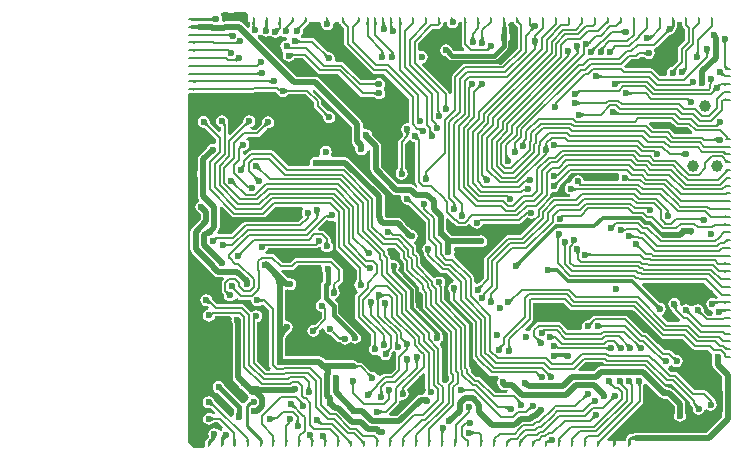
<source format=gbl>
G04*
G04 #@! TF.GenerationSoftware,Altium Limited,Altium Designer,22.1.2 (22)*
G04*
G04 Layer_Physical_Order=4*
G04 Layer_Color=16711680*
%FSLAX25Y25*%
%MOIN*%
G70*
G04*
G04 #@! TF.SameCoordinates,968CC010-44A4-4C46-AA22-431D8177547E*
G04*
G04*
G04 #@! TF.FilePolarity,Positive*
G04*
G01*
G75*
%ADD10C,0.00787*%
%ADD13C,0.00984*%
%ADD85C,0.01181*%
%ADD86C,0.01575*%
%ADD87C,0.01968*%
%ADD88C,0.03900*%
%ADD89C,0.02362*%
G04:AMPARAMS|DCode=90|XSize=9.84mil|YSize=19.68mil|CornerRadius=4.92mil|HoleSize=0mil|Usage=FLASHONLY|Rotation=90.000|XOffset=0mil|YOffset=0mil|HoleType=Round|Shape=RoundedRectangle|*
%AMROUNDEDRECTD90*
21,1,0.00984,0.00984,0,0,90.0*
21,1,0.00000,0.01968,0,0,90.0*
1,1,0.00984,0.00492,0.00000*
1,1,0.00984,0.00492,0.00000*
1,1,0.00984,-0.00492,0.00000*
1,1,0.00984,-0.00492,0.00000*
%
%ADD90ROUNDEDRECTD90*%
G04:AMPARAMS|DCode=91|XSize=9.84mil|YSize=19.68mil|CornerRadius=4.92mil|HoleSize=0mil|Usage=FLASHONLY|Rotation=0.000|XOffset=0mil|YOffset=0mil|HoleType=Round|Shape=RoundedRectangle|*
%AMROUNDEDRECTD91*
21,1,0.00984,0.00984,0,0,0.0*
21,1,0.00000,0.01968,0,0,0.0*
1,1,0.00984,0.00000,-0.00492*
1,1,0.00984,0.00000,-0.00492*
1,1,0.00984,0.00000,0.00492*
1,1,0.00984,0.00000,0.00492*
%
%ADD91ROUNDEDRECTD91*%
G04:AMPARAMS|DCode=92|XSize=7.87mil|YSize=1141.73mil|CornerRadius=3.94mil|HoleSize=0mil|Usage=FLASHONLY|Rotation=180.000|XOffset=0mil|YOffset=0mil|HoleType=Round|Shape=RoundedRectangle|*
%AMROUNDEDRECTD92*
21,1,0.00787,1.13386,0,0,180.0*
21,1,0.00000,1.14173,0,0,180.0*
1,1,0.00787,0.00000,0.56693*
1,1,0.00787,0.00000,0.56693*
1,1,0.00787,0.00000,-0.56693*
1,1,0.00787,0.00000,-0.56693*
%
%ADD92ROUNDEDRECTD92*%
G36*
X9578Y142991D02*
X9504Y143047D01*
X9426Y143097D01*
X9342Y143142D01*
X9253Y143181D01*
X9159Y143213D01*
X9060Y143240D01*
X8957Y143261D01*
X8848Y143276D01*
X8734Y143284D01*
X8615Y143287D01*
X8506Y144272D01*
X8625Y144275D01*
X8739Y144286D01*
X8846Y144305D01*
X8946Y144330D01*
X9040Y144363D01*
X9128Y144403D01*
X9209Y144450D01*
X9283Y144505D01*
X9351Y144567D01*
X9413Y144636D01*
X9578Y142991D01*
D02*
G37*
G36*
X137106Y142126D02*
X136319D01*
X136318Y142767D01*
X137107D01*
X137106Y142126D01*
D02*
G37*
G36*
X85150Y142783D02*
X85148Y142762D01*
X85145Y142728D01*
X85138Y142240D01*
X85138Y142111D01*
X84350D01*
X84335Y142790D01*
X85153D01*
X85150Y142783D01*
D02*
G37*
G36*
X47909Y142819D02*
X47905Y142792D01*
X47902Y142751D01*
X47893Y142333D01*
X47892Y142069D01*
X47105D01*
X47104Y142209D01*
X47073Y142742D01*
X47063Y142779D01*
X47052Y142801D01*
X47039Y142808D01*
X47913Y142832D01*
X47909Y142819D01*
D02*
G37*
G36*
X102254Y142567D02*
X102229Y142558D01*
X102195Y142538D01*
X102151Y142507D01*
X102038Y142413D01*
X101799Y142191D01*
X101594Y141990D01*
X101021Y142530D01*
X101166Y142681D01*
X101398Y142957D01*
X101484Y143081D01*
X101551Y143197D01*
X101598Y143304D01*
X101626Y143402D01*
X101633Y143491D01*
X101621Y143572D01*
X101589Y143644D01*
X102254Y142567D01*
D02*
G37*
G36*
X40325D02*
X40300Y142558D01*
X40266Y142538D01*
X40222Y142507D01*
X40108Y142413D01*
X39869Y142191D01*
X39665Y141990D01*
X39092Y142530D01*
X39237Y142681D01*
X39469Y142957D01*
X39555Y143081D01*
X39622Y143197D01*
X39669Y143304D01*
X39696Y143402D01*
X39704Y143491D01*
X39692Y143572D01*
X39660Y143644D01*
X40325Y142567D01*
D02*
G37*
G36*
X35994D02*
X35969Y142558D01*
X35935Y142538D01*
X35892Y142507D01*
X35778Y142413D01*
X35539Y142191D01*
X35334Y141990D01*
X34761Y142530D01*
X34906Y142681D01*
X35138Y142957D01*
X35225Y143081D01*
X35291Y143197D01*
X35338Y143304D01*
X35366Y143402D01*
X35373Y143491D01*
X35361Y143572D01*
X35330Y143644D01*
X35994Y142567D01*
D02*
G37*
G36*
X145561D02*
X145523Y142555D01*
X145478Y142533D01*
X145424Y142500D01*
X145363Y142457D01*
X145218Y142339D01*
X145042Y142179D01*
X144834Y141977D01*
X144327Y142583D01*
X144472Y142733D01*
X144702Y143007D01*
X144789Y143131D01*
X144855Y143247D01*
X144902Y143354D01*
X144930Y143453D01*
X144938Y143543D01*
X144927Y143624D01*
X144896Y143697D01*
X145561Y142567D01*
D02*
G37*
G36*
X141230D02*
X141193Y142555D01*
X141147Y142533D01*
X141094Y142500D01*
X141033Y142457D01*
X140887Y142339D01*
X140711Y142179D01*
X140504Y141977D01*
X139997Y142583D01*
X140141Y142733D01*
X140372Y143007D01*
X140458Y143131D01*
X140524Y143247D01*
X140571Y143354D01*
X140599Y143453D01*
X140608Y143543D01*
X140596Y143624D01*
X140566Y143697D01*
X141230Y142567D01*
D02*
G37*
G36*
X111175Y143624D02*
X111164Y143543D01*
X111172Y143453D01*
X111200Y143354D01*
X111247Y143247D01*
X111314Y143131D01*
X111400Y143007D01*
X111505Y142875D01*
X111630Y142733D01*
X111775Y142583D01*
X111268Y141977D01*
X111160Y142083D01*
X110739Y142457D01*
X110678Y142500D01*
X110624Y142533D01*
X110579Y142555D01*
X110541Y142567D01*
X111206Y143697D01*
X111175Y143624D01*
D02*
G37*
G36*
X58042Y142567D02*
X58004Y142555D01*
X57958Y142533D01*
X57905Y142500D01*
X57844Y142457D01*
X57699Y142339D01*
X57522Y142179D01*
X57315Y141977D01*
X56808Y142583D01*
X56952Y142733D01*
X57183Y143007D01*
X57269Y143131D01*
X57336Y143247D01*
X57383Y143354D01*
X57410Y143453D01*
X57419Y143543D01*
X57407Y143624D01*
X57377Y143697D01*
X58042Y142567D01*
D02*
G37*
G36*
X150146Y142808D02*
X150136Y142769D01*
X150127Y142717D01*
X150113Y142570D01*
X150101Y142244D01*
X150098Y141957D01*
X149311D01*
X149310Y142108D01*
X149263Y142808D01*
X149252Y142832D01*
X150157D01*
X150146Y142808D01*
D02*
G37*
G36*
X98177D02*
X98167Y142769D01*
X98159Y142717D01*
X98145Y142570D01*
X98132Y142244D01*
X98130Y141957D01*
X97342D01*
X97342Y142108D01*
X97295Y142808D01*
X97284Y142832D01*
X98188D01*
X98177Y142808D01*
D02*
G37*
G36*
X72193D02*
X72183Y142769D01*
X72174Y142717D01*
X72160Y142570D01*
X72148Y142244D01*
X72146Y141957D01*
X71358D01*
X71358Y142108D01*
X71311Y142808D01*
X71300Y142832D01*
X72204D01*
X72193Y142808D01*
D02*
G37*
G36*
X63906D02*
X63896Y142769D01*
X63887Y142717D01*
X63873Y142570D01*
X63861Y142244D01*
X63858Y141957D01*
X63071D01*
X63070Y142108D01*
X63024Y142808D01*
X63012Y142832D01*
X63917D01*
X63906Y142808D01*
D02*
G37*
G36*
X61288D02*
X61278Y142769D01*
X61269Y142717D01*
X61255Y142570D01*
X61243Y142244D01*
X61240Y141957D01*
X60453D01*
X60452Y142108D01*
X60405Y142808D01*
X60394Y142832D01*
X61299D01*
X61288Y142808D01*
D02*
G37*
G36*
X31918D02*
X31908Y142769D01*
X31899Y142717D01*
X31885Y142570D01*
X31872Y142244D01*
X31870Y141957D01*
X31083D01*
X31082Y142108D01*
X31035Y142808D01*
X31024Y142832D01*
X31929D01*
X31918Y142808D01*
D02*
G37*
G36*
X23256D02*
X23246Y142769D01*
X23237Y142717D01*
X23223Y142570D01*
X23211Y142244D01*
X23209Y141957D01*
X22421D01*
X22421Y142108D01*
X22374Y142808D01*
X22363Y142832D01*
X23267D01*
X23256Y142808D01*
D02*
G37*
G36*
X154469Y142797D02*
X154453Y142749D01*
X154438Y142688D01*
X154426Y142614D01*
X154407Y142428D01*
X154395Y142190D01*
X154391Y141901D01*
X153604Y142014D01*
X153583Y142832D01*
X154488D01*
X154469Y142797D01*
D02*
G37*
G36*
X69149Y142818D02*
X69146Y142790D01*
X69140Y142686D01*
X69132Y142014D01*
X68345Y141901D01*
X68344Y142052D01*
X68310Y142614D01*
X68298Y142688D01*
X68283Y142749D01*
X68267Y142797D01*
X68248Y142832D01*
X69153D01*
X69149Y142818D01*
D02*
G37*
G36*
X27580Y142797D02*
X27563Y142749D01*
X27549Y142688D01*
X27536Y142614D01*
X27517Y142428D01*
X27506Y142190D01*
X27502Y141901D01*
X26714Y142014D01*
X26693Y142832D01*
X27598D01*
X27580Y142797D01*
D02*
G37*
G36*
X176122Y142797D02*
X176106Y142748D01*
X176091Y142687D01*
X176078Y142613D01*
X176059Y142426D01*
X176047Y142188D01*
X176043Y141898D01*
X175256Y142016D01*
X175236Y142832D01*
X176141D01*
X176122Y142797D01*
D02*
G37*
G36*
X167461D02*
X167444Y142748D01*
X167430Y142687D01*
X167417Y142613D01*
X167397Y142426D01*
X167386Y142188D01*
X167382Y141898D01*
X166594Y142016D01*
X166575Y142832D01*
X167480D01*
X167461Y142797D01*
D02*
G37*
G36*
X158800D02*
X158783Y142748D01*
X158768Y142687D01*
X158756Y142613D01*
X158736Y142426D01*
X158724Y142188D01*
X158720Y141898D01*
X157933Y142016D01*
X157914Y142832D01*
X158818D01*
X158800Y142797D01*
D02*
G37*
G36*
X93839D02*
X93822Y142748D01*
X93808Y142687D01*
X93795Y142613D01*
X93775Y142426D01*
X93764Y142188D01*
X93760Y141898D01*
X92972Y142016D01*
X92953Y142832D01*
X93858D01*
X93839Y142797D01*
D02*
G37*
G36*
X119816Y142786D02*
X119793Y142729D01*
X119773Y142660D01*
X119755Y142580D01*
X119740Y142489D01*
X119719Y142274D01*
X119708Y142013D01*
X119706Y141866D01*
X118919Y142138D01*
X118937Y142832D01*
X119842D01*
X119816Y142786D01*
D02*
G37*
G36*
X53101Y143463D02*
X53086Y143384D01*
X53092Y143297D01*
X53118Y143200D01*
X53164Y143094D01*
X53230Y142979D01*
X53317Y142854D01*
X53423Y142720D01*
X53550Y142578D01*
X53696Y142426D01*
X53215Y141794D01*
X52470Y142567D01*
X53135Y143532D01*
X53101Y143463D01*
D02*
G37*
G36*
X106793Y142908D02*
X106798Y142832D01*
X106850D01*
X106839Y142808D01*
X106829Y142769D01*
X106820Y142717D01*
X106811Y142628D01*
X106871Y141723D01*
X106896Y141622D01*
X106924Y141548D01*
X106955Y141501D01*
X105841D01*
X105872Y141548D01*
X105899Y141622D01*
X105924Y141723D01*
X105945Y141852D01*
X105978Y142192D01*
X105984Y142388D01*
X105956Y142808D01*
X105945Y142832D01*
X106000D01*
X106002Y142908D01*
X106004Y143202D01*
X106791D01*
X106793Y142908D01*
D02*
G37*
G36*
X66531Y142818D02*
X66527Y142790D01*
X66522Y142686D01*
X66518Y142342D01*
X66519Y142316D01*
X66533Y142209D01*
X66557Y142107D01*
X66591Y142010D01*
X66634Y141918D01*
X66687Y141831D01*
X66750Y141749D01*
X66822Y141672D01*
X66904Y141600D01*
X66995Y141533D01*
X65370Y141227D01*
X65438Y141330D01*
X65552Y141536D01*
X65598Y141639D01*
X65638Y141743D01*
X65670Y141848D01*
X65695Y141953D01*
X65712Y142058D01*
X65720Y142138D01*
X65692Y142614D01*
X65680Y142688D01*
X65665Y142749D01*
X65649Y142797D01*
X65630Y142832D01*
X66535D01*
X66531Y142818D01*
D02*
G37*
G36*
X21063Y145193D02*
Y142717D01*
X21571D01*
X21578Y142682D01*
X21611Y142187D01*
Y141211D01*
X21447Y141075D01*
X20887Y140909D01*
X20787Y140921D01*
X19250Y142458D01*
X18664Y142850D01*
X17972Y142988D01*
X17661D01*
X17365Y143046D01*
X13386D01*
X12950Y142960D01*
X12382Y143401D01*
X12276Y143568D01*
X12342Y143898D01*
X12189Y144666D01*
X11842Y145185D01*
X11991Y145673D01*
X12190Y145973D01*
X20282Y145979D01*
X21063Y145193D01*
D02*
G37*
G36*
X27502Y141643D02*
X27505Y141536D01*
X27516Y141430D01*
X27535Y141325D01*
X27560Y141220D01*
X27594Y141116D01*
X27634Y141013D01*
X27682Y140910D01*
X27737Y140808D01*
X27799Y140707D01*
X27869Y140607D01*
X26237Y140875D01*
X26328Y140944D01*
X26409Y141018D01*
X26481Y141097D01*
X26543Y141181D01*
X26595Y141269D01*
X26638Y141362D01*
X26671Y141460D01*
X26695Y141562D01*
X26710Y141669D01*
X26714Y141781D01*
X27502Y141643D01*
D02*
G37*
G36*
X3954Y140462D02*
X3889Y140505D01*
X3793Y140544D01*
X3664Y140578D01*
X3504Y140607D01*
X3311Y140632D01*
X2831Y140669D01*
X1870Y140689D01*
Y141673D01*
X2222Y141675D01*
X3504Y141755D01*
X3664Y141785D01*
X3793Y141819D01*
X3889Y141857D01*
X3954Y141901D01*
Y140462D01*
D02*
G37*
G36*
X34575Y141231D02*
X34495Y141144D01*
X34429Y141060D01*
X34378Y140977D01*
X34342Y140897D01*
X34321Y140818D01*
X34315Y140742D01*
X34323Y140668D01*
X34347Y140596D01*
X34385Y140527D01*
X34438Y140459D01*
X32900Y140643D01*
X33855Y141624D01*
X34575Y141231D01*
D02*
G37*
G36*
X23214Y141813D02*
X23228Y141707D01*
X23253Y141610D01*
X23287Y141523D01*
X23331Y141446D01*
X23385Y141379D01*
X23448Y141322D01*
X23521Y141274D01*
X23605Y141236D01*
X23697Y141208D01*
X22298Y140413D01*
X22322Y140494D01*
X22361Y140665D01*
X22377Y140757D01*
X22410Y141056D01*
X22416Y141163D01*
X22421Y141390D01*
X23209Y141929D01*
X23214Y141813D01*
D02*
G37*
G36*
X69137Y141509D02*
X69151Y141402D01*
X69175Y141306D01*
X69209Y141221D01*
X69253Y141146D01*
X69306Y141080D01*
X69368Y141026D01*
X69441Y140981D01*
X69523Y140947D01*
X69614Y140923D01*
X68254Y140089D01*
X68271Y140159D01*
X68287Y140245D01*
X68312Y140460D01*
X68337Y140892D01*
X68345Y141458D01*
X69132Y141625D01*
X69137Y141509D01*
D02*
G37*
G36*
X38704Y141030D02*
X38628Y140946D01*
X38563Y140860D01*
X38509Y140771D01*
X38466Y140680D01*
X38434Y140585D01*
X38414Y140489D01*
X38404Y140389D01*
X38406Y140286D01*
X38419Y140181D01*
X38443Y140073D01*
X37017Y140910D01*
X37135Y140942D01*
X37359Y141020D01*
X37464Y141066D01*
X37563Y141116D01*
X37659Y141170D01*
X37749Y141229D01*
X37835Y141292D01*
X37916Y141359D01*
X37992Y141431D01*
X38704Y141030D01*
D02*
G37*
G36*
X51452Y142520D02*
X51735Y142097D01*
X51872Y142005D01*
X51904Y141958D01*
X53127Y140735D01*
Y135568D01*
X53127Y135568D01*
X53218Y135107D01*
X53479Y134717D01*
X62276Y125920D01*
X62276Y125920D01*
X62666Y125659D01*
X63127Y125567D01*
X66467D01*
X74780Y117254D01*
Y109483D01*
X74171Y108984D01*
X74114Y108995D01*
X73346Y108843D01*
X72695Y108407D01*
X72260Y107756D01*
X72107Y106988D01*
X72260Y106220D01*
X72695Y105569D01*
X72511Y104824D01*
X71294Y103607D01*
X71033Y103217D01*
X70941Y102756D01*
X70941Y102756D01*
Y96519D01*
X70941Y96519D01*
X70941Y96519D01*
Y93959D01*
X70934Y93922D01*
X70923Y93886D01*
X70909Y93850D01*
X70891Y93813D01*
X70867Y93774D01*
X70838Y93732D01*
X70811Y93700D01*
X70727Y93644D01*
X70291Y92993D01*
X70139Y92224D01*
X70291Y91456D01*
X70727Y90805D01*
X71378Y90370D01*
X72146Y90217D01*
X72914Y90370D01*
X73565Y90805D01*
X74000Y91456D01*
X74153Y92224D01*
X74000Y92993D01*
X73565Y93644D01*
X73480Y93700D01*
X73454Y93732D01*
X73424Y93774D01*
X73401Y93813D01*
X73383Y93850D01*
X73368Y93886D01*
X73357Y93922D01*
X73350Y93959D01*
Y96519D01*
X73350Y96519D01*
Y102257D01*
X74555Y103463D01*
X75156Y103404D01*
X75807Y102969D01*
X76575Y102816D01*
X76752Y102048D01*
Y89577D01*
X76752Y89577D01*
X76844Y89116D01*
X77105Y88726D01*
X77433Y88398D01*
X77174Y87543D01*
X77169Y87542D01*
X76520Y88191D01*
X75934Y88582D01*
X75242Y88720D01*
X70991D01*
X65290Y94420D01*
Y101476D01*
X65153Y102168D01*
X64762Y102754D01*
X62433Y105082D01*
X62440Y105118D01*
X62287Y105886D01*
X61852Y106537D01*
X61201Y106973D01*
X60433Y107125D01*
X59976Y107034D01*
X59188Y107529D01*
Y108661D01*
X59051Y109353D01*
X58659Y109939D01*
X44486Y124112D01*
X43900Y124504D01*
X43209Y124641D01*
X37067D01*
X24237Y137472D01*
X24447Y138374D01*
X24844Y138640D01*
X25397D01*
X25497Y138489D01*
X26148Y138054D01*
X26916Y137901D01*
X27685Y138054D01*
X27774Y138114D01*
X28699Y138148D01*
X29350Y137713D01*
X30118Y137560D01*
X30886Y137713D01*
X31537Y138148D01*
X32321Y138128D01*
X32795Y137811D01*
X33563Y137658D01*
X33761Y137698D01*
X34131Y137307D01*
X34087Y136956D01*
X34026Y136845D01*
X33822Y136755D01*
X33810Y136757D01*
X33042Y136605D01*
X32390Y136170D01*
X31955Y135518D01*
X31802Y134750D01*
X31955Y133982D01*
X32390Y133331D01*
X32460Y133284D01*
X32791Y132363D01*
X32639Y131595D01*
X32791Y130827D01*
X33226Y130176D01*
X33878Y129741D01*
X34646Y129588D01*
X35414Y129741D01*
X36065Y130176D01*
X36302Y130530D01*
X36351Y130582D01*
X36389Y130642D01*
X36404Y130662D01*
X36415Y130673D01*
X36421Y130678D01*
X36426Y130682D01*
X36433Y130685D01*
X36443Y130689D01*
X36457Y130692D01*
X39357D01*
X44227Y125822D01*
X44227Y125822D01*
X44618Y125561D01*
X45079Y125469D01*
X45079Y125469D01*
X50978D01*
X58302Y118145D01*
X58302Y118145D01*
X58693Y117884D01*
X59154Y117792D01*
X59154Y117792D01*
X62931D01*
X62967Y117784D01*
X63004Y117773D01*
X63040Y117759D01*
X63077Y117741D01*
X63116Y117718D01*
X63157Y117688D01*
X63190Y117661D01*
X63246Y117577D01*
X63897Y117142D01*
X64665Y116989D01*
X65433Y117142D01*
X66084Y117577D01*
X66520Y118228D01*
X66672Y118996D01*
X66520Y119764D01*
X66378Y119976D01*
X66145Y120571D01*
X66378Y121166D01*
X66520Y121378D01*
X66672Y122146D01*
X66520Y122914D01*
X66084Y123565D01*
X65433Y124000D01*
X64665Y124153D01*
X63897Y124000D01*
X63246Y123565D01*
X63190Y123480D01*
X63157Y123454D01*
X63116Y123424D01*
X63077Y123401D01*
X63040Y123382D01*
X63004Y123368D01*
X62967Y123357D01*
X62931Y123350D01*
X58730D01*
X52980Y129100D01*
X52590Y129360D01*
X52129Y129452D01*
X52129Y129452D01*
X50336D01*
X49847Y130240D01*
X49940Y130709D01*
X49787Y131477D01*
X49352Y132128D01*
X48701Y132563D01*
X47933Y132716D01*
X47833Y132696D01*
X47792Y132700D01*
X47741Y132708D01*
X47697Y132719D01*
X47658Y132733D01*
X47623Y132748D01*
X47589Y132766D01*
X47558Y132787D01*
X43273Y137072D01*
X42882Y137333D01*
X42421Y137425D01*
X42421Y137425D01*
X38763D01*
X38536Y138172D01*
X38563Y138238D01*
X38722Y138345D01*
X39157Y138996D01*
X39310Y139764D01*
X39228Y140176D01*
X39227Y140248D01*
X39211Y140318D01*
X39208Y140342D01*
X39208Y140358D01*
X39209Y140367D01*
X39210Y140374D01*
X39212Y140381D01*
X39217Y140391D01*
X39225Y140404D01*
X40530Y141709D01*
X40637Y141808D01*
X40677Y141841D01*
X40735Y141880D01*
X40747Y141884D01*
X40760Y141897D01*
X41060Y142097D01*
X41343Y142520D01*
X41382Y142717D01*
X44950D01*
X45450Y142108D01*
X45434Y142027D01*
X45587Y141259D01*
X46022Y140608D01*
X46673Y140173D01*
X47441Y140021D01*
X48209Y140173D01*
X48860Y140608D01*
X49295Y141259D01*
X49448Y142027D01*
X49432Y142108D01*
X49932Y142717D01*
X51413D01*
X51452Y142520D01*
D02*
G37*
G36*
X115493Y142798D02*
X115476Y142752D01*
X115461Y142696D01*
X115449Y142629D01*
X115429Y142463D01*
X115417Y142253D01*
X115416Y142184D01*
X115469Y142156D01*
X115526Y142135D01*
X115583Y142126D01*
X115639Y142127D01*
X115696Y142138D01*
X115753Y142160D01*
X115809Y142193D01*
X115866Y142236D01*
X115663Y141116D01*
X116622Y140157D01*
X116503Y140155D01*
X116388Y140144D01*
X116278Y140125D01*
X116171Y140099D01*
X116069Y140064D01*
X115972Y140022D01*
X115878Y139971D01*
X115789Y139912D01*
X115704Y139846D01*
X115624Y139772D01*
X115067Y140329D01*
X115141Y140409D01*
X115208Y140494D01*
X115266Y140583D01*
X115317Y140676D01*
X115359Y140774D01*
X115394Y140876D01*
X115421Y140982D01*
X115424Y141001D01*
X115406Y141024D01*
X115129Y141326D01*
X114741Y141723D01*
X115027Y142008D01*
X114626Y142016D01*
X114607Y142832D01*
X115511D01*
X115493Y142798D01*
D02*
G37*
G36*
X31685Y140577D02*
X31611Y140497D01*
X31544Y140412D01*
X31486Y140323D01*
X31435Y140229D01*
X31393Y140131D01*
X31358Y140030D01*
X31331Y139923D01*
X31313Y139813D01*
X31302Y139698D01*
X31299Y139579D01*
X30130Y140748D01*
X30249Y140751D01*
X30364Y140761D01*
X30474Y140780D01*
X30581Y140807D01*
X30683Y140841D01*
X30780Y140884D01*
X30874Y140935D01*
X30963Y140993D01*
X31048Y141059D01*
X31128Y141134D01*
X31685Y140577D01*
D02*
G37*
G36*
X161602Y139370D02*
X161483Y139367D01*
X161368Y139357D01*
X161258Y139338D01*
X161152Y139311D01*
X161050Y139277D01*
X160952Y139234D01*
X160859Y139184D01*
X160769Y139125D01*
X160685Y139059D01*
X160604Y138984D01*
X160047Y139541D01*
X160122Y139622D01*
X160188Y139706D01*
X160247Y139795D01*
X160297Y139889D01*
X160340Y139987D01*
X160374Y140089D01*
X160401Y140195D01*
X160420Y140305D01*
X160430Y140420D01*
X160433Y140539D01*
X161602Y139370D01*
D02*
G37*
G36*
X146105Y138740D02*
X146019Y138822D01*
X145930Y138896D01*
X145839Y138961D01*
X145745Y139017D01*
X145648Y139065D01*
X145549Y139104D01*
X145448Y139134D01*
X145343Y139156D01*
X145236Y139169D01*
X145127Y139173D01*
Y139961D01*
X145236Y139965D01*
X145343Y139978D01*
X145448Y140000D01*
X145549Y140030D01*
X145648Y140069D01*
X145745Y140117D01*
X145839Y140173D01*
X145930Y140238D01*
X146019Y140311D01*
X146105Y140394D01*
Y138740D01*
D02*
G37*
G36*
X107185Y139384D02*
X107193Y138665D01*
X105546Y138803D01*
X105558Y138820D01*
X105569Y138851D01*
X105579Y138894D01*
X105587Y138950D01*
X105600Y139102D01*
X105610Y139427D01*
X105610Y139562D01*
X107185Y139384D01*
D02*
G37*
G36*
X165784Y142334D02*
Y141772D01*
X165784Y141772D01*
X165875Y141311D01*
X166137Y140920D01*
X166611Y140446D01*
Y136627D01*
X164700Y134716D01*
X164439Y134325D01*
X164347Y133864D01*
X164347Y133864D01*
Y129822D01*
X162566Y128041D01*
X162522Y128008D01*
X162471Y127977D01*
X162417Y127947D01*
X162358Y127918D01*
X162302Y127895D01*
X162136Y127841D01*
X162045Y127819D01*
X161990Y127794D01*
X161721Y127740D01*
X161070Y127305D01*
X160635Y126654D01*
X160482Y125886D01*
X160556Y125515D01*
X160021Y124728D01*
X158410D01*
X156105Y127033D01*
X155714Y127294D01*
X155253Y127385D01*
X155253Y127385D01*
X146857D01*
X146219Y128023D01*
X146226Y128085D01*
X148530Y130390D01*
X150399D01*
X150400Y130390D01*
X150860Y130482D01*
X151251Y130743D01*
X151720Y131212D01*
X152857D01*
X152894Y131204D01*
X152930Y131194D01*
X152966Y131179D01*
X153003Y131161D01*
X153042Y131138D01*
X153084Y131108D01*
X153116Y131082D01*
X153173Y130997D01*
X153824Y130562D01*
X154592Y130409D01*
X155360Y130562D01*
X156011Y130997D01*
X156446Y131648D01*
X156599Y132416D01*
X156446Y133184D01*
X156387Y133273D01*
X156760Y134124D01*
X156764Y134126D01*
X157151Y134385D01*
X161239Y138473D01*
X161270Y138494D01*
X161304Y138512D01*
X161339Y138527D01*
X161379Y138541D01*
X161423Y138552D01*
X161473Y138560D01*
X161514Y138564D01*
X161614Y138544D01*
X162382Y138697D01*
X163033Y139132D01*
X163469Y139783D01*
X163621Y140551D01*
X163586Y140728D01*
X163863Y141142D01*
X163962Y141642D01*
Y142717D01*
X165775D01*
X165784Y142334D01*
D02*
G37*
G36*
X155994Y137885D02*
X155011Y136933D01*
X154833Y138470D01*
X154900Y138417D01*
X154969Y138379D01*
X155041Y138355D01*
X155114Y138347D01*
X155190Y138353D01*
X155269Y138374D01*
X155349Y138410D01*
X155431Y138461D01*
X155516Y138527D01*
X155603Y138608D01*
X155994Y137885D01*
D02*
G37*
G36*
X2585Y139017D02*
X2633Y139000D01*
X2694Y138986D01*
X2768Y138973D01*
X2954Y138954D01*
X3192Y138943D01*
X3481Y138939D01*
X3368Y138151D01*
X2550Y138130D01*
Y139035D01*
X2585Y139017D01*
D02*
G37*
G36*
X14941Y137664D02*
X14878Y137757D01*
X14809Y137840D01*
X14735Y137913D01*
X14656Y137976D01*
X14571Y138030D01*
X14480Y138074D01*
X14384Y138108D01*
X14283Y138132D01*
X14175Y138146D01*
X14063Y138151D01*
X14251Y138939D01*
X14356Y138942D01*
X14462Y138952D01*
X14567Y138969D01*
X14672Y138993D01*
X14778Y139024D01*
X14883Y139061D01*
X14988Y139105D01*
X15092Y139156D01*
X15302Y139278D01*
X14941Y137664D01*
D02*
G37*
G36*
X117104Y137961D02*
X117126Y137699D01*
X117139Y137631D01*
X117156Y137571D01*
X117175Y137521D01*
X117197Y137480D01*
X117221Y137448D01*
X117249Y137425D01*
X116152Y137496D01*
X116183Y137514D01*
X116211Y137542D01*
X116235Y137578D01*
X116256Y137622D01*
X116274Y137675D01*
X116289Y137737D01*
X116301Y137806D01*
X116309Y137885D01*
X116315Y138067D01*
X117103D01*
X117104Y137961D01*
D02*
G37*
G36*
X96264Y137933D02*
X96277Y137826D01*
X96299Y137722D01*
X96329Y137620D01*
X96368Y137521D01*
X96416Y137424D01*
X96472Y137330D01*
X96537Y137239D01*
X96611Y137150D01*
X96693Y137064D01*
X95039D01*
X95122Y137150D01*
X95195Y137239D01*
X95260Y137330D01*
X95316Y137424D01*
X95364Y137521D01*
X95403Y137620D01*
X95433Y137722D01*
X95455Y137826D01*
X95468Y137933D01*
X95472Y138043D01*
X96260D01*
X96264Y137933D01*
D02*
G37*
G36*
X99510Y137715D02*
X99514Y137607D01*
X99526Y137501D01*
X99547Y137396D01*
X99575Y137292D01*
X99611Y137190D01*
X99655Y137090D01*
X99708Y136992D01*
X99768Y136895D01*
X99837Y136799D01*
X99913Y136705D01*
X98265Y136840D01*
X98352Y136918D01*
X98430Y136999D01*
X98499Y137085D01*
X98558Y137174D01*
X98608Y137266D01*
X98650Y137362D01*
X98682Y137462D01*
X98705Y137566D01*
X98718Y137673D01*
X98723Y137784D01*
X99510Y137715D01*
D02*
G37*
G36*
X135440Y136065D02*
X135369Y135990D01*
X135234Y135831D01*
X135170Y135746D01*
X135051Y135565D01*
X134995Y135470D01*
X134892Y135268D01*
X134845Y135162D01*
X134258Y136701D01*
X134353Y136663D01*
X134448Y136637D01*
X134541Y136625D01*
X134633Y136625D01*
X134724Y136638D01*
X134813Y136664D01*
X134902Y136703D01*
X134989Y136755D01*
X135075Y136820D01*
X135160Y136898D01*
X135440Y136065D01*
D02*
G37*
G36*
X107030Y136966D02*
X107017Y136948D01*
X107005Y136918D01*
X106994Y136874D01*
X106985Y136818D01*
X106971Y136665D01*
X106960Y136340D01*
X106959Y136206D01*
X105385Y136438D01*
X105386Y137144D01*
X107030Y136966D01*
D02*
G37*
G36*
X2574Y136425D02*
X2613Y136416D01*
X2665Y136407D01*
X2812Y136393D01*
X3138Y136380D01*
X3425Y136378D01*
Y135591D01*
X3274Y135590D01*
X2574Y135543D01*
X2550Y135532D01*
Y136437D01*
X2574Y136425D01*
D02*
G37*
G36*
X37663Y137012D02*
X37729Y136928D01*
X37800Y136855D01*
X37878Y136791D01*
X37961Y136737D01*
X38050Y136693D01*
X38145Y136658D01*
X38246Y136634D01*
X38353Y136619D01*
X38466Y136614D01*
X38248Y135827D01*
X38144Y135824D01*
X38039Y135814D01*
X37933Y135798D01*
X37828Y135775D01*
X37722Y135746D01*
X37616Y135711D01*
X37510Y135669D01*
X37297Y135566D01*
X37190Y135504D01*
X37604Y137105D01*
X37663Y137012D01*
D02*
G37*
G36*
X180666Y136373D02*
X180592Y136285D01*
X180527Y136193D01*
X180471Y136099D01*
X180423Y136003D01*
X180384Y135904D01*
X180354Y135802D01*
X180332Y135697D01*
X180319Y135591D01*
X180315Y135481D01*
X179528D01*
X179523Y135591D01*
X179510Y135697D01*
X179489Y135802D01*
X179458Y135904D01*
X179419Y136003D01*
X179372Y136099D01*
X179315Y136193D01*
X179250Y136285D01*
X179177Y136373D01*
X179095Y136460D01*
X180748D01*
X180666Y136373D01*
D02*
G37*
G36*
X117418Y135521D02*
X117347Y135428D01*
X117284Y135334D01*
X117230Y135237D01*
X117184Y135138D01*
X117146Y135038D01*
X117117Y134935D01*
X117096Y134830D01*
X117084Y134724D01*
X117079Y134615D01*
X116292Y134578D01*
X116287Y134688D01*
X116274Y134795D01*
X116252Y134899D01*
X116220Y135000D01*
X116180Y135098D01*
X116131Y135192D01*
X116073Y135283D01*
X116006Y135372D01*
X115930Y135457D01*
X115845Y135538D01*
X117497Y135611D01*
X117418Y135521D01*
D02*
G37*
G36*
X101744Y133616D02*
X101704Y133623D01*
X101659Y133621D01*
X101611Y133610D01*
X101559Y133591D01*
X101503Y133563D01*
X101444Y133526D01*
X101381Y133480D01*
X101314Y133426D01*
X101169Y133291D01*
X100612Y133848D01*
X100684Y133922D01*
X100802Y134060D01*
X100847Y134123D01*
X100884Y134182D01*
X100912Y134238D01*
X100932Y134290D01*
X100942Y134338D01*
X100944Y134382D01*
X100937Y134423D01*
X101744Y133616D01*
D02*
G37*
G36*
X139798Y134320D02*
X139720Y134235D01*
X139655Y134149D01*
X139604Y134063D01*
X139566Y133975D01*
X139541Y133887D01*
X139529Y133798D01*
X139530Y133708D01*
X139545Y133617D01*
X139573Y133526D01*
X139614Y133434D01*
X138069Y133965D01*
X138167Y134013D01*
X138370Y134133D01*
X138475Y134204D01*
X138693Y134370D01*
X138921Y134566D01*
X139158Y134793D01*
X139798Y134320D01*
D02*
G37*
G36*
X109523Y142520D02*
X109806Y142097D01*
X110122Y141886D01*
X110134Y141876D01*
X110142Y141873D01*
X110229Y141814D01*
X110260Y141808D01*
X110525Y141573D01*
X110804Y141295D01*
Y134108D01*
X105558Y128862D01*
X93259D01*
X92799Y128770D01*
X92408Y128509D01*
X92408Y128509D01*
X89208Y125309D01*
X88946Y124918D01*
X88855Y124457D01*
X88855Y124457D01*
Y119011D01*
X88067Y118933D01*
X88022Y119162D01*
X87761Y119552D01*
X87761Y119552D01*
X78930Y128383D01*
X79210Y129217D01*
X79607Y129296D01*
X80258Y129731D01*
X80693Y130382D01*
X80846Y131150D01*
X80693Y131918D01*
X80258Y132569D01*
X79607Y133004D01*
X78839Y133157D01*
X78468Y133083D01*
X77681Y133618D01*
Y135758D01*
X82368Y140445D01*
X84283D01*
X84283Y140445D01*
X84744Y140537D01*
X85134Y140798D01*
X85596Y141259D01*
X85596Y141259D01*
X85857Y141650D01*
X85948Y142111D01*
X86419Y142717D01*
X87166D01*
X87319Y141948D01*
X87754Y141297D01*
X88405Y140862D01*
X89173Y140709D01*
X89941Y140862D01*
X90592Y141297D01*
X91027Y141948D01*
X91180Y142717D01*
X92153D01*
X92162Y142334D01*
Y137416D01*
X92162Y137416D01*
Y135380D01*
X92162Y135380D01*
X92254Y134919D01*
X92515Y134528D01*
X92652Y134391D01*
X92652Y134390D01*
X93109Y133934D01*
X92807Y133207D01*
X89651D01*
X88897Y133961D01*
X88862Y134134D01*
X88427Y134785D01*
X87776Y135220D01*
X87008Y135373D01*
X86240Y135220D01*
X85589Y134785D01*
X85154Y134134D01*
X85001Y133366D01*
X85154Y132598D01*
X85589Y131947D01*
X86240Y131512D01*
X86943Y131372D01*
X86955Y131361D01*
X87851Y130466D01*
X88371Y130118D01*
X88986Y129996D01*
X102820D01*
X102820Y129996D01*
X103434Y130118D01*
X103955Y130466D01*
X107307Y133818D01*
X107307Y133818D01*
X107655Y134339D01*
X107778Y134953D01*
Y136563D01*
X108153Y137126D01*
X108306Y137894D01*
X108153Y138662D01*
X108003Y138887D01*
Y140945D01*
X107881Y141559D01*
X107666Y141882D01*
X107662Y141929D01*
X108371Y142717D01*
X109484D01*
X109523Y142520D01*
D02*
G37*
G36*
X136857Y133969D02*
X136782Y133887D01*
X136716Y133802D01*
X136659Y133713D01*
X136610Y133619D01*
X136571Y133522D01*
X136541Y133421D01*
X136520Y133316D01*
X136508Y133207D01*
X136505Y133094D01*
X136511Y132977D01*
X135255Y134052D01*
X135375Y134064D01*
X135491Y134083D01*
X135602Y134108D01*
X135709Y134141D01*
X135811Y134180D01*
X135909Y134226D01*
X136002Y134279D01*
X136091Y134339D01*
X136174Y134406D01*
X136254Y134480D01*
X136857Y133969D01*
D02*
G37*
G36*
X2585Y133820D02*
X2633Y133803D01*
X2694Y133789D01*
X2768Y133776D01*
X2954Y133757D01*
X3192Y133746D01*
X3481Y133742D01*
X3368Y132955D01*
X2550Y132934D01*
Y133838D01*
X2585Y133820D01*
D02*
G37*
G36*
X131533Y133787D02*
X131465Y133691D01*
X131404Y133594D01*
X131352Y133495D01*
X131308Y133395D01*
X131272Y133293D01*
X131243Y133190D01*
X131223Y133085D01*
X131211Y132978D01*
X131207Y132870D01*
X130420Y132800D01*
X130415Y132911D01*
X130401Y133018D01*
X130378Y133121D01*
X130346Y133221D01*
X130305Y133317D01*
X130255Y133410D01*
X130195Y133498D01*
X130126Y133583D01*
X130049Y133665D01*
X129961Y133743D01*
X131609Y133881D01*
X131533Y133787D01*
D02*
G37*
G36*
X174760Y132830D02*
X174687Y132741D01*
X174622Y132650D01*
X174565Y132556D01*
X174518Y132459D01*
X174479Y132360D01*
X174448Y132258D01*
X174427Y132154D01*
X174414Y132047D01*
X174409Y131938D01*
X173622D01*
X173618Y132047D01*
X173605Y132154D01*
X173583Y132258D01*
X173553Y132360D01*
X173514Y132459D01*
X173466Y132556D01*
X173410Y132650D01*
X173345Y132741D01*
X173271Y132830D01*
X173189Y132916D01*
X174843D01*
X174760Y132830D01*
D02*
G37*
G36*
X69488Y132776D02*
X69490Y132648D01*
X69519Y132316D01*
X69536Y132223D01*
X69557Y132140D01*
X69582Y132066D01*
X69611Y132001D01*
X69644Y131945D01*
X69680Y131898D01*
X68413Y132216D01*
X68468Y132240D01*
X68517Y132272D01*
X68560Y132312D01*
X68597Y132359D01*
X68629Y132415D01*
X68655Y132478D01*
X68675Y132549D01*
X68689Y132627D01*
X68698Y132714D01*
X68701Y132808D01*
X69488Y132776D01*
D02*
G37*
G36*
X66190Y132866D02*
X66194Y132758D01*
X66205Y132652D01*
X66225Y132547D01*
X66252Y132443D01*
X66287Y132340D01*
X66329Y132238D01*
X66380Y132138D01*
X66438Y132038D01*
X66504Y131940D01*
X66578Y131843D01*
X64935Y132037D01*
X65024Y132111D01*
X65104Y132189D01*
X65174Y132272D01*
X65234Y132358D01*
X65286Y132449D01*
X65328Y132544D01*
X65360Y132643D01*
X65384Y132746D01*
X65398Y132853D01*
X65402Y132964D01*
X66190Y132866D01*
D02*
G37*
G36*
X171358Y132780D02*
X171360Y132676D01*
X171377Y132468D01*
X171392Y132363D01*
X171435Y132152D01*
X171463Y132045D01*
X171531Y131831D01*
X171571Y131723D01*
X170072Y132401D01*
X170167Y132441D01*
X170252Y132490D01*
X170327Y132547D01*
X170391Y132612D01*
X170446Y132685D01*
X170491Y132766D01*
X170526Y132856D01*
X170551Y132955D01*
X170566Y133061D01*
X170571Y133176D01*
X171358Y132780D01*
D02*
G37*
G36*
X88680Y133021D02*
X87762Y131711D01*
X87667Y131806D01*
X87263Y132158D01*
X87224Y132181D01*
X87193Y132194D01*
X87170Y132196D01*
X88181Y133505D01*
X88680Y133021D01*
D02*
G37*
G36*
X153748Y131589D02*
X153662Y131672D01*
X153573Y131745D01*
X153482Y131810D01*
X153388Y131867D01*
X153291Y131914D01*
X153192Y131953D01*
X153090Y131983D01*
X152986Y132005D01*
X152879Y132018D01*
X152769Y132023D01*
Y132810D01*
X152879Y132814D01*
X152986Y132827D01*
X153090Y132849D01*
X153192Y132879D01*
X153291Y132918D01*
X153388Y132966D01*
X153482Y133022D01*
X153573Y133087D01*
X153662Y133161D01*
X153748Y133243D01*
Y131589D01*
D02*
G37*
G36*
X128348Y132302D02*
X128287Y132233D01*
X128233Y132157D01*
X128187Y132076D01*
X128147Y131988D01*
X128115Y131893D01*
X128090Y131792D01*
X128072Y131685D01*
X128061Y131572D01*
X128057Y131452D01*
X127270D01*
X127266Y131572D01*
X127256Y131685D01*
X127238Y131792D01*
X127213Y131893D01*
X127180Y131988D01*
X127141Y132076D01*
X127094Y132157D01*
X127040Y132233D01*
X126979Y132302D01*
X126911Y132364D01*
X128417D01*
X128348Y132302D01*
D02*
G37*
G36*
X35357Y132549D02*
X35571Y132447D01*
X35677Y132405D01*
X35783Y132370D01*
X35889Y132341D01*
X35994Y132319D01*
X36100Y132303D01*
X36205Y132293D01*
X36309Y132290D01*
X36532Y131502D01*
X36419Y131498D01*
X36312Y131483D01*
X36211Y131458D01*
X36116Y131424D01*
X36027Y131380D01*
X35944Y131325D01*
X35867Y131262D01*
X35796Y131188D01*
X35731Y131104D01*
X35672Y131011D01*
X35250Y132609D01*
X35357Y132549D01*
D02*
G37*
G36*
X47003Y132201D02*
X47088Y132135D01*
X47177Y132076D01*
X47271Y132026D01*
X47368Y131983D01*
X47471Y131948D01*
X47577Y131922D01*
X47687Y131903D01*
X47802Y131893D01*
X47921Y131890D01*
X46752Y130720D01*
X46749Y130840D01*
X46738Y130954D01*
X46720Y131065D01*
X46693Y131171D01*
X46659Y131273D01*
X46616Y131371D01*
X46565Y131464D01*
X46507Y131553D01*
X46441Y131638D01*
X46366Y131719D01*
X46923Y132275D01*
X47003Y132201D01*
D02*
G37*
G36*
X2574Y131229D02*
X2613Y131219D01*
X2665Y131210D01*
X2812Y131196D01*
X3138Y131184D01*
X3425Y131181D01*
Y130394D01*
X3274Y130393D01*
X2574Y130346D01*
X2550Y130335D01*
Y131240D01*
X2574Y131229D01*
D02*
G37*
G36*
X17447Y129586D02*
X17358Y129613D01*
X17258Y129636D01*
X17027Y129675D01*
X16754Y129702D01*
X16267Y129723D01*
X16083Y129724D01*
X15942Y130512D01*
X16058Y130517D01*
X16164Y130531D01*
X16261Y130556D01*
X16348Y130590D01*
X16426Y130634D01*
X16494Y130689D01*
X16552Y130752D01*
X16601Y130826D01*
X16641Y130910D01*
X16671Y131003D01*
X17447Y129586D01*
D02*
G37*
G36*
X24981Y128268D02*
X24914Y128275D01*
X24846Y128273D01*
X24776Y128261D01*
X24704Y128240D01*
X24631Y128209D01*
X24555Y128169D01*
X24478Y128119D01*
X24399Y128059D01*
X24318Y127989D01*
X24235Y127911D01*
X23678Y128467D01*
X23757Y128550D01*
X23826Y128631D01*
X23886Y128710D01*
X23936Y128787D01*
X23977Y128863D01*
X24008Y128937D01*
X24029Y129008D01*
X24041Y129078D01*
X24043Y129147D01*
X24036Y129213D01*
X24981Y128268D01*
D02*
G37*
G36*
X2574Y128630D02*
X2613Y128620D01*
X2665Y128611D01*
X2812Y128597D01*
X3138Y128585D01*
X3425Y128583D01*
Y127795D01*
X3274Y127795D01*
X2574Y127748D01*
X2550Y127737D01*
Y128641D01*
X2574Y128630D01*
D02*
G37*
G36*
X180321Y128168D02*
X180702Y127834D01*
X180770Y127786D01*
X180828Y127753D01*
X180875Y127735D01*
X180912Y127731D01*
X180937Y127741D01*
X180166Y127076D01*
X180155Y127113D01*
X180134Y127155D01*
X180105Y127204D01*
X180067Y127260D01*
X179962Y127391D01*
X179821Y127548D01*
X179643Y127731D01*
X180200Y128288D01*
X180321Y128168D01*
D02*
G37*
G36*
X163911Y127127D02*
X163835Y127043D01*
X163770Y126957D01*
X163716Y126868D01*
X163672Y126777D01*
X163639Y126682D01*
X163617Y126584D01*
X163606Y126483D01*
X163606Y126379D01*
X163616Y126272D01*
X163638Y126163D01*
X162235Y127039D01*
X162355Y127068D01*
X162580Y127141D01*
X162685Y127185D01*
X162786Y127233D01*
X162882Y127286D01*
X162973Y127344D01*
X163059Y127407D01*
X163141Y127474D01*
X163217Y127546D01*
X163911Y127127D01*
D02*
G37*
G36*
X167225Y127099D02*
X167150Y127018D01*
X167084Y126934D01*
X167025Y126844D01*
X166975Y126751D01*
X166932Y126653D01*
X166897Y126551D01*
X166871Y126445D01*
X166852Y126335D01*
X166841Y126220D01*
X166839Y126101D01*
X165670Y127270D01*
X165789Y127273D01*
X165903Y127283D01*
X166014Y127302D01*
X166120Y127329D01*
X166222Y127363D01*
X166320Y127406D01*
X166413Y127456D01*
X166502Y127515D01*
X166587Y127581D01*
X166668Y127656D01*
X167225Y127099D01*
D02*
G37*
G36*
X2585Y126024D02*
X2633Y126008D01*
X2694Y125994D01*
X2768Y125981D01*
X2954Y125962D01*
X3192Y125950D01*
X3481Y125947D01*
X3368Y125159D01*
X2550Y125138D01*
Y126043D01*
X2585Y126024D01*
D02*
G37*
G36*
X25113Y124855D02*
X25004Y124913D01*
X24788Y125010D01*
X24681Y125050D01*
X24468Y125110D01*
X24363Y125132D01*
X24258Y125147D01*
X24153Y125156D01*
X24049Y125159D01*
X23801Y125947D01*
X23914Y125952D01*
X24021Y125966D01*
X24121Y125991D01*
X24216Y126026D01*
X24303Y126070D01*
X24385Y126125D01*
X24460Y126189D01*
X24529Y126263D01*
X24591Y126347D01*
X24647Y126441D01*
X25113Y124855D01*
D02*
G37*
G36*
X179636Y126067D02*
X179656Y125951D01*
X179684Y125840D01*
X179718Y125733D01*
X179759Y125631D01*
X179806Y125533D01*
X179859Y125441D01*
X179920Y125352D01*
X179987Y125269D01*
X180060Y125189D01*
X179562Y124574D01*
X179480Y124649D01*
X179395Y124715D01*
X179306Y124772D01*
X179212Y124819D01*
X179115Y124857D01*
X179015Y124886D01*
X178910Y124906D01*
X178802Y124916D01*
X178690Y124917D01*
X178574Y124909D01*
X179621Y126188D01*
X179636Y126067D01*
D02*
G37*
G36*
X138198Y125398D02*
X138263Y125315D01*
X138334Y125241D01*
X138411Y125177D01*
X138494Y125123D01*
X138583Y125079D01*
X138678Y125044D01*
X138779Y125020D01*
X138886Y125005D01*
X138999Y125000D01*
X138777Y124213D01*
X138672Y124209D01*
X138567Y124200D01*
X138462Y124184D01*
X138356Y124162D01*
X138251Y124133D01*
X138144Y124098D01*
X138038Y124056D01*
X137825Y123954D01*
X137718Y123893D01*
X138139Y125492D01*
X138198Y125398D01*
D02*
G37*
G36*
X144985Y122655D02*
X144891Y122560D01*
X144492Y122108D01*
X144487Y122090D01*
X144071Y123047D01*
X144093Y123033D01*
X144118Y123025D01*
X144147Y123024D01*
X144178Y123031D01*
X144212Y123044D01*
X144249Y123064D01*
X144290Y123090D01*
X144333Y123124D01*
X144379Y123164D01*
X144428Y123212D01*
X144985Y122655D01*
D02*
G37*
G36*
X2563Y123440D02*
X2592Y123437D01*
X2696Y123431D01*
X3368Y123424D01*
X3481Y122636D01*
X3330Y122635D01*
X2768Y122601D01*
X2694Y122589D01*
X2633Y122574D01*
X2585Y122558D01*
X2550Y122540D01*
Y123444D01*
X2563Y123440D01*
D02*
G37*
G36*
X175777Y122800D02*
X175758Y122789D01*
X175741Y122770D01*
X175726Y122743D01*
X175714Y122708D01*
X175703Y122665D01*
X175694Y122613D01*
X175687Y122554D01*
X175679Y122410D01*
X175678Y122326D01*
X174891D01*
X174890Y122425D01*
X174871Y122726D01*
X174862Y122778D01*
X174852Y122820D01*
X174840Y122853D01*
X174827Y122876D01*
X174812Y122890D01*
X175777Y122800D01*
D02*
G37*
G36*
X28894Y122228D02*
X28802Y122305D01*
X28707Y122375D01*
X28611Y122436D01*
X28513Y122489D01*
X28414Y122534D01*
X28312Y122571D01*
X28209Y122599D01*
X28104Y122620D01*
X27998Y122632D01*
X27889Y122636D01*
X27833Y123424D01*
X27943Y123428D01*
X28050Y123442D01*
X28154Y123464D01*
X28254Y123496D01*
X28351Y123537D01*
X28444Y123587D01*
X28534Y123646D01*
X28620Y123714D01*
X28703Y123791D01*
X28782Y123878D01*
X28894Y122228D01*
D02*
G37*
G36*
X178754Y121751D02*
X178683Y121678D01*
X178479Y121440D01*
X178448Y121394D01*
X178426Y121353D01*
X178411Y121317D01*
X178405Y121287D01*
X178407Y121262D01*
X177758Y122037D01*
X177783Y122031D01*
X177812Y122031D01*
X177846Y122039D01*
X177884Y122055D01*
X177926Y122078D01*
X177972Y122109D01*
X178022Y122147D01*
X178135Y122247D01*
X178198Y122308D01*
X178754Y121751D01*
D02*
G37*
G36*
X180431Y121615D02*
X180417Y121619D01*
X180388Y121622D01*
X180285Y121628D01*
X179612Y121635D01*
X179499Y122423D01*
X179650Y122424D01*
X180213Y122458D01*
X180286Y122470D01*
X180347Y122485D01*
X180395Y122501D01*
X180431Y122519D01*
Y121615D01*
D02*
G37*
G36*
X63822Y121319D02*
X63736Y121401D01*
X63647Y121475D01*
X63556Y121540D01*
X63462Y121596D01*
X63365Y121644D01*
X63266Y121683D01*
X63164Y121713D01*
X63060Y121735D01*
X62953Y121748D01*
X62843Y121752D01*
Y122539D01*
X62953Y122544D01*
X63060Y122557D01*
X63164Y122578D01*
X63266Y122609D01*
X63365Y122648D01*
X63462Y122695D01*
X63556Y122752D01*
X63647Y122817D01*
X63736Y122890D01*
X63822Y122972D01*
Y121319D01*
D02*
G37*
G36*
X98906Y120965D02*
X98786Y120962D01*
X98672Y120951D01*
X98561Y120932D01*
X98455Y120906D01*
X98353Y120871D01*
X98255Y120828D01*
X98162Y120778D01*
X98073Y120720D01*
X97988Y120653D01*
X97907Y120579D01*
X97351Y121135D01*
X97425Y121216D01*
X97491Y121301D01*
X97550Y121390D01*
X97600Y121483D01*
X97643Y121581D01*
X97677Y121683D01*
X97704Y121789D01*
X97723Y121900D01*
X97734Y122015D01*
X97736Y122134D01*
X98906Y120965D01*
D02*
G37*
G36*
X2574Y120835D02*
X2613Y120825D01*
X2665Y120816D01*
X2812Y120802D01*
X3138Y120790D01*
X3425Y120787D01*
Y120000D01*
X3274Y119999D01*
X2574Y119953D01*
X2550Y119941D01*
Y120846D01*
X2574Y120835D01*
D02*
G37*
G36*
X131704Y119505D02*
X131296Y119051D01*
X130825Y119854D01*
X130840Y119848D01*
X130859Y119847D01*
X130882Y119853D01*
X130908Y119864D01*
X130938Y119882D01*
X130973Y119906D01*
X131010Y119936D01*
X131098Y120014D01*
X131147Y120062D01*
X131704Y119505D01*
D02*
G37*
G36*
X177356Y119787D02*
X177236Y119774D01*
X177120Y119754D01*
X177009Y119728D01*
X176902Y119695D01*
X176800Y119655D01*
X176702Y119608D01*
X176609Y119555D01*
X176521Y119494D01*
X176437Y119428D01*
X176358Y119354D01*
X175748Y119858D01*
X175824Y119940D01*
X175890Y120025D01*
X175946Y120115D01*
X175994Y120208D01*
X176033Y120305D01*
X176062Y120406D01*
X176082Y120511D01*
X176094Y120619D01*
X176096Y120732D01*
X176088Y120848D01*
X177356Y119787D01*
D02*
G37*
G36*
X33444Y120601D02*
X33540Y120533D01*
X33637Y120473D01*
X33736Y120420D01*
X33836Y120376D01*
X33938Y120340D01*
X34041Y120312D01*
X34146Y120292D01*
X34253Y120280D01*
X34361Y120276D01*
X34431Y119488D01*
X34320Y119484D01*
X34213Y119470D01*
X34110Y119447D01*
X34010Y119415D01*
X33914Y119374D01*
X33821Y119323D01*
X33733Y119264D01*
X33647Y119195D01*
X33566Y119117D01*
X33488Y119030D01*
X33350Y120678D01*
X33444Y120601D01*
D02*
G37*
G36*
X180431Y119016D02*
X180417Y119020D01*
X180388Y119024D01*
X180286Y119030D01*
X179617Y119037D01*
Y119825D01*
X179745Y119825D01*
X180231Y119859D01*
X180297Y119872D01*
X180352Y119886D01*
X180397Y119903D01*
X180431Y119921D01*
Y119016D01*
D02*
G37*
G36*
X147977Y119741D02*
X148066Y119667D01*
X148157Y119602D01*
X148251Y119546D01*
X148348Y119498D01*
X148447Y119459D01*
X148549Y119429D01*
X148653Y119407D01*
X148760Y119394D01*
X148870Y119390D01*
Y118602D01*
X148760Y118598D01*
X148653Y118585D01*
X148549Y118563D01*
X148447Y118533D01*
X148348Y118494D01*
X148251Y118447D01*
X148157Y118390D01*
X148066Y118325D01*
X147977Y118252D01*
X147891Y118169D01*
Y119823D01*
X147977Y119741D01*
D02*
G37*
G36*
X63822Y118169D02*
X63736Y118252D01*
X63647Y118325D01*
X63556Y118390D01*
X63462Y118447D01*
X63365Y118494D01*
X63266Y118533D01*
X63164Y118563D01*
X63060Y118585D01*
X62953Y118598D01*
X62843Y118602D01*
Y119390D01*
X62953Y119394D01*
X63060Y119407D01*
X63164Y119429D01*
X63266Y119459D01*
X63365Y119498D01*
X63462Y119546D01*
X63556Y119602D01*
X63647Y119667D01*
X63736Y119741D01*
X63822Y119823D01*
Y118169D01*
D02*
G37*
G36*
X180431Y116418D02*
X180406Y116429D01*
X180368Y116439D01*
X180315Y116448D01*
X180168Y116462D01*
X179843Y116474D01*
X179556Y116476D01*
Y117264D01*
X179706Y117264D01*
X180406Y117311D01*
X180431Y117322D01*
Y116418D01*
D02*
G37*
G36*
X167939Y117342D02*
X168106Y117201D01*
X168154Y117169D01*
X168197Y117146D01*
X168236Y117129D01*
X168271Y117121D01*
X168302Y117120D01*
X168328Y117127D01*
X167660Y116354D01*
X167662Y116381D01*
X167657Y116412D01*
X167643Y116449D01*
X167621Y116490D01*
X167591Y116537D01*
X167552Y116589D01*
X167452Y116708D01*
X167318Y116848D01*
X167875Y117404D01*
X167939Y117342D01*
D02*
G37*
G36*
X131054Y116498D02*
X131143Y116425D01*
X131234Y116360D01*
X131328Y116303D01*
X131425Y116256D01*
X131524Y116217D01*
X131626Y116186D01*
X131730Y116165D01*
X131837Y116152D01*
X131947Y116147D01*
Y115360D01*
X131837Y115356D01*
X131730Y115343D01*
X131626Y115321D01*
X131524Y115291D01*
X131425Y115252D01*
X131328Y115204D01*
X131234Y115148D01*
X131143Y115083D01*
X131054Y115009D01*
X130968Y114927D01*
Y116580D01*
X131054Y116498D01*
D02*
G37*
G36*
X87308Y115492D02*
X87321Y115385D01*
X87342Y115281D01*
X87372Y115179D01*
X87411Y115080D01*
X87459Y114983D01*
X87515Y114889D01*
X87580Y114798D01*
X87654Y114709D01*
X87736Y114623D01*
X86083D01*
X86165Y114709D01*
X86239Y114798D01*
X86304Y114889D01*
X86360Y114983D01*
X86408Y115080D01*
X86446Y115179D01*
X86477Y115281D01*
X86498Y115385D01*
X86511Y115492D01*
X86516Y115602D01*
X87303D01*
X87308Y115492D01*
D02*
G37*
G36*
X143830Y113101D02*
X143887Y113016D01*
X143951Y112941D01*
X144022Y112876D01*
X144100Y112821D01*
X144186Y112777D01*
X144278Y112742D01*
X144378Y112717D01*
X144485Y112702D01*
X144599Y112697D01*
X144298Y111909D01*
X144195Y111907D01*
X143987Y111885D01*
X143881Y111866D01*
X143667Y111811D01*
X143559Y111776D01*
X143340Y111688D01*
X143229Y111636D01*
X143780Y113195D01*
X143830Y113101D01*
D02*
G37*
G36*
X132239Y112655D02*
X132327Y112581D01*
X132418Y112516D01*
X132512Y112460D01*
X132608Y112412D01*
X132707Y112373D01*
X132809Y112342D01*
X132913Y112320D01*
X133020Y112308D01*
X133130Y112303D01*
X133126Y111516D01*
X133016Y111511D01*
X132910Y111498D01*
X132805Y111477D01*
X132703Y111447D01*
X132604Y111408D01*
X132507Y111360D01*
X132413Y111304D01*
X132321Y111240D01*
X132232Y111166D01*
X132145Y111084D01*
X132153Y112738D01*
X132239Y112655D01*
D02*
G37*
G36*
X47102Y112516D02*
X47187Y112450D01*
X47276Y112391D01*
X47369Y112341D01*
X47467Y112298D01*
X47569Y112264D01*
X47675Y112237D01*
X47786Y112218D01*
X47901Y112207D01*
X48020Y112205D01*
X46850Y111035D01*
X46848Y111155D01*
X46837Y111269D01*
X46818Y111380D01*
X46792Y111486D01*
X46757Y111588D01*
X46714Y111686D01*
X46664Y111779D01*
X46606Y111868D01*
X46539Y111953D01*
X46465Y112034D01*
X47021Y112591D01*
X47102Y112516D01*
D02*
G37*
G36*
X55576Y107913D02*
Y103012D01*
X55713Y102320D01*
X56105Y101734D01*
X56757Y101082D01*
Y100709D01*
X56785Y100567D01*
X56753Y100405D01*
X56906Y99637D01*
X57341Y98986D01*
X57992Y98551D01*
X58760Y98398D01*
X59528Y98551D01*
X60179Y98986D01*
X60614Y99637D01*
X60658Y99858D01*
X61539Y100249D01*
X61678Y100165D01*
Y93672D01*
X61815Y92980D01*
X62207Y92394D01*
X68965Y85636D01*
X69551Y85245D01*
X70242Y85107D01*
X71543D01*
X72084Y84320D01*
X72012Y83961D01*
X72165Y83193D01*
X72600Y82542D01*
X73251Y82107D01*
X74019Y81954D01*
X74153Y81980D01*
X74199Y81981D01*
X74251Y81979D01*
X74295Y81973D01*
X74333Y81965D01*
X74366Y81954D01*
X74396Y81942D01*
X74426Y81927D01*
X74453Y81909D01*
X80193Y76169D01*
Y70368D01*
X80193Y70368D01*
X80285Y69907D01*
X80353Y69806D01*
X80256Y69119D01*
X80076Y68873D01*
X79585Y68545D01*
X79150Y67894D01*
X78997Y67126D01*
X79150Y66358D01*
X79585Y65707D01*
X79669Y65650D01*
X79696Y65618D01*
X79725Y65577D01*
X79749Y65538D01*
X79767Y65500D01*
X79781Y65465D01*
X79792Y65428D01*
X79800Y65391D01*
Y65158D01*
X79800Y65158D01*
X79891Y64697D01*
X80152Y64306D01*
X84975Y59483D01*
X85366Y59222D01*
X85827Y59130D01*
X85827Y59130D01*
X87271D01*
X89606Y56796D01*
X89315Y55973D01*
X88897Y55890D01*
X88246Y55455D01*
X87811Y54803D01*
X87658Y54035D01*
X87811Y53267D01*
X88246Y52616D01*
X88331Y52560D01*
X88358Y52527D01*
X88387Y52486D01*
X88410Y52447D01*
X88428Y52410D01*
X88443Y52374D01*
X88454Y52338D01*
X88461Y52301D01*
Y50249D01*
X88461Y50249D01*
X88553Y49788D01*
X88814Y49398D01*
X95745Y42467D01*
Y31318D01*
X95745Y31318D01*
X95836Y30857D01*
X96097Y30467D01*
X97240Y29324D01*
X97278Y29267D01*
X101411Y25134D01*
X101411Y25134D01*
X101801Y24873D01*
X102262Y24782D01*
X102262Y24782D01*
X104227D01*
X104383Y24567D01*
X104575Y23994D01*
X104248Y23504D01*
X104095Y22736D01*
X104248Y21968D01*
X104548Y21519D01*
X104615Y21182D01*
X105007Y20596D01*
X105593Y20205D01*
X106284Y20067D01*
X107513D01*
X107572Y19979D01*
X107151Y19191D01*
X103403D01*
X98514Y24080D01*
X98124Y24341D01*
X97663Y24433D01*
X97663Y24433D01*
X97054D01*
X95200Y26286D01*
Y27049D01*
X95200Y27049D01*
X95109Y27510D01*
X94848Y27901D01*
X94848Y27901D01*
X94610Y28139D01*
Y30353D01*
X94587Y30890D01*
X94610Y30893D01*
Y41498D01*
X94610Y41498D01*
X94518Y41959D01*
X94257Y42350D01*
X86342Y50265D01*
Y54801D01*
X86334Y54840D01*
X86598Y55236D01*
X86751Y56004D01*
X86598Y56772D01*
X86163Y57423D01*
X85512Y57858D01*
X84744Y58011D01*
X83976Y57858D01*
X83325Y57423D01*
X82994Y57390D01*
X78471Y61913D01*
Y64322D01*
X78380Y64783D01*
X78119Y65173D01*
X78119Y65173D01*
X77188Y66104D01*
Y67224D01*
X77165Y67227D01*
X77178Y67513D01*
X77097Y67920D01*
X76836Y68311D01*
X76298Y68849D01*
X76538Y69722D01*
X77010Y70038D01*
X77445Y70689D01*
X77598Y71457D01*
X77445Y72225D01*
X77010Y72876D01*
X76359Y73311D01*
X75598Y73462D01*
X72090Y76970D01*
X71504Y77361D01*
X70813Y77499D01*
X67015D01*
X66942Y77589D01*
X66789Y78357D01*
X66472Y78831D01*
Y84696D01*
X66334Y85387D01*
X65943Y85973D01*
X54674Y97242D01*
X54088Y97633D01*
X53396Y97771D01*
X49037D01*
X48616Y98558D01*
X48803Y98838D01*
X48956Y99606D01*
X48803Y100374D01*
X48368Y101025D01*
X47717Y101461D01*
X46949Y101613D01*
X46181Y101461D01*
X45530Y101025D01*
X45094Y100374D01*
X44942Y99606D01*
X45094Y98838D01*
X44783Y98016D01*
X44370Y97819D01*
X43602Y97972D01*
X42834Y97819D01*
X42183Y97384D01*
X41748Y96733D01*
X41595Y95965D01*
X41691Y95484D01*
X41207Y94696D01*
X34521D01*
X29547Y99670D01*
X29157Y99932D01*
X28696Y100023D01*
X28696Y100023D01*
X22090D01*
X22090Y100023D01*
X21629Y99932D01*
X21238Y99670D01*
X19946Y98378D01*
X19218Y98679D01*
Y99193D01*
X19390Y99961D01*
X20158Y100114D01*
X20809Y100549D01*
X21244Y101200D01*
X21397Y101969D01*
X21244Y102737D01*
X20809Y103388D01*
X20495Y103598D01*
X20466Y103721D01*
X20953Y104499D01*
X24010D01*
X24010Y104499D01*
X24471Y104590D01*
X24861Y104851D01*
X27283Y107273D01*
X27314Y107293D01*
X27347Y107311D01*
X27383Y107326D01*
X27422Y107340D01*
X27466Y107351D01*
X27516Y107359D01*
X27558Y107363D01*
X27657Y107343D01*
X28426Y107496D01*
X29077Y107931D01*
X29512Y108582D01*
X29665Y109350D01*
X29512Y110118D01*
X29077Y110770D01*
X28426Y111205D01*
X27657Y111357D01*
X26889Y111205D01*
X26238Y110770D01*
X25803Y110118D01*
X25650Y109350D01*
X25670Y109251D01*
X25666Y109209D01*
X25658Y109159D01*
X25647Y109115D01*
X25633Y109075D01*
X25618Y109040D01*
X25600Y109007D01*
X25580Y108976D01*
X23511Y106907D01*
X22171D01*
X21751Y107694D01*
X21829Y107811D01*
X22225Y107890D01*
X22876Y108325D01*
X23311Y108976D01*
X23464Y109744D01*
X23311Y110512D01*
X22876Y111163D01*
X22225Y111598D01*
X21457Y111751D01*
X20689Y111598D01*
X20038Y111163D01*
X19602Y110512D01*
X19450Y109744D01*
X19469Y109644D01*
X19466Y109603D01*
X19457Y109553D01*
X19446Y109509D01*
X19433Y109469D01*
X19417Y109434D01*
X19399Y109400D01*
X19379Y109369D01*
X15121Y105111D01*
X14393Y105412D01*
Y108432D01*
X14393Y108432D01*
X14302Y108893D01*
X14178Y109078D01*
X14310Y109744D01*
X14157Y110512D01*
X13722Y111163D01*
X13071Y111598D01*
X12303Y111751D01*
X11535Y111598D01*
X10884Y111163D01*
X10449Y110512D01*
X10296Y109744D01*
X10449Y108976D01*
X10884Y108325D01*
X11535Y107890D01*
X11985Y107800D01*
Y106495D01*
X11257Y106194D01*
X8279Y109172D01*
X8258Y109204D01*
X8240Y109237D01*
X8225Y109272D01*
X8211Y109312D01*
X8200Y109356D01*
X8192Y109406D01*
X8188Y109448D01*
X8208Y109547D01*
X8055Y110315D01*
X7620Y110967D01*
X6969Y111401D01*
X6201Y111554D01*
X5433Y111401D01*
X4782Y110967D01*
X4346Y110315D01*
X4194Y109547D01*
X4346Y108779D01*
X4782Y108128D01*
X5433Y107693D01*
X6201Y107540D01*
X6301Y107560D01*
X6342Y107556D01*
X6392Y107548D01*
X6436Y107537D01*
X6476Y107523D01*
X6511Y107508D01*
X6544Y107490D01*
X6576Y107469D01*
X10410Y103635D01*
Y102764D01*
X9623Y102229D01*
X9252Y102302D01*
X8484Y102150D01*
X7833Y101715D01*
X7398Y101063D01*
X7354Y100846D01*
X4825Y98316D01*
X4434Y97730D01*
X4296Y97039D01*
Y93457D01*
X4051Y93091D01*
X3898Y92323D01*
X4051Y91555D01*
X4296Y91188D01*
Y84842D01*
X4434Y84151D01*
X4631Y83855D01*
X4635Y83663D01*
X4486Y83034D01*
X4391Y82885D01*
X3994Y82620D01*
X3559Y81969D01*
X3406Y81201D01*
X3559Y80433D01*
X3994Y79782D01*
X4645Y79347D01*
X4730Y79330D01*
X5182Y78878D01*
Y77087D01*
X2266Y74171D01*
X1874Y73585D01*
X1737Y72894D01*
Y67028D01*
X1874Y66336D01*
X2266Y65750D01*
X7890Y60126D01*
X7975Y60000D01*
X9704Y58270D01*
X10290Y57878D01*
X10982Y57741D01*
X12594D01*
X12895Y57013D01*
X12534Y56653D01*
X12273Y56262D01*
X12182Y55801D01*
X12182Y55801D01*
Y53248D01*
X12182Y53248D01*
X12273Y52787D01*
X12534Y52397D01*
X12883Y52048D01*
X12903Y52017D01*
X12921Y51983D01*
X12937Y51948D01*
X12950Y51909D01*
X12961Y51865D01*
X12969Y51815D01*
X12973Y51773D01*
X12954Y51673D01*
X13106Y50905D01*
X13541Y50254D01*
X14193Y49819D01*
X14961Y49666D01*
X15729Y49819D01*
X16380Y50254D01*
X16590Y50568D01*
X17525Y50746D01*
X17745Y50526D01*
X18136Y50265D01*
X18597Y50174D01*
X21964D01*
X22107Y50000D01*
X22260Y49232D01*
X22695Y48581D01*
X23346Y48146D01*
X24114Y47993D01*
X24882Y48146D01*
X25533Y48581D01*
X26278Y48397D01*
X28028Y46647D01*
Y28451D01*
X28028Y28451D01*
X28120Y27990D01*
X28381Y27599D01*
X28655Y27325D01*
X28353Y26598D01*
X27296D01*
X24137Y29756D01*
Y42859D01*
X24489Y42929D01*
X25140Y43364D01*
X25575Y44015D01*
X25728Y44783D01*
X25575Y45551D01*
X25140Y46203D01*
X24489Y46638D01*
X23720Y46791D01*
X22952Y46638D01*
X22301Y46203D01*
X22021Y46175D01*
X19904Y48292D01*
X19513Y48553D01*
X19052Y48645D01*
X19052Y48645D01*
X10637D01*
X9243Y50039D01*
X9211Y50083D01*
X9178Y50134D01*
X9147Y50189D01*
X9118Y50249D01*
X9094Y50305D01*
X9038Y50473D01*
X9015Y50564D01*
X8991Y50614D01*
X8941Y50867D01*
X8506Y51518D01*
X7855Y51953D01*
X7087Y52105D01*
X6318Y51953D01*
X5667Y51518D01*
X5232Y50867D01*
X5080Y50098D01*
X5232Y49330D01*
X5667Y48679D01*
X6318Y48244D01*
X7087Y48091D01*
X7465Y48167D01*
X7516Y48167D01*
X7939Y47757D01*
X8005Y47657D01*
X7690Y46931D01*
X7204Y46835D01*
X6553Y46400D01*
X6118Y45748D01*
X5965Y44980D01*
X6118Y44212D01*
X6553Y43561D01*
X7204Y43126D01*
X7972Y42973D01*
X8741Y43126D01*
X9392Y43561D01*
X9827Y44212D01*
X9916Y44662D01*
X14953D01*
X15488Y43874D01*
X15414Y43504D01*
X15567Y42736D01*
X15812Y42369D01*
Y24311D01*
X15949Y23620D01*
X16341Y23034D01*
X17617Y21757D01*
X17634Y21673D01*
X18069Y21022D01*
X18720Y20587D01*
X18805Y20570D01*
X21086Y18288D01*
X21315Y17784D01*
X21088Y17083D01*
X20664Y16801D01*
X19784Y15921D01*
X19647Y15861D01*
X18996Y15837D01*
X18748Y15904D01*
X13162Y21490D01*
X13075Y21929D01*
X12640Y22581D01*
X11988Y23016D01*
X11220Y23168D01*
X10452Y23016D01*
X9801Y22581D01*
X9366Y21929D01*
X9213Y21161D01*
X9366Y20393D01*
X9801Y19742D01*
X10452Y19307D01*
X10873Y19223D01*
X11017Y19094D01*
X16308Y13803D01*
Y12164D01*
X16059Y11792D01*
X15972Y11353D01*
X15159Y11052D01*
X10049Y16162D01*
X9993Y16231D01*
X9963Y16273D01*
X9876Y16416D01*
X9846Y16473D01*
X9768Y16646D01*
X9754Y16681D01*
X9728Y16811D01*
X9293Y17462D01*
X8642Y17898D01*
X7874Y18050D01*
X7106Y17898D01*
X6455Y17462D01*
X6020Y16811D01*
X5867Y16043D01*
X6020Y15275D01*
X6455Y14624D01*
X7106Y14189D01*
X7874Y14036D01*
X8620Y14185D01*
X9943Y12862D01*
X9969Y12413D01*
X9825Y12117D01*
X9704Y11987D01*
X9313Y12003D01*
X8741Y12386D01*
X7972Y12539D01*
X7204Y12386D01*
X6553Y11951D01*
X6118Y11300D01*
X5965Y10531D01*
X6118Y9763D01*
X6553Y9112D01*
X7204Y8677D01*
X7972Y8524D01*
X8741Y8677D01*
X9392Y9112D01*
X9448Y9197D01*
X9480Y9224D01*
X9522Y9253D01*
X9561Y9276D01*
X9598Y9295D01*
X9634Y9309D01*
X9670Y9320D01*
X9707Y9327D01*
X11115D01*
X12644Y7798D01*
X12442Y6887D01*
X12065Y6636D01*
X11206Y6768D01*
X11163Y6833D01*
X10512Y7268D01*
X9744Y7420D01*
X8976Y7268D01*
X8325Y6833D01*
X7890Y6182D01*
X7737Y5413D01*
X7890Y4645D01*
X7920Y4600D01*
X6893Y3572D01*
X6610Y3149D01*
X6511Y2650D01*
Y2281D01*
X6511Y2280D01*
Y1567D01*
X6063Y846D01*
X5853Y787D01*
X2988D01*
X886Y2889D01*
Y118685D01*
X1378Y119089D01*
X2362D01*
X2700Y119156D01*
X3195Y119190D01*
X22693D01*
X22693Y119190D01*
X23153Y119281D01*
X23534Y119535D01*
X30238D01*
X30540Y119233D01*
X30540Y119233D01*
X30703Y119125D01*
X30724Y119015D01*
X31159Y118364D01*
X31811Y117929D01*
X32579Y117776D01*
X33347Y117929D01*
X33998Y118364D01*
X34084Y118493D01*
X34087Y118495D01*
X34144Y118559D01*
X34178Y118591D01*
X34209Y118617D01*
X34238Y118636D01*
X34265Y118651D01*
X34292Y118662D01*
X34320Y118671D01*
X34349Y118678D01*
X40249D01*
X43035Y115892D01*
Y114816D01*
X43035Y114816D01*
X43126Y114355D01*
X43388Y113964D01*
X45954Y111398D01*
X45974Y111367D01*
X45992Y111334D01*
X46007Y111299D01*
X46021Y111259D01*
X46032Y111215D01*
X46040Y111165D01*
X46044Y111123D01*
X46024Y111024D01*
X46177Y110256D01*
X46612Y109604D01*
X47263Y109169D01*
X48031Y109017D01*
X48800Y109169D01*
X49451Y109604D01*
X49886Y110256D01*
X50039Y111024D01*
X49886Y111792D01*
X49451Y112443D01*
X48800Y112878D01*
X48031Y113031D01*
X47932Y113011D01*
X47890Y113015D01*
X47840Y113023D01*
X47796Y113034D01*
X47757Y113048D01*
X47721Y113063D01*
X47688Y113081D01*
X47657Y113102D01*
X45443Y115315D01*
Y116391D01*
X45352Y116852D01*
X45091Y117242D01*
X45091Y117242D01*
X42739Y119594D01*
X42998Y120449D01*
X43033Y120456D01*
X55576Y107913D01*
D02*
G37*
G36*
X178013Y108314D02*
X177972Y108321D01*
X177928Y108319D01*
X177880Y108308D01*
X177828Y108289D01*
X177772Y108261D01*
X177713Y108224D01*
X177650Y108178D01*
X177583Y108124D01*
X177438Y107989D01*
X176881Y108546D01*
X176953Y108620D01*
X177070Y108758D01*
X177116Y108821D01*
X177153Y108880D01*
X177181Y108936D01*
X177200Y108988D01*
X177211Y109036D01*
X177213Y109080D01*
X177206Y109121D01*
X178013Y108314D01*
D02*
G37*
G36*
X21445Y108563D02*
X21326Y108560D01*
X21211Y108550D01*
X21100Y108531D01*
X20994Y108504D01*
X20892Y108470D01*
X20794Y108427D01*
X20701Y108377D01*
X20612Y108318D01*
X20527Y108252D01*
X20447Y108177D01*
X19890Y108734D01*
X19964Y108815D01*
X20031Y108899D01*
X20089Y108988D01*
X20140Y109082D01*
X20182Y109179D01*
X20217Y109282D01*
X20244Y109388D01*
X20262Y109498D01*
X20273Y109613D01*
X20276Y109732D01*
X21445Y108563D01*
D02*
G37*
G36*
X13253Y109036D02*
X13251Y109014D01*
X13256Y108989D01*
X13267Y108960D01*
X13284Y108928D01*
X13308Y108892D01*
X13338Y108852D01*
X13418Y108761D01*
X13467Y108711D01*
X12911Y108154D01*
X12830Y108234D01*
X12468Y108555D01*
X12446Y108567D01*
X12431Y108570D01*
X13262Y109054D01*
X13253Y109036D01*
D02*
G37*
G36*
X7385Y109416D02*
X7395Y109301D01*
X7414Y109191D01*
X7441Y109085D01*
X7475Y108983D01*
X7518Y108885D01*
X7568Y108792D01*
X7627Y108703D01*
X7693Y108618D01*
X7768Y108537D01*
X7211Y107980D01*
X7130Y108055D01*
X7046Y108121D01*
X6956Y108180D01*
X6863Y108230D01*
X6765Y108273D01*
X6663Y108307D01*
X6557Y108334D01*
X6447Y108353D01*
X6332Y108363D01*
X6213Y108366D01*
X7382Y109535D01*
X7385Y109416D01*
D02*
G37*
G36*
X27646Y108169D02*
X27527Y108167D01*
X27412Y108156D01*
X27301Y108137D01*
X27195Y108110D01*
X27093Y108076D01*
X26995Y108033D01*
X26902Y107983D01*
X26813Y107924D01*
X26728Y107858D01*
X26647Y107783D01*
X26091Y108340D01*
X26165Y108421D01*
X26232Y108506D01*
X26290Y108595D01*
X26340Y108688D01*
X26383Y108786D01*
X26418Y108888D01*
X26444Y108994D01*
X26463Y109105D01*
X26474Y109220D01*
X26476Y109339D01*
X27646Y108169D01*
D02*
G37*
G36*
X163326Y108105D02*
X163326Y108105D01*
X163717Y107844D01*
X164178Y107753D01*
X164178Y107753D01*
X167606D01*
X169134Y106224D01*
X168808Y105436D01*
X163277D01*
X161858Y106855D01*
X161467Y107116D01*
X161006Y107208D01*
X161006Y107208D01*
X156213D01*
X154685Y108737D01*
X154748Y109116D01*
X154970Y109524D01*
X161907D01*
X163326Y108105D01*
D02*
G37*
G36*
X82133Y106591D02*
X82148Y106485D01*
X82173Y106388D01*
X82208Y106299D01*
X82252Y106220D01*
X82306Y106150D01*
X82371Y106089D01*
X82445Y106037D01*
X82529Y105994D01*
X82623Y105960D01*
X81174Y105221D01*
X81206Y105317D01*
X81259Y105512D01*
X81281Y105612D01*
X81326Y105921D01*
X81334Y106027D01*
X81341Y106243D01*
X82128Y106707D01*
X82133Y106591D01*
D02*
G37*
G36*
X74859Y106059D02*
X74785Y105970D01*
X74720Y105878D01*
X74664Y105784D01*
X74616Y105688D01*
X74577Y105589D01*
X74547Y105487D01*
X74525Y105383D01*
X74512Y105275D01*
X74508Y105166D01*
X73721D01*
X73716Y105275D01*
X73703Y105383D01*
X73681Y105487D01*
X73651Y105589D01*
X73612Y105688D01*
X73565Y105784D01*
X73508Y105878D01*
X73443Y105970D01*
X73370Y106059D01*
X73287Y106145D01*
X74941D01*
X74859Y106059D01*
D02*
G37*
G36*
X77759Y104692D02*
X77769Y104577D01*
X77788Y104466D01*
X77815Y104360D01*
X77849Y104258D01*
X77892Y104161D01*
X77942Y104067D01*
X78001Y103978D01*
X78067Y103893D01*
X78142Y103813D01*
X77585Y103256D01*
X77504Y103330D01*
X77420Y103397D01*
X77330Y103455D01*
X77237Y103506D01*
X77139Y103548D01*
X77037Y103583D01*
X76931Y103610D01*
X76821Y103628D01*
X76706Y103639D01*
X76587Y103642D01*
X77756Y104811D01*
X77759Y104692D01*
D02*
G37*
G36*
X177306Y102815D02*
X177220Y102897D01*
X177131Y102971D01*
X177040Y103036D01*
X176946Y103092D01*
X176849Y103140D01*
X176750Y103179D01*
X176648Y103209D01*
X176544Y103231D01*
X176437Y103244D01*
X176327Y103248D01*
Y104035D01*
X176437Y104040D01*
X176544Y104053D01*
X176648Y104074D01*
X176750Y104105D01*
X176849Y104144D01*
X176946Y104191D01*
X177040Y104248D01*
X177131Y104313D01*
X177220Y104386D01*
X177306Y104469D01*
Y102815D01*
D02*
G37*
G36*
X120772Y102008D02*
X120785Y101901D01*
X120807Y101797D01*
X120837Y101695D01*
X120876Y101596D01*
X120924Y101499D01*
X120980Y101405D01*
X121045Y101314D01*
X121118Y101225D01*
X121201Y101139D01*
X119547D01*
X119630Y101225D01*
X119703Y101314D01*
X119768Y101405D01*
X119824Y101499D01*
X119872Y101596D01*
X119911Y101695D01*
X119941Y101797D01*
X119963Y101901D01*
X119976Y102008D01*
X119980Y102118D01*
X120768D01*
X120772Y102008D01*
D02*
G37*
G36*
X180431Y100827D02*
X180425Y100824D01*
X180397Y100820D01*
X180346Y100818D01*
X179357Y100808D01*
X179464Y101596D01*
X179612Y101597D01*
X180087Y101630D01*
X180178Y101645D01*
X180258Y101662D01*
X180327Y101683D01*
X180384Y101706D01*
X180431Y101732D01*
Y100827D01*
D02*
G37*
G36*
X19378Y100787D02*
X19259Y100785D01*
X19144Y100774D01*
X19033Y100755D01*
X18927Y100729D01*
X18825Y100694D01*
X18728Y100652D01*
X18634Y100601D01*
X18545Y100542D01*
X18460Y100476D01*
X18380Y100402D01*
X17823Y100958D01*
X17897Y101039D01*
X17964Y101124D01*
X18022Y101213D01*
X18073Y101306D01*
X18115Y101404D01*
X18150Y101506D01*
X18177Y101612D01*
X18195Y101723D01*
X18206Y101838D01*
X18209Y101957D01*
X19378Y100787D01*
D02*
G37*
G36*
X110408Y101033D02*
X110421Y100926D01*
X110443Y100822D01*
X110474Y100721D01*
X110514Y100623D01*
X110562Y100527D01*
X110620Y100435D01*
X110686Y100345D01*
X110761Y100259D01*
X110845Y100175D01*
X109192Y100133D01*
X109272Y100222D01*
X109344Y100313D01*
X109408Y100406D01*
X109463Y100502D01*
X109510Y100599D01*
X109548Y100699D01*
X109578Y100802D01*
X109599Y100906D01*
X109612Y101013D01*
X109616Y101122D01*
X110403Y101143D01*
X110408Y101033D01*
D02*
G37*
G36*
X180103Y99559D02*
X180378Y99328D01*
X180501Y99243D01*
X180615Y99178D01*
X180719Y99133D01*
X180815Y99109D01*
X180900Y99105D01*
X180976Y99122D01*
X181043Y99159D01*
X180166Y98494D01*
X180163Y98475D01*
X180143Y98475D01*
X180105Y98495D01*
X180050Y98535D01*
X179978Y98594D01*
X179657Y98890D01*
X179357Y99186D01*
X179951Y99705D01*
X180103Y99559D01*
D02*
G37*
G36*
X166030Y97894D02*
X165944Y97976D01*
X165855Y98049D01*
X165764Y98114D01*
X165670Y98171D01*
X165573Y98218D01*
X165474Y98257D01*
X165372Y98288D01*
X165268Y98309D01*
X165161Y98322D01*
X165051Y98327D01*
Y99114D01*
X165161Y99118D01*
X165268Y99131D01*
X165372Y99153D01*
X165474Y99183D01*
X165573Y99222D01*
X165670Y99270D01*
X165764Y99326D01*
X165855Y99391D01*
X165944Y99465D01*
X166030Y99547D01*
Y97894D01*
D02*
G37*
G36*
X107485Y98195D02*
X107500Y98089D01*
X107523Y97994D01*
X107556Y97909D01*
X107599Y97835D01*
X107651Y97773D01*
X107713Y97721D01*
X107784Y97680D01*
X107864Y97649D01*
X107954Y97630D01*
X106637Y96755D01*
X106648Y96808D01*
X106657Y96880D01*
X106673Y97080D01*
X106693Y97905D01*
X106693Y98126D01*
X107481Y98312D01*
X107485Y98195D01*
D02*
G37*
G36*
X180448Y96987D02*
X180719Y96759D01*
X180843Y96674D01*
X180958Y96608D01*
X181065Y96560D01*
X181165Y96532D01*
X181256Y96522D01*
X181339Y96532D01*
X181414Y96560D01*
X180166Y95895D01*
X180149Y95961D01*
X180122Y96030D01*
X180087Y96104D01*
X180043Y96181D01*
X179990Y96262D01*
X179857Y96437D01*
X179777Y96529D01*
X179589Y96727D01*
X180301Y97129D01*
X180448Y96987D01*
D02*
G37*
G36*
X20001Y94871D02*
X19925Y94787D01*
X19860Y94701D01*
X19806Y94613D01*
X19763Y94521D01*
X19732Y94427D01*
X19711Y94330D01*
X19702Y94230D01*
X19704Y94128D01*
X19717Y94023D01*
X19741Y93915D01*
X18313Y94747D01*
X18431Y94780D01*
X18654Y94859D01*
X18759Y94905D01*
X18859Y94955D01*
X18954Y95009D01*
X19044Y95068D01*
X19130Y95131D01*
X19211Y95198D01*
X19287Y95270D01*
X20001Y94871D01*
D02*
G37*
G36*
X24904Y94751D02*
X24915Y94636D01*
X24934Y94525D01*
X24960Y94419D01*
X24995Y94317D01*
X25038Y94220D01*
X25088Y94126D01*
X25146Y94037D01*
X25213Y93952D01*
X25287Y93872D01*
X24731Y93315D01*
X24650Y93389D01*
X24565Y93456D01*
X24476Y93514D01*
X24383Y93565D01*
X24285Y93607D01*
X24183Y93642D01*
X24077Y93669D01*
X23966Y93687D01*
X23851Y93698D01*
X23732Y93701D01*
X24902Y94870D01*
X24904Y94751D01*
D02*
G37*
G36*
X72544Y93937D02*
X72557Y93830D01*
X72578Y93726D01*
X72609Y93624D01*
X72648Y93525D01*
X72695Y93428D01*
X72752Y93334D01*
X72816Y93243D01*
X72890Y93154D01*
X72972Y93068D01*
X71319D01*
X71401Y93154D01*
X71475Y93243D01*
X71540Y93334D01*
X71596Y93428D01*
X71644Y93525D01*
X71683Y93624D01*
X71713Y93726D01*
X71735Y93830D01*
X71748Y93937D01*
X71752Y94047D01*
X72539D01*
X72544Y93937D01*
D02*
G37*
G36*
X181344Y93007D02*
X181285Y93018D01*
X181214Y93011D01*
X181132Y92986D01*
X181039Y92941D01*
X180935Y92878D01*
X180819Y92796D01*
X180692Y92695D01*
X180405Y92438D01*
X180244Y92281D01*
X179687Y92837D01*
X179777Y92930D01*
X179986Y93169D01*
X180035Y93237D01*
X180074Y93299D01*
X180103Y93354D01*
X180122Y93404D01*
X180130Y93447D01*
X180129Y93484D01*
X181344Y93007D01*
D02*
G37*
G36*
X80717Y92268D02*
X80730Y92161D01*
X80752Y92057D01*
X80782Y91955D01*
X80821Y91856D01*
X80869Y91759D01*
X80925Y91665D01*
X80990Y91574D01*
X81063Y91485D01*
X81146Y91399D01*
X79492D01*
X79574Y91485D01*
X79648Y91574D01*
X79713Y91665D01*
X79769Y91759D01*
X79817Y91856D01*
X79856Y91955D01*
X79886Y92057D01*
X79908Y92161D01*
X79921Y92268D01*
X79925Y92378D01*
X80713D01*
X80717Y92268D01*
D02*
G37*
G36*
X181242Y90408D02*
X181170Y90440D01*
X181090Y90452D01*
X181000Y90444D01*
X180902Y90417D01*
X180795Y90370D01*
X180680Y90303D01*
X180555Y90217D01*
X180422Y90111D01*
X180129Y89840D01*
X179588Y90413D01*
X179694Y90520D01*
X180156Y91048D01*
X180166Y91073D01*
X181242Y90408D01*
D02*
G37*
G36*
X99675Y91734D02*
X99760Y91668D01*
X99849Y91610D01*
X99942Y91559D01*
X100040Y91517D01*
X100142Y91482D01*
X100248Y91455D01*
X100359Y91437D01*
X100474Y91426D01*
X100593Y91423D01*
X99423Y90254D01*
X99421Y90373D01*
X99410Y90488D01*
X99391Y90598D01*
X99365Y90705D01*
X99330Y90807D01*
X99287Y90904D01*
X99237Y90998D01*
X99178Y91087D01*
X99112Y91172D01*
X99038Y91252D01*
X99594Y91809D01*
X99675Y91734D01*
D02*
G37*
G36*
X141709Y92401D02*
X141707Y92398D01*
X144310D01*
X144696Y91857D01*
X144779Y91611D01*
X144647Y90945D01*
X144720Y90574D01*
X144185Y89787D01*
X132888D01*
X132760Y90434D01*
X132325Y91085D01*
X131674Y91520D01*
X131216Y91611D01*
X131293Y92398D01*
X140333D01*
X140340Y92421D01*
X141709Y92401D01*
D02*
G37*
G36*
X23677Y91256D02*
X23762Y91190D01*
X23851Y91131D01*
X23944Y91081D01*
X24042Y91038D01*
X24144Y91004D01*
X24250Y90977D01*
X24361Y90958D01*
X24475Y90948D01*
X24595Y90945D01*
X23425Y89776D01*
X23423Y89895D01*
X23412Y90010D01*
X23393Y90120D01*
X23367Y90226D01*
X23332Y90328D01*
X23289Y90426D01*
X23239Y90519D01*
X23180Y90609D01*
X23114Y90693D01*
X23040Y90774D01*
X23596Y91331D01*
X23677Y91256D01*
D02*
G37*
G36*
X114316Y89362D02*
X114284Y89383D01*
X114240Y89402D01*
X114185Y89418D01*
X114119Y89433D01*
X114042Y89445D01*
X113854Y89463D01*
X113622Y89472D01*
X113489Y89473D01*
X113444Y90260D01*
X113524Y90262D01*
X113596Y90269D01*
X113661Y90280D01*
X113718Y90296D01*
X113768Y90316D01*
X113810Y90341D01*
X113845Y90370D01*
X113871Y90403D01*
X113891Y90441D01*
X113903Y90484D01*
X114316Y89362D01*
D02*
G37*
G36*
X16637Y89830D02*
X16647Y89715D01*
X16666Y89604D01*
X16693Y89498D01*
X16727Y89396D01*
X16770Y89298D01*
X16820Y89205D01*
X16879Y89116D01*
X16945Y89031D01*
X17020Y88951D01*
X16463Y88394D01*
X16382Y88468D01*
X16298Y88535D01*
X16208Y88593D01*
X16115Y88644D01*
X16017Y88686D01*
X15915Y88721D01*
X15809Y88747D01*
X15699Y88766D01*
X15584Y88777D01*
X15465Y88779D01*
X16634Y89949D01*
X16637Y89830D01*
D02*
G37*
G36*
X131980Y89165D02*
X131987Y89154D01*
X132001Y89137D01*
X132079Y89052D01*
X132266Y88861D01*
X131710Y88304D01*
X131400Y88593D01*
X131978Y89171D01*
X131980Y89165D01*
D02*
G37*
G36*
X124468Y89178D02*
X124393Y89097D01*
X124327Y89012D01*
X124269Y88922D01*
X124221Y88829D01*
X124181Y88732D01*
X124151Y88630D01*
X124129Y88525D01*
X124116Y88416D01*
X124112Y88303D01*
X124117Y88186D01*
X122872Y89274D01*
X122992Y89284D01*
X123108Y89302D01*
X123219Y89327D01*
X123326Y89358D01*
X123428Y89397D01*
X123526Y89443D01*
X123619Y89495D01*
X123707Y89555D01*
X123792Y89622D01*
X123871Y89696D01*
X124468Y89178D01*
D02*
G37*
G36*
X180386Y88832D02*
X180348Y88754D01*
X180272Y88634D01*
X180871Y87810D01*
X180819Y87862D01*
X180756Y87891D01*
X180681Y87897D01*
X180594Y87881D01*
X180495Y87843D01*
X180385Y87781D01*
X180263Y87697D01*
X180129Y87591D01*
X179983Y87462D01*
X179826Y87310D01*
X179313Y87910D01*
X179581Y88176D01*
X180347Y88859D01*
X180385Y88867D01*
X180386Y88832D01*
D02*
G37*
G36*
X129626Y87800D02*
X129692Y87716D01*
X129763Y87642D01*
X129841Y87578D01*
X129924Y87524D01*
X130013Y87480D01*
X130108Y87446D01*
X130209Y87421D01*
X130316Y87406D01*
X130429Y87402D01*
X130211Y86614D01*
X130106Y86611D01*
X130001Y86601D01*
X129896Y86585D01*
X129791Y86563D01*
X129685Y86534D01*
X129579Y86498D01*
X129473Y86456D01*
X129260Y86353D01*
X129153Y86292D01*
X129567Y87893D01*
X129626Y87800D01*
D02*
G37*
G36*
X130595Y91611D02*
X130137Y91520D01*
X129486Y91085D01*
X129051Y90434D01*
X128971Y90028D01*
X128543Y89310D01*
X127775Y89157D01*
X127124Y88722D01*
X126689Y88071D01*
X126536Y87303D01*
X126689Y86535D01*
X127124Y85884D01*
X127775Y85449D01*
X128233Y85358D01*
X128155Y84570D01*
X125208D01*
X125208Y84570D01*
X125208Y84570D01*
X123114D01*
X123114Y84570D01*
X122653Y84479D01*
X122262Y84218D01*
X122240Y84230D01*
X121689Y84823D01*
X121781Y85284D01*
X121781Y85284D01*
Y85626D01*
X122569Y86162D01*
X122939Y86088D01*
X123707Y86241D01*
X124358Y86676D01*
X124793Y87327D01*
X124946Y88095D01*
X124918Y88236D01*
X124915Y88305D01*
X124917Y88354D01*
X124922Y88396D01*
X124930Y88432D01*
X124939Y88464D01*
X124951Y88493D01*
X124965Y88520D01*
X124982Y88547D01*
X128834Y92398D01*
X130517D01*
X130595Y91611D01*
D02*
G37*
G36*
X180431Y82638D02*
X180406Y82649D01*
X180368Y82659D01*
X180315Y82668D01*
X180168Y82682D01*
X179843Y82695D01*
X179556Y82697D01*
Y83484D01*
X179706Y83485D01*
X180406Y83532D01*
X180431Y83543D01*
Y82638D01*
D02*
G37*
G36*
X75208Y83889D02*
X75224Y83773D01*
X75247Y83662D01*
X75278Y83556D01*
X75315Y83453D01*
X75360Y83356D01*
X75412Y83262D01*
X75472Y83174D01*
X75538Y83089D01*
X75612Y83009D01*
X75086Y82423D01*
X75005Y82497D01*
X74919Y82564D01*
X74830Y82621D01*
X74737Y82670D01*
X74639Y82710D01*
X74538Y82742D01*
X74432Y82765D01*
X74323Y82779D01*
X74209Y82785D01*
X74091Y82782D01*
X75200Y84009D01*
X75208Y83889D01*
D02*
G37*
G36*
X90166Y82032D02*
X90179Y81924D01*
X90201Y81820D01*
X90231Y81718D01*
X90270Y81619D01*
X90318Y81523D01*
X90374Y81429D01*
X90439Y81337D01*
X90513Y81248D01*
X90595Y81162D01*
X88941D01*
X89024Y81248D01*
X89097Y81337D01*
X89162Y81429D01*
X89218Y81523D01*
X89266Y81619D01*
X89305Y81718D01*
X89335Y81820D01*
X89357Y81924D01*
X89370Y82032D01*
X89374Y82141D01*
X90162D01*
X90166Y82032D01*
D02*
G37*
G36*
X80098Y81146D02*
X80090Y81126D01*
X80083Y81097D01*
X80077Y81058D01*
X80068Y80952D01*
X80062Y80721D01*
X80061Y80625D01*
X79274D01*
X79273Y80702D01*
X79257Y80933D01*
X79250Y80971D01*
X79242Y81002D01*
X79232Y81025D01*
X79220Y81041D01*
X79208Y81048D01*
X80106Y81155D01*
X80098Y81146D01*
D02*
G37*
G36*
X180431Y80040D02*
X180401Y80055D01*
X180357Y80068D01*
X180300Y80080D01*
X180230Y80090D01*
X180049Y80106D01*
X179677Y80117D01*
X179526Y80118D01*
X179585Y80905D01*
X180431Y80944D01*
Y80040D01*
D02*
G37*
G36*
X92717Y80030D02*
X92721Y79922D01*
X92733Y79816D01*
X92753Y79711D01*
X92781Y79607D01*
X92817Y79505D01*
X92861Y79405D01*
X92914Y79306D01*
X92974Y79209D01*
X93042Y79114D01*
X93119Y79020D01*
X91471Y79157D01*
X91558Y79235D01*
X91636Y79317D01*
X91705Y79402D01*
X91764Y79491D01*
X91815Y79583D01*
X91856Y79679D01*
X91888Y79779D01*
X91911Y79882D01*
X91925Y79989D01*
X91929Y80100D01*
X92717Y80030D01*
D02*
G37*
G36*
X161309Y79760D02*
X161320Y79648D01*
X161339Y79542D01*
X161366Y79441D01*
X161400Y79346D01*
X161442Y79256D01*
X161491Y79173D01*
X161548Y79094D01*
X161613Y79022D01*
X161685Y78956D01*
X160144Y78938D01*
X160215Y79006D01*
X160279Y79080D01*
X160335Y79159D01*
X160383Y79244D01*
X160424Y79335D01*
X160458Y79431D01*
X160484Y79532D01*
X160503Y79639D01*
X160514Y79751D01*
X160518Y79869D01*
X161305Y79878D01*
X161309Y79760D01*
D02*
G37*
G36*
X114430Y78642D02*
X114410Y78668D01*
X114380Y78691D01*
X114341Y78711D01*
X114293Y78729D01*
X114236Y78744D01*
X114170Y78756D01*
X114094Y78766D01*
X113916Y78777D01*
X113813Y78778D01*
Y79565D01*
X113908Y79567D01*
X114071Y79579D01*
X114140Y79589D01*
X114201Y79603D01*
X114253Y79619D01*
X114296Y79639D01*
X114331Y79661D01*
X114357Y79686D01*
X114375Y79715D01*
X114430Y78642D01*
D02*
G37*
G36*
X44841Y79094D02*
X44767Y79005D01*
X44703Y78914D01*
X44646Y78820D01*
X44599Y78723D01*
X44560Y78624D01*
X44529Y78522D01*
X44508Y78418D01*
X44495Y78311D01*
X44490Y78201D01*
X43703D01*
X43699Y78311D01*
X43686Y78418D01*
X43664Y78522D01*
X43634Y78624D01*
X43595Y78723D01*
X43547Y78820D01*
X43491Y78914D01*
X43426Y79005D01*
X43352Y79094D01*
X43270Y79180D01*
X44923D01*
X44841Y79094D01*
D02*
G37*
G36*
X41329Y78085D02*
X41322Y78069D01*
X41316Y78045D01*
X41311Y78012D01*
X41304Y77922D01*
X41298Y77723D01*
X41297Y77639D01*
X40510D01*
X40510Y77723D01*
X40491Y78045D01*
X40485Y78069D01*
X40479Y78085D01*
X40471Y78092D01*
X41336D01*
X41329Y78085D01*
D02*
G37*
G36*
X180431Y77441D02*
X180406Y77452D01*
X180368Y77463D01*
X180315Y77471D01*
X180168Y77485D01*
X179843Y77498D01*
X179556Y77500D01*
Y78287D01*
X179706Y78288D01*
X180406Y78335D01*
X180431Y78346D01*
Y77441D01*
D02*
G37*
G36*
X48215Y77337D02*
X48108Y77398D01*
X47894Y77500D01*
X47788Y77542D01*
X47682Y77577D01*
X47576Y77606D01*
X47471Y77629D01*
X47366Y77645D01*
X47261Y77654D01*
X47156Y77658D01*
X46935Y78445D01*
X47048Y78450D01*
X47155Y78465D01*
X47256Y78489D01*
X47351Y78523D01*
X47440Y78568D01*
X47523Y78622D01*
X47600Y78686D01*
X47672Y78759D01*
X47737Y78843D01*
X47796Y78936D01*
X48215Y77337D01*
D02*
G37*
G36*
X15603Y78086D02*
X15603Y78086D01*
X15993Y77824D01*
X16454Y77733D01*
X16454Y77733D01*
X26034D01*
X26034Y77733D01*
X26495Y77824D01*
X26886Y78086D01*
X30065Y81264D01*
X39046D01*
X39245Y80968D01*
X39395Y80477D01*
X39049Y79959D01*
X38897Y79191D01*
X39049Y78423D01*
X39424Y77863D01*
X37864Y76303D01*
X20158D01*
X20158Y76303D01*
X19697Y76211D01*
X19306Y75950D01*
X15427Y72070D01*
X11065D01*
X10739Y72858D01*
X11021Y73140D01*
X11413Y73726D01*
X11550Y74418D01*
Y81024D01*
X11975Y81293D01*
X12320Y81368D01*
X15603Y78086D01*
D02*
G37*
G36*
X114685Y77378D02*
X115453Y77225D01*
X116221Y77378D01*
X116609Y77637D01*
X117111Y77026D01*
X111860Y71775D01*
X107795D01*
X107795Y71775D01*
X107334Y71683D01*
X106943Y71422D01*
X100034Y64513D01*
X99773Y64123D01*
X99682Y63662D01*
X99682Y63662D01*
Y57487D01*
X97914Y55720D01*
X97883Y55699D01*
X97850Y55681D01*
X97814Y55666D01*
X97775Y55652D01*
X97731Y55641D01*
X97681Y55633D01*
X97639Y55629D01*
X97539Y55649D01*
X97169Y55575D01*
X96381Y56110D01*
Y57382D01*
X96381Y57382D01*
X96290Y57843D01*
X96029Y58233D01*
X96029Y58233D01*
X89926Y64336D01*
X89862Y64379D01*
X89585Y65252D01*
X89595Y65388D01*
X89654Y65475D01*
X89807Y66243D01*
X89654Y67011D01*
X89600Y67091D01*
X89969Y67879D01*
X97782D01*
X97854Y67831D01*
X98622Y67678D01*
X99390Y67831D01*
X100041Y68266D01*
X100476Y68917D01*
X100629Y69685D01*
X100476Y70453D01*
X100041Y71104D01*
X99390Y71539D01*
X98622Y71692D01*
X97854Y71539D01*
X97782Y71491D01*
X88805D01*
X87269Y73027D01*
X87193Y73409D01*
X86944Y73782D01*
Y77070D01*
X87672Y77372D01*
X89025Y76019D01*
X89415Y75757D01*
X89735Y75694D01*
X90395Y75034D01*
X90785Y74773D01*
X91246Y74682D01*
X91246Y74682D01*
X93203D01*
X93203Y74682D01*
X93664Y74773D01*
X94055Y75034D01*
X94517Y75497D01*
X95371Y75238D01*
X95395Y75121D01*
X95830Y74470D01*
X96481Y74035D01*
X97249Y73883D01*
X98017Y74035D01*
X98668Y74470D01*
X99103Y75121D01*
X99192Y75567D01*
X111413D01*
X111413Y75567D01*
X111874Y75659D01*
X112264Y75920D01*
X114108Y77763D01*
X114685Y77378D01*
D02*
G37*
G36*
X143467Y75002D02*
X143394Y74922D01*
X143327Y74838D01*
X143267Y74749D01*
X143214Y74656D01*
X143168Y74559D01*
X143129Y74457D01*
X143097Y74350D01*
X143072Y74239D01*
X143054Y74123D01*
X143043Y74002D01*
X141962Y75254D01*
X142079Y75248D01*
X142192Y75252D01*
X142301Y75264D01*
X142406Y75286D01*
X142507Y75316D01*
X142604Y75355D01*
X142698Y75403D01*
X142787Y75460D01*
X142873Y75527D01*
X142954Y75602D01*
X143467Y75002D01*
D02*
G37*
G36*
X180431Y74843D02*
X180406Y74854D01*
X180368Y74864D01*
X180315Y74873D01*
X180168Y74887D01*
X179843Y74899D01*
X179556Y74902D01*
Y75689D01*
X179706Y75690D01*
X180406Y75736D01*
X180431Y75748D01*
Y74843D01*
D02*
G37*
G36*
X10712Y70588D02*
X10643Y70517D01*
X10531Y70388D01*
X10487Y70329D01*
X10452Y70274D01*
X10426Y70224D01*
X10407Y70177D01*
X10397Y70134D01*
X10396Y70096D01*
X10403Y70061D01*
X9617Y70818D01*
X9652Y70813D01*
X9691Y70816D01*
X9734Y70827D01*
X9781Y70847D01*
X9833Y70876D01*
X9889Y70912D01*
X9949Y70958D01*
X10082Y71074D01*
X10155Y71145D01*
X10712Y70588D01*
D02*
G37*
G36*
X148847Y72055D02*
X148922Y71974D01*
X149001Y71902D01*
X149085Y71840D01*
X149173Y71788D01*
X149266Y71745D01*
X149364Y71712D01*
X149466Y71688D01*
X149574Y71674D01*
X149685Y71669D01*
X149550Y70882D01*
X149444Y70878D01*
X149338Y70867D01*
X149232Y70848D01*
X149128Y70823D01*
X149024Y70789D01*
X148921Y70749D01*
X148818Y70701D01*
X148716Y70645D01*
X148616Y70583D01*
X148515Y70513D01*
X148778Y72145D01*
X148847Y72055D01*
D02*
G37*
G36*
X125103Y70981D02*
X125009Y70945D01*
X124924Y70899D01*
X124850Y70846D01*
X124785Y70783D01*
X124731Y70711D01*
X124686Y70631D01*
X124651Y70542D01*
X124626Y70445D01*
X124611Y70338D01*
X124606Y70223D01*
X123819Y70339D01*
X123817Y70506D01*
X123772Y71104D01*
X123752Y71236D01*
X123700Y71479D01*
X123668Y71590D01*
X123632Y71694D01*
X125103Y70981D01*
D02*
G37*
G36*
X181189Y69621D02*
X181118Y69654D01*
X181039Y69667D01*
X180950Y69660D01*
X180852Y69633D01*
X180745Y69586D01*
X180630Y69519D01*
X180505Y69432D01*
X180370Y69326D01*
X180075Y69052D01*
X179602Y69692D01*
X180166Y70286D01*
X181189Y69621D01*
D02*
G37*
G36*
X47698Y69724D02*
X47711Y69617D01*
X47733Y69513D01*
X47763Y69411D01*
X47802Y69312D01*
X47850Y69216D01*
X47906Y69122D01*
X47971Y69030D01*
X48044Y68941D01*
X48127Y68855D01*
X46473D01*
X46556Y68941D01*
X46629Y69030D01*
X46694Y69122D01*
X46750Y69216D01*
X46798Y69312D01*
X46837Y69411D01*
X46867Y69513D01*
X46889Y69617D01*
X46902Y69724D01*
X46906Y69834D01*
X47694D01*
X47698Y69724D01*
D02*
G37*
G36*
X44155Y68585D02*
X44151Y68583D01*
X44140Y68574D01*
X44099Y68538D01*
X43833Y68276D01*
X43276Y68833D01*
X43545Y69128D01*
X44155Y68585D01*
D02*
G37*
G36*
X127402Y68698D02*
X127319Y68612D01*
X127246Y68523D01*
X127181Y68432D01*
X127124Y68338D01*
X127077Y68241D01*
X127038Y68142D01*
X127007Y68040D01*
X126986Y67936D01*
X126973Y67829D01*
X126969Y67719D01*
X126181Y67719D01*
X126177Y67829D01*
X126164Y67936D01*
X126142Y68040D01*
X126112Y68142D01*
X126073Y68241D01*
X126025Y68338D01*
X125969Y68432D01*
X125904Y68523D01*
X125830Y68612D01*
X125748Y68698D01*
X127402Y68698D01*
D02*
G37*
G36*
X13430Y69248D02*
X13519Y69175D01*
X13610Y69110D01*
X13704Y69054D01*
X13800Y69006D01*
X13900Y68967D01*
X14001Y68937D01*
X14106Y68915D01*
X14213Y68902D01*
X14322Y68898D01*
Y68110D01*
X14213Y68106D01*
X14106Y68093D01*
X14001Y68071D01*
X13900Y68041D01*
X13800Y68002D01*
X13704Y67954D01*
X13610Y67898D01*
X13519Y67833D01*
X13430Y67760D01*
X13343Y67677D01*
Y69331D01*
X13430Y69248D01*
D02*
G37*
G36*
X151363Y68782D02*
X151374Y68667D01*
X151393Y68557D01*
X151419Y68450D01*
X151454Y68348D01*
X151496Y68251D01*
X151547Y68157D01*
X151605Y68068D01*
X151672Y67984D01*
X151746Y67903D01*
X151189Y67346D01*
X151109Y67421D01*
X151024Y67487D01*
X150935Y67545D01*
X150842Y67596D01*
X150744Y67639D01*
X150642Y67673D01*
X150536Y67700D01*
X150425Y67719D01*
X150310Y67729D01*
X150191Y67732D01*
X151360Y68901D01*
X151363Y68782D01*
D02*
G37*
G36*
X180431Y67048D02*
X180406Y67059D01*
X180368Y67069D01*
X180315Y67078D01*
X180168Y67092D01*
X179843Y67104D01*
X179556Y67106D01*
Y67894D01*
X179706Y67894D01*
X180406Y67941D01*
X180431Y67952D01*
Y67048D01*
D02*
G37*
G36*
X47327Y76838D02*
X47387Y76826D01*
X47449Y76809D01*
X47515Y76787D01*
X47573Y76764D01*
X47735Y76686D01*
X47818Y76639D01*
X47860Y76625D01*
X48053Y76496D01*
X48821Y76343D01*
X49386Y76456D01*
X50174Y76012D01*
Y67697D01*
X50174Y67697D01*
X50265Y67236D01*
X50526Y66846D01*
X57171Y60201D01*
Y56814D01*
X57162Y56770D01*
X57150Y56726D01*
X57134Y56681D01*
X57114Y56634D01*
X57088Y56585D01*
X57070Y56556D01*
X57054Y56546D01*
X56977Y56430D01*
X56956Y56405D01*
X56942Y56379D01*
X56619Y55895D01*
X56466Y55127D01*
X56619Y54359D01*
X57054Y53708D01*
X57368Y53498D01*
X57547Y52562D01*
X57023Y52038D01*
X56761Y51648D01*
X56670Y51187D01*
X56670Y51187D01*
Y44581D01*
X56670Y44581D01*
X56761Y44120D01*
X57023Y43729D01*
X62086Y38666D01*
Y35496D01*
X62079Y35459D01*
X62068Y35423D01*
X62054Y35387D01*
X62035Y35350D01*
X62012Y35311D01*
X61983Y35269D01*
X61956Y35237D01*
X61871Y35181D01*
X61436Y34530D01*
X61283Y33762D01*
X61436Y32993D01*
X61871Y32342D01*
X62522Y31907D01*
X63291Y31754D01*
X64059Y31907D01*
X64932Y31544D01*
X64976Y31319D01*
X65412Y30667D01*
X66063Y30232D01*
X66831Y30079D01*
X67599Y30232D01*
X68250Y30667D01*
X68685Y31319D01*
X68838Y32087D01*
X68799Y32282D01*
X68802Y32309D01*
X68794Y32392D01*
X68794Y32435D01*
X68797Y32470D01*
X68802Y32500D01*
X68809Y32525D01*
X68818Y32548D01*
X68830Y32571D01*
X68844Y32594D01*
X69404Y33154D01*
X69647Y33130D01*
X70138Y32801D01*
X70318Y32552D01*
X70414Y31869D01*
X70344Y31764D01*
X70252Y31303D01*
X70253Y31303D01*
Y27276D01*
X68591Y25615D01*
X66483D01*
X66483Y25615D01*
X66022Y25523D01*
X65631Y25262D01*
X65107Y24738D01*
X64256Y24981D01*
X63821Y25632D01*
X63170Y26067D01*
X62402Y26220D01*
X62302Y26200D01*
X62260Y26204D01*
X62210Y26212D01*
X62166Y26223D01*
X62127Y26237D01*
X62091Y26252D01*
X62058Y26270D01*
X62027Y26291D01*
X59414Y28903D01*
X59024Y29164D01*
X58563Y29255D01*
X58563Y29255D01*
X57542D01*
X57505Y29263D01*
X57469Y29274D01*
X57433Y29288D01*
X57395Y29306D01*
X57356Y29330D01*
X57315Y29359D01*
X57283Y29386D01*
X57226Y29470D01*
X56575Y29906D01*
X55807Y30058D01*
X55788Y30054D01*
X46811D01*
X45962Y30903D01*
X45376Y31295D01*
X44685Y31432D01*
X33302D01*
Y36697D01*
X33331Y36950D01*
X33388Y37252D01*
X33468Y37542D01*
X33571Y37822D01*
X33696Y38092D01*
X33845Y38354D01*
X34018Y38608D01*
X34176Y38807D01*
X34542Y39172D01*
X34626Y39189D01*
X35278Y39624D01*
X35713Y40275D01*
X35865Y41043D01*
X35713Y41811D01*
X35278Y42463D01*
X34626Y42898D01*
X33858Y43050D01*
X33302Y43507D01*
Y52952D01*
X33417Y53474D01*
X34222Y53658D01*
X34311Y53598D01*
X35079Y53446D01*
X35847Y53598D01*
X36498Y54033D01*
X36933Y54685D01*
X37086Y55453D01*
X36933Y56221D01*
X36498Y56872D01*
X35847Y57307D01*
X35079Y57460D01*
X34448Y57334D01*
X34220D01*
X32129Y59426D01*
X32455Y60213D01*
X35624D01*
X35624Y60213D01*
X36085Y60305D01*
X36476Y60566D01*
X37599Y61690D01*
X45235D01*
X45726Y60902D01*
X45633Y60436D01*
X45786Y59668D01*
X46024Y59311D01*
X46035Y59118D01*
Y56595D01*
X45715Y56275D01*
X45367Y55754D01*
X45245Y55140D01*
X45245Y55140D01*
Y50846D01*
X45245Y50846D01*
X44803Y50083D01*
X44152Y49648D01*
X43717Y48996D01*
X43564Y48228D01*
X43717Y47460D01*
X44152Y46809D01*
X44803Y46374D01*
X45548Y46226D01*
Y44200D01*
X43224Y41875D01*
X43201Y41861D01*
X43178Y41849D01*
X43154Y41840D01*
X43130Y41834D01*
X43100Y41828D01*
X43065Y41826D01*
X43021Y41826D01*
X42939Y41833D01*
X42912Y41830D01*
X42717Y41869D01*
X41949Y41717D01*
X41297Y41281D01*
X40862Y40630D01*
X40709Y39862D01*
X40862Y39094D01*
X41297Y38443D01*
X41949Y38008D01*
X42717Y37855D01*
X43485Y38008D01*
X44136Y38443D01*
X44571Y39094D01*
X44664Y39561D01*
X44686Y39626D01*
X44699Y39723D01*
X44713Y39792D01*
X44729Y39854D01*
X44748Y39911D01*
X44769Y39961D01*
X44792Y40008D01*
X44816Y40050D01*
X44843Y40089D01*
X45569Y40815D01*
X46041Y40649D01*
X46336Y40468D01*
X46472Y39783D01*
X46908Y39132D01*
X47559Y38697D01*
X48327Y38544D01*
X48568Y38592D01*
X50709Y36452D01*
X50709Y36452D01*
X51100Y36191D01*
X51560Y36099D01*
X51561Y36099D01*
X51696D01*
X51740Y36092D01*
X51773Y36085D01*
X51785Y36081D01*
X51787Y36078D01*
X51809Y36061D01*
X51927Y35884D01*
X52578Y35449D01*
X53347Y35296D01*
X54115Y35449D01*
X54556Y35744D01*
X55277Y36083D01*
X55928Y35647D01*
X56696Y35495D01*
X57464Y35647D01*
X58115Y36083D01*
X58550Y36734D01*
X58703Y37502D01*
X58550Y38270D01*
X58115Y38921D01*
X57548Y39300D01*
X57437Y39465D01*
X57437Y39465D01*
X51077Y45826D01*
Y48226D01*
X51077Y48226D01*
X50954Y48840D01*
X50606Y49361D01*
X50117Y49851D01*
X50374Y50705D01*
X51025Y51140D01*
X51461Y51791D01*
X51613Y52559D01*
X51461Y53327D01*
X51255Y53635D01*
X51224Y53708D01*
X51166Y53791D01*
X51127Y53855D01*
X51095Y53916D01*
X51068Y53974D01*
X51046Y54030D01*
X51029Y54084D01*
X51016Y54137D01*
X51007Y54187D01*
Y54822D01*
X52229Y56044D01*
X52229Y56044D01*
X52491Y56435D01*
X52582Y56896D01*
X52582Y56896D01*
Y60039D01*
X52582Y60039D01*
X52491Y60500D01*
X52229Y60890D01*
X49375Y63745D01*
X48984Y64006D01*
X48523Y64098D01*
X48523Y64098D01*
X37100D01*
X36640Y64006D01*
X36249Y63745D01*
X35125Y62622D01*
X32389D01*
X29887Y65123D01*
X29496Y65384D01*
X29036Y65476D01*
X29036Y65476D01*
X26998D01*
X26759Y66263D01*
X27109Y66497D01*
X27545Y67149D01*
X27585Y67351D01*
X43555D01*
X43555Y67351D01*
X44016Y67442D01*
X44406Y67703D01*
X44415Y67712D01*
X44587Y67678D01*
X45330Y67826D01*
X45446Y67244D01*
X45881Y66593D01*
X46532Y66158D01*
X47300Y66005D01*
X48068Y66158D01*
X48719Y66593D01*
X49154Y67244D01*
X49307Y68012D01*
X49154Y68780D01*
X48719Y69431D01*
X48635Y69488D01*
X48608Y69520D01*
X48579Y69561D01*
X48555Y69600D01*
X48537Y69637D01*
X48523Y69673D01*
X48512Y69710D01*
X48504Y69746D01*
Y70411D01*
X48504Y70411D01*
X48413Y70872D01*
X48151Y71262D01*
X46515Y72899D01*
X46124Y73160D01*
X45663Y73251D01*
X45663Y73251D01*
X44746D01*
X44445Y73979D01*
X47307Y76841D01*
X47327Y76838D01*
D02*
G37*
G36*
X60407Y67192D02*
X60491Y67125D01*
X60579Y67064D01*
X60672Y67011D01*
X60769Y66963D01*
X60871Y66923D01*
X60978Y66889D01*
X61089Y66861D01*
X61205Y66840D01*
X61326Y66826D01*
X60046Y65779D01*
X60055Y65895D01*
X60054Y66007D01*
X60044Y66115D01*
X60024Y66220D01*
X59995Y66321D01*
X59957Y66418D01*
X59910Y66511D01*
X59853Y66600D01*
X59787Y66686D01*
X59712Y66767D01*
X60328Y67265D01*
X60407Y67192D01*
D02*
G37*
G36*
X81831Y66282D02*
X81748Y66196D01*
X81675Y66107D01*
X81610Y66016D01*
X81554Y65922D01*
X81506Y65825D01*
X81467Y65726D01*
X81437Y65625D01*
X81415Y65520D01*
X81402Y65413D01*
X81398Y65304D01*
X80610Y65304D01*
X80606Y65413D01*
X80593Y65520D01*
X80571Y65625D01*
X80541Y65726D01*
X80502Y65825D01*
X80454Y65922D01*
X80398Y66016D01*
X80333Y66107D01*
X80260Y66196D01*
X80177Y66282D01*
X81831Y66282D01*
D02*
G37*
G36*
X131626Y66244D02*
X131561Y66145D01*
X131504Y66045D01*
X131454Y65944D01*
X131412Y65841D01*
X131378Y65738D01*
X131352Y65634D01*
X131333Y65529D01*
X131321Y65422D01*
X131317Y65315D01*
X130530Y65202D01*
X130525Y65314D01*
X130511Y65421D01*
X130488Y65524D01*
X130455Y65622D01*
X130412Y65716D01*
X130360Y65806D01*
X130299Y65892D01*
X130229Y65973D01*
X130149Y66050D01*
X130059Y66122D01*
X131698Y66343D01*
X131626Y66244D01*
D02*
G37*
G36*
X19087Y65675D02*
X19012Y65595D01*
X18946Y65510D01*
X18887Y65421D01*
X18837Y65328D01*
X18794Y65230D01*
X18760Y65128D01*
X18733Y65022D01*
X18714Y64911D01*
X18703Y64796D01*
X18701Y64677D01*
X17531Y65846D01*
X17651Y65849D01*
X17765Y65860D01*
X17876Y65879D01*
X17982Y65905D01*
X18084Y65940D01*
X18182Y65982D01*
X18275Y66033D01*
X18364Y66091D01*
X18449Y66158D01*
X18530Y66232D01*
X19087Y65675D01*
D02*
G37*
G36*
X180431Y64449D02*
X180417Y64453D01*
X180388Y64457D01*
X180285Y64463D01*
X179612Y64470D01*
X179499Y65258D01*
X179650Y65259D01*
X180213Y65292D01*
X180286Y65305D01*
X180347Y65319D01*
X180395Y65336D01*
X180431Y65354D01*
Y64449D01*
D02*
G37*
G36*
X134272Y66000D02*
X134360Y65927D01*
X134452Y65862D01*
X134546Y65806D01*
X134642Y65758D01*
X134742Y65719D01*
X134843Y65689D01*
X134948Y65667D01*
X135055Y65654D01*
X135164Y65649D01*
Y64862D01*
X135055Y64858D01*
X134948Y64845D01*
X134843Y64823D01*
X134742Y64793D01*
X134642Y64754D01*
X134546Y64706D01*
X134452Y64650D01*
X134360Y64585D01*
X134272Y64511D01*
X134185Y64429D01*
Y66083D01*
X134272Y66000D01*
D02*
G37*
G36*
X112065Y62214D02*
X111928Y62075D01*
X111440Y61521D01*
X111382Y61439D01*
X111338Y61366D01*
X111306Y61303D01*
X111288Y61249D01*
X110428Y62661D01*
X110495Y62650D01*
X110565Y62649D01*
X110638Y62660D01*
X110714Y62682D01*
X110792Y62714D01*
X110873Y62758D01*
X110956Y62813D01*
X111043Y62879D01*
X111132Y62955D01*
X111224Y63043D01*
X112065Y62214D01*
D02*
G37*
G36*
X180431Y61851D02*
X180406Y61862D01*
X180368Y61872D01*
X180315Y61881D01*
X180168Y61895D01*
X179843Y61907D01*
X179556Y61909D01*
Y62697D01*
X179706Y62697D01*
X180406Y62744D01*
X180431Y62755D01*
Y61851D01*
D02*
G37*
G36*
X70372Y60526D02*
X70332Y60467D01*
X70296Y60400D01*
X70266Y60324D01*
X70240Y60239D01*
X70218Y60146D01*
X70202Y60044D01*
X70190Y59934D01*
X70180Y59689D01*
X68999D01*
X68997Y59816D01*
X68978Y60044D01*
X68962Y60146D01*
X68940Y60239D01*
X68914Y60324D01*
X68884Y60400D01*
X68848Y60467D01*
X68808Y60526D01*
X68763Y60577D01*
X70417D01*
X70372Y60526D01*
D02*
G37*
G36*
X121864Y60923D02*
X121924Y60883D01*
X121991Y60847D01*
X122067Y60816D01*
X122152Y60790D01*
X122245Y60769D01*
X122346Y60752D01*
X122456Y60741D01*
X122702Y60731D01*
Y59550D01*
X122575Y59548D01*
X122346Y59529D01*
X122245Y59512D01*
X122152Y59491D01*
X122067Y59465D01*
X121991Y59434D01*
X121924Y59399D01*
X121864Y59359D01*
X121814Y59314D01*
Y60967D01*
X121864Y60923D01*
D02*
G37*
G36*
X180431Y59252D02*
X180406Y59264D01*
X180368Y59273D01*
X180315Y59282D01*
X180168Y59296D01*
X179843Y59309D01*
X179556Y59311D01*
Y60098D01*
X179706Y60099D01*
X180406Y60146D01*
X180431Y60157D01*
Y59252D01*
D02*
G37*
G36*
X48459Y59578D02*
X48453Y59550D01*
X48447Y59509D01*
X48437Y59387D01*
X48428Y58982D01*
X48428Y58847D01*
X46853D01*
X46813Y59593D01*
X48467D01*
X48459Y59578D01*
D02*
G37*
G36*
X180431Y56654D02*
X180406Y56665D01*
X180368Y56675D01*
X180315Y56684D01*
X180168Y56698D01*
X179843Y56710D01*
X179556Y56713D01*
Y57500D01*
X179706Y57501D01*
X180406Y57547D01*
X180431Y57559D01*
Y56654D01*
D02*
G37*
G36*
X58773Y56868D02*
X58787Y56761D01*
X58810Y56658D01*
X58842Y56558D01*
X58883Y56462D01*
X58934Y56369D01*
X58993Y56281D01*
X59062Y56195D01*
X59140Y56114D01*
X59227Y56036D01*
X57579Y55898D01*
X57656Y55992D01*
X57724Y56088D01*
X57784Y56185D01*
X57837Y56284D01*
X57881Y56384D01*
X57917Y56486D01*
X57945Y56589D01*
X57965Y56694D01*
X57977Y56801D01*
X57981Y56909D01*
X58769Y56979D01*
X58773Y56868D01*
D02*
G37*
G36*
X32192Y58200D02*
X32776Y54832D01*
X32720Y54869D01*
X32669Y54860D01*
X32625Y54806D01*
X32587Y54706D01*
X32554Y54562D01*
X32483Y53530D01*
X32480Y53159D01*
X30512Y55128D01*
X30498Y55515D01*
X30456Y55892D01*
X30386Y56257D01*
X30289Y56610D01*
X30164Y56952D01*
X30011Y57282D01*
X29830Y57601D01*
X29621Y57908D01*
X29384Y58204D01*
X29120Y58488D01*
X32192Y58200D01*
D02*
G37*
G36*
X180431Y54056D02*
X180406Y54067D01*
X180368Y54077D01*
X180315Y54085D01*
X180168Y54100D01*
X179843Y54112D01*
X179556Y54114D01*
Y54902D01*
X179706Y54902D01*
X180406Y54949D01*
X180431Y54960D01*
Y54056D01*
D02*
G37*
G36*
X99106Y54652D02*
X99032Y54571D01*
X98965Y54487D01*
X98907Y54397D01*
X98856Y54304D01*
X98814Y54206D01*
X98779Y54104D01*
X98753Y53998D01*
X98734Y53887D01*
X98723Y53773D01*
X98720Y53654D01*
X97551Y54823D01*
X97670Y54826D01*
X97785Y54836D01*
X97896Y54855D01*
X98002Y54882D01*
X98104Y54916D01*
X98202Y54959D01*
X98295Y55009D01*
X98384Y55068D01*
X98469Y55134D01*
X98549Y55209D01*
X99106Y54652D01*
D02*
G37*
G36*
X50197Y54291D02*
X50200Y54184D01*
X50212Y54078D01*
X50230Y53973D01*
X50255Y53868D01*
X50288Y53764D01*
X50328Y53661D01*
X50376Y53558D01*
X50431Y53455D01*
X50493Y53354D01*
X50562Y53253D01*
X48932Y53528D01*
X49022Y53597D01*
X49104Y53671D01*
X49175Y53750D01*
X49237Y53833D01*
X49290Y53921D01*
X49333Y54014D01*
X49366Y54111D01*
X49390Y54213D01*
X49405Y54320D01*
X49409Y54432D01*
X50197Y54291D01*
D02*
G37*
G36*
X90410Y53106D02*
X90336Y53017D01*
X90271Y52925D01*
X90215Y52832D01*
X90167Y52735D01*
X90128Y52636D01*
X90098Y52534D01*
X90076Y52430D01*
X90063Y52323D01*
X90059Y52213D01*
X89272D01*
X89267Y52323D01*
X89254Y52430D01*
X89233Y52534D01*
X89202Y52636D01*
X89163Y52735D01*
X89116Y52832D01*
X89060Y52925D01*
X88994Y53017D01*
X88921Y53106D01*
X88839Y53192D01*
X90492D01*
X90410Y53106D01*
D02*
G37*
G36*
X14031Y53166D02*
X14116Y53099D01*
X14205Y53041D01*
X14298Y52990D01*
X14396Y52948D01*
X14498Y52913D01*
X14604Y52886D01*
X14715Y52868D01*
X14830Y52857D01*
X14949Y52854D01*
X13780Y51685D01*
X13777Y51804D01*
X13766Y51919D01*
X13747Y52030D01*
X13721Y52136D01*
X13686Y52238D01*
X13644Y52336D01*
X13593Y52429D01*
X13535Y52518D01*
X13468Y52603D01*
X13394Y52683D01*
X13950Y53240D01*
X14031Y53166D01*
D02*
G37*
G36*
X180431Y51457D02*
X180417Y51461D01*
X180389Y51464D01*
X180286Y51469D01*
X179615Y51476D01*
X179497Y52264D01*
X179648Y52265D01*
X180211Y52299D01*
X180285Y52312D01*
X180347Y52326D01*
X180395Y52343D01*
X180431Y52362D01*
Y51457D01*
D02*
G37*
G36*
X65664Y52429D02*
X65744Y52350D01*
X65828Y52281D01*
X65916Y52221D01*
X66008Y52170D01*
X66104Y52129D01*
X66203Y52096D01*
X66306Y52073D01*
X66413Y52060D01*
X66524Y52055D01*
X66444Y51268D01*
X66336Y51264D01*
X66230Y51252D01*
X66124Y51232D01*
X66021Y51204D01*
X65919Y51168D01*
X65818Y51125D01*
X65719Y51073D01*
X65621Y51013D01*
X65524Y50946D01*
X65429Y50871D01*
X65587Y52517D01*
X65664Y52429D01*
D02*
G37*
G36*
X177703Y51303D02*
X177417Y50557D01*
X177376Y50516D01*
X177167Y50525D01*
X177070Y50535D01*
X176844Y50571D01*
X176765Y50588D01*
X176621Y50629D01*
X176556Y50673D01*
X175787Y50826D01*
X175019Y50673D01*
X174368Y50238D01*
X173933Y49587D01*
X173780Y48819D01*
X173933Y48051D01*
X174368Y47400D01*
X175019Y46965D01*
X175178Y46933D01*
X175847Y46260D01*
X175964Y45673D01*
X175530Y44885D01*
X174337D01*
X172918Y46304D01*
X172901Y46331D01*
X172887Y46359D01*
X172875Y46388D01*
X172865Y46419D01*
X172858Y46456D01*
X172853Y46498D01*
X172851Y46548D01*
X172854Y46614D01*
X172881Y46754D01*
X172729Y47522D01*
X172294Y48173D01*
X171642Y48608D01*
X170874Y48761D01*
X170106Y48608D01*
X169455Y48173D01*
X169429Y48134D01*
X168482D01*
X168455Y48173D01*
X167804Y48608D01*
X167036Y48761D01*
X166268Y48608D01*
X165796Y48293D01*
X165134Y48624D01*
X165071Y48684D01*
X165098Y48819D01*
X164945Y49587D01*
X164510Y50238D01*
X163859Y50673D01*
X163091Y50826D01*
X162322Y50673D01*
X161671Y50238D01*
X161236Y49587D01*
X161083Y48819D01*
X161236Y48051D01*
X161671Y47400D01*
X162322Y46965D01*
X162368Y46877D01*
X162460Y46416D01*
X162721Y46025D01*
X163822Y44924D01*
X163822Y44924D01*
X165121Y43626D01*
X164795Y42838D01*
X160948D01*
X159104Y44682D01*
X159282Y45617D01*
X159596Y45827D01*
X160031Y46478D01*
X160184Y47246D01*
X160031Y48014D01*
X159596Y48666D01*
X158945Y49101D01*
X158177Y49253D01*
X158176Y49253D01*
X158169Y49258D01*
X158132Y49285D01*
X158091Y49319D01*
X152315Y55095D01*
X152641Y55882D01*
X173123D01*
X177703Y51303D01*
D02*
G37*
G36*
X109340Y50024D02*
X109268Y49947D01*
X109201Y49865D01*
X109138Y49779D01*
X109080Y49689D01*
X109026Y49593D01*
X108977Y49493D01*
X108933Y49388D01*
X108858Y49163D01*
X108828Y49044D01*
X107967Y50456D01*
X108076Y50433D01*
X108182Y50422D01*
X108285Y50422D01*
X108386Y50432D01*
X108483Y50453D01*
X108578Y50486D01*
X108670Y50529D01*
X108759Y50583D01*
X108845Y50649D01*
X108928Y50725D01*
X109340Y50024D01*
D02*
G37*
G36*
X102425Y51306D02*
X102429Y51197D01*
X102442Y51090D01*
X102462Y50986D01*
X102491Y50883D01*
X102529Y50782D01*
X102574Y50683D01*
X102628Y50586D01*
X102690Y50491D01*
X102760Y50397D01*
X102839Y50306D01*
X101188Y50394D01*
X101273Y50475D01*
X101350Y50559D01*
X101417Y50647D01*
X101476Y50737D01*
X101525Y50831D01*
X101566Y50929D01*
X101597Y51029D01*
X101620Y51133D01*
X101633Y51240D01*
X101638Y51350D01*
X102425Y51306D01*
D02*
G37*
G36*
X65065Y50662D02*
X64971Y50622D01*
X64886Y50574D01*
X64811Y50517D01*
X64746Y50453D01*
X64692Y50380D01*
X64647Y50298D01*
X64612Y50208D01*
X64587Y50110D01*
X64572Y50004D01*
X64567Y49889D01*
X63779Y50288D01*
X63777Y50392D01*
X63761Y50600D01*
X63746Y50705D01*
X63704Y50916D01*
X63676Y51023D01*
X63609Y51236D01*
X63569Y51343D01*
X65065Y50662D01*
D02*
G37*
G36*
X25044Y50744D02*
X25133Y50671D01*
X25224Y50606D01*
X25318Y50550D01*
X25415Y50502D01*
X25514Y50463D01*
X25616Y50433D01*
X25720Y50411D01*
X25827Y50398D01*
X25936Y50394D01*
Y49606D01*
X25827Y49602D01*
X25720Y49589D01*
X25616Y49567D01*
X25514Y49537D01*
X25415Y49498D01*
X25318Y49450D01*
X25224Y49394D01*
X25133Y49329D01*
X25044Y49255D01*
X24958Y49173D01*
Y50827D01*
X25044Y50744D01*
D02*
G37*
G36*
X180431Y48859D02*
X180406Y48870D01*
X180368Y48880D01*
X180315Y48889D01*
X180168Y48903D01*
X179843Y48915D01*
X179556Y48917D01*
Y49705D01*
X179706Y49705D01*
X180406Y49752D01*
X180431Y49763D01*
Y48859D01*
D02*
G37*
G36*
X8268Y50246D02*
X8343Y50022D01*
X8387Y49917D01*
X8436Y49816D01*
X8489Y49721D01*
X8547Y49630D01*
X8610Y49544D01*
X8678Y49463D01*
X8750Y49386D01*
X8337Y48685D01*
X8254Y48761D01*
X8168Y48826D01*
X8079Y48880D01*
X7987Y48924D01*
X7893Y48956D01*
X7795Y48978D01*
X7695Y48988D01*
X7592Y48987D01*
X7485Y48976D01*
X7377Y48953D01*
X8237Y50365D01*
X8268Y50246D01*
D02*
G37*
G36*
X176331Y49877D02*
X176569Y49809D01*
X176696Y49781D01*
X176966Y49739D01*
X177109Y49724D01*
X177570Y49705D01*
X177673Y48917D01*
X177558Y48912D01*
X177452Y48897D01*
X177354Y48872D01*
X177264Y48838D01*
X177182Y48793D01*
X177109Y48738D01*
X177044Y48673D01*
X176987Y48598D01*
X176939Y48513D01*
X176899Y48419D01*
X176221Y49918D01*
X176331Y49877D01*
D02*
G37*
G36*
X62555Y48480D02*
X62482Y48391D01*
X62417Y48300D01*
X62361Y48206D01*
X62313Y48109D01*
X62274Y48010D01*
X62244Y47908D01*
X62222Y47804D01*
X62209Y47697D01*
X62205Y47587D01*
X61417D01*
X61413Y47697D01*
X61400Y47804D01*
X61378Y47908D01*
X61348Y48010D01*
X61309Y48109D01*
X61261Y48206D01*
X61205Y48300D01*
X61140Y48391D01*
X61067Y48480D01*
X60984Y48566D01*
X62638D01*
X62555Y48480D01*
D02*
G37*
G36*
X67492Y48387D02*
X67427Y48288D01*
X67370Y48188D01*
X67320Y48087D01*
X67278Y47985D01*
X67244Y47881D01*
X67217Y47777D01*
X67198Y47672D01*
X67187Y47566D01*
X67183Y47458D01*
X66396Y47347D01*
X66391Y47458D01*
X66377Y47566D01*
X66353Y47668D01*
X66321Y47767D01*
X66278Y47861D01*
X66226Y47951D01*
X66165Y48037D01*
X66095Y48118D01*
X66015Y48195D01*
X65925Y48267D01*
X67564Y48485D01*
X67492Y48387D01*
D02*
G37*
G36*
X157462Y48800D02*
X157637Y48652D01*
X157720Y48592D01*
X157801Y48541D01*
X157879Y48500D01*
X157955Y48467D01*
X158028Y48445D01*
X158098Y48431D01*
X158165Y48427D01*
X156996Y47258D01*
X156992Y47326D01*
X156978Y47396D01*
X156956Y47469D01*
X156924Y47544D01*
X156882Y47622D01*
X156832Y47703D01*
X156772Y47787D01*
X156702Y47873D01*
X156535Y48053D01*
X157370Y48888D01*
X157462Y48800D01*
D02*
G37*
G36*
X164145Y48267D02*
X164074Y48027D01*
X164045Y47899D01*
X164001Y47630D01*
X163986Y47488D01*
X163966Y47032D01*
X163179Y46932D01*
X163174Y47047D01*
X163159Y47154D01*
X163134Y47252D01*
X163099Y47342D01*
X163054Y47424D01*
X162999Y47498D01*
X162934Y47564D01*
X162859Y47621D01*
X162774Y47671D01*
X162680Y47712D01*
X164187Y48379D01*
X164145Y48267D01*
D02*
G37*
G36*
X46699Y47861D02*
X46700Y47812D01*
X46710Y47761D01*
X46729Y47706D01*
X46757Y47647D01*
X46794Y47585D01*
X46840Y47520D01*
X46894Y47451D01*
X47030Y47304D01*
X46474Y46747D01*
X46397Y46821D01*
X46254Y46943D01*
X46188Y46990D01*
X46125Y47028D01*
X46066Y47057D01*
X46010Y47077D01*
X45958Y47089D01*
X45909Y47091D01*
X45864Y47084D01*
X46707Y47906D01*
X46699Y47861D01*
D02*
G37*
G36*
X178432Y47301D02*
X178674Y47224D01*
X178802Y47193D01*
X179069Y47145D01*
X179209Y47128D01*
X179502Y47109D01*
X179634Y47107D01*
X179706Y47107D01*
X180406Y47154D01*
X180431Y47165D01*
Y46260D01*
X180406Y46271D01*
X180368Y46281D01*
X180315Y46290D01*
X180168Y46304D01*
X179843Y46316D01*
X179713Y46318D01*
X179628Y46314D01*
X179522Y46299D01*
X179423Y46274D01*
X179332Y46239D01*
X179249Y46194D01*
X179173Y46139D01*
X179106Y46074D01*
X179046Y45999D01*
X178994Y45914D01*
X178950Y45820D01*
X178316Y47347D01*
X178432Y47301D01*
D02*
G37*
G36*
X168219Y46623D02*
X168230Y46508D01*
X168249Y46398D01*
X168275Y46292D01*
X168310Y46190D01*
X168353Y46092D01*
X168403Y45998D01*
X168462Y45909D01*
X168528Y45825D01*
X168603Y45744D01*
X168046Y45187D01*
X167965Y45262D01*
X167880Y45328D01*
X167791Y45387D01*
X167698Y45437D01*
X167600Y45480D01*
X167498Y45514D01*
X167392Y45541D01*
X167281Y45560D01*
X167167Y45570D01*
X167048Y45573D01*
X168217Y46742D01*
X168219Y46623D01*
D02*
G37*
G36*
X172048Y46548D02*
X172052Y46435D01*
X172065Y46326D01*
X172087Y46220D01*
X172118Y46119D01*
X172157Y46022D01*
X172206Y45928D01*
X172263Y45839D01*
X172329Y45754D01*
X172404Y45672D01*
X171809Y45154D01*
X171729Y45228D01*
X171645Y45295D01*
X171556Y45355D01*
X171463Y45407D01*
X171365Y45453D01*
X171263Y45491D01*
X171157Y45523D01*
X171045Y45547D01*
X170930Y45565D01*
X170809Y45575D01*
X172052Y46665D01*
X172048Y46548D01*
D02*
G37*
G36*
X180431Y43662D02*
X180407Y43673D01*
X180370Y43683D01*
X180321Y43692D01*
X180259Y43699D01*
X179995Y43715D01*
X179617Y43720D01*
Y44508D01*
X179756Y44508D01*
X180370Y44545D01*
X180407Y44555D01*
X180431Y44566D01*
Y43662D01*
D02*
G37*
G36*
X135819Y42349D02*
X135745Y42268D01*
X135678Y42183D01*
X135619Y42094D01*
X135569Y42001D01*
X135526Y41903D01*
X135492Y41801D01*
X135465Y41695D01*
X135447Y41584D01*
X135436Y41469D01*
X135433Y41350D01*
X134264Y42520D01*
X134383Y42522D01*
X134498Y42533D01*
X134608Y42552D01*
X134715Y42578D01*
X134817Y42613D01*
X134914Y42656D01*
X135008Y42706D01*
X135097Y42765D01*
X135181Y42831D01*
X135262Y42906D01*
X135819Y42349D01*
D02*
G37*
G36*
X180431Y41063D02*
X180406Y41075D01*
X180368Y41085D01*
X180315Y41093D01*
X180168Y41107D01*
X179843Y41120D01*
X179556Y41122D01*
Y41909D01*
X179706Y41910D01*
X180406Y41957D01*
X180431Y41968D01*
Y41063D01*
D02*
G37*
G36*
X44340Y40732D02*
X44267Y40653D01*
X44199Y40570D01*
X44139Y40481D01*
X44084Y40389D01*
X44036Y40291D01*
X43995Y40189D01*
X43959Y40083D01*
X43930Y39971D01*
X43907Y39855D01*
X43891Y39735D01*
X42867Y41034D01*
X42983Y41023D01*
X43094Y41023D01*
X43202Y41031D01*
X43306Y41050D01*
X43407Y41077D01*
X43503Y41115D01*
X43596Y41161D01*
X43686Y41218D01*
X43771Y41283D01*
X43853Y41359D01*
X44340Y40732D01*
D02*
G37*
G36*
X138464Y42156D02*
X138560Y42088D01*
X138657Y42028D01*
X138756Y41975D01*
X138856Y41931D01*
X138958Y41895D01*
X139061Y41867D01*
X139166Y41847D01*
X139273Y41835D01*
X139381Y41831D01*
X139451Y41043D01*
X139340Y41039D01*
X139233Y41025D01*
X139130Y41002D01*
X139030Y40970D01*
X138934Y40929D01*
X138841Y40878D01*
X138753Y40819D01*
X138668Y40750D01*
X138586Y40672D01*
X138508Y40585D01*
X138371Y42233D01*
X138464Y42156D01*
D02*
G37*
G36*
X84776Y38464D02*
X83306Y38560D01*
X82950Y39148D01*
X84094Y39674D01*
X84776Y38464D01*
D02*
G37*
G36*
X56991Y38645D02*
X55558Y37820D01*
X55559Y37846D01*
X55550Y37879D01*
X55529Y37921D01*
X55498Y37970D01*
X55457Y38026D01*
X55343Y38163D01*
X55186Y38331D01*
X55092Y38426D01*
X56162Y39583D01*
X56991Y38645D01*
D02*
G37*
G36*
X122663Y38322D02*
X122710Y38280D01*
X122765Y38243D01*
X122828Y38212D01*
X122900Y38184D01*
X122981Y38162D01*
X123070Y38145D01*
X123167Y38133D01*
X123273Y38126D01*
X123387Y38123D01*
Y37336D01*
X123277Y37333D01*
X123082Y37313D01*
X122997Y37295D01*
X122921Y37272D01*
X122852Y37244D01*
X122792Y37210D01*
X122740Y37172D01*
X122696Y37128D01*
X122661Y37080D01*
X122625Y38369D01*
X122663Y38322D01*
D02*
G37*
G36*
X52399Y36597D02*
X52349Y36657D01*
X52291Y36710D01*
X52226Y36757D01*
X52154Y36797D01*
X52073Y36832D01*
X51986Y36860D01*
X51891Y36881D01*
X51788Y36897D01*
X51678Y36906D01*
X51560Y36909D01*
Y37697D01*
X51678Y37700D01*
X51788Y37709D01*
X51891Y37725D01*
X51986Y37747D01*
X52073Y37775D01*
X52154Y37809D01*
X52226Y37850D01*
X52291Y37896D01*
X52349Y37949D01*
X52399Y38009D01*
Y36597D01*
D02*
G37*
G36*
X32487Y42659D02*
X32508Y42344D01*
X32542Y42083D01*
X32589Y41875D01*
X32651Y41720D01*
X32726Y41618D01*
X32814Y41569D01*
X32917Y41572D01*
X33033Y41629D01*
X33162Y41739D01*
X33872Y39665D01*
X33608Y39381D01*
X33371Y39086D01*
X33162Y38778D01*
X32981Y38460D01*
X32828Y38129D01*
X32703Y37788D01*
X32606Y37434D01*
X32536Y37069D01*
X32494Y36693D01*
X32480Y36305D01*
X30512Y38681D01*
X32480Y43026D01*
X32487Y42659D01*
D02*
G37*
G36*
X66737Y36949D02*
X66750Y36842D01*
X66771Y36737D01*
X66802Y36636D01*
X66840Y36537D01*
X66888Y36440D01*
X66944Y36346D01*
X67009Y36255D01*
X67083Y36166D01*
X67165Y36080D01*
X65512D01*
X65594Y36166D01*
X65668Y36255D01*
X65733Y36346D01*
X65789Y36440D01*
X65837Y36537D01*
X65876Y36636D01*
X65906Y36737D01*
X65927Y36842D01*
X65940Y36949D01*
X65945Y37058D01*
X66732D01*
X66737Y36949D01*
D02*
G37*
G36*
X117724Y37444D02*
X117808Y37378D01*
X117897Y37319D01*
X117991Y37269D01*
X118089Y37226D01*
X118191Y37192D01*
X118297Y37165D01*
X118407Y37146D01*
X118522Y37136D01*
X118641Y37133D01*
X117472Y35964D01*
X117469Y36083D01*
X117459Y36198D01*
X117440Y36308D01*
X117413Y36415D01*
X117379Y36517D01*
X117336Y36614D01*
X117286Y36708D01*
X117227Y36797D01*
X117161Y36882D01*
X117086Y36962D01*
X117643Y37519D01*
X117724Y37444D01*
D02*
G37*
G36*
X73185Y36926D02*
X73269Y36859D01*
X73359Y36801D01*
X73452Y36750D01*
X73550Y36707D01*
X73652Y36673D01*
X73758Y36646D01*
X73868Y36628D01*
X73983Y36617D01*
X74102Y36614D01*
X72933Y35445D01*
X72930Y35564D01*
X72920Y35679D01*
X72901Y35789D01*
X72874Y35896D01*
X72840Y35998D01*
X72797Y36095D01*
X72747Y36189D01*
X72688Y36278D01*
X72622Y36363D01*
X72547Y36443D01*
X73104Y37000D01*
X73185Y36926D01*
D02*
G37*
G36*
X70871Y36306D02*
X70886Y36199D01*
X70910Y36103D01*
X70945Y36015D01*
X70989Y35938D01*
X71043Y35870D01*
X71107Y35811D01*
X71180Y35763D01*
X71264Y35724D01*
X71357Y35694D01*
X69943Y34914D01*
X69969Y35003D01*
X69992Y35102D01*
X70030Y35332D01*
X70057Y35605D01*
X70077Y36094D01*
X70079Y36278D01*
X70866Y36422D01*
X70871Y36306D01*
D02*
G37*
G36*
X63688Y35474D02*
X63701Y35367D01*
X63723Y35263D01*
X63753Y35161D01*
X63793Y35062D01*
X63840Y34965D01*
X63896Y34871D01*
X63961Y34780D01*
X64035Y34691D01*
X64117Y34605D01*
X62464D01*
X62546Y34691D01*
X62620Y34780D01*
X62685Y34871D01*
X62741Y34965D01*
X62788Y35062D01*
X62827Y35161D01*
X62858Y35263D01*
X62880Y35367D01*
X62893Y35474D01*
X62897Y35584D01*
X63684D01*
X63688Y35474D01*
D02*
G37*
G36*
X147461Y35675D02*
X147545Y35608D01*
X147634Y35549D01*
X147727Y35496D01*
X147825Y35451D01*
X147927Y35413D01*
X148033Y35383D01*
X148145Y35359D01*
X148260Y35343D01*
X148380Y35333D01*
X147148Y34231D01*
X147152Y34348D01*
X147146Y34462D01*
X147133Y34571D01*
X147110Y34677D01*
X147079Y34778D01*
X147038Y34876D01*
X146990Y34969D01*
X146932Y35058D01*
X146866Y35144D01*
X146791Y35225D01*
X147381Y35749D01*
X147461Y35675D01*
D02*
G37*
G36*
X144317Y35579D02*
X144401Y35512D01*
X144490Y35453D01*
X144583Y35400D01*
X144681Y35355D01*
X144783Y35317D01*
X144890Y35285D01*
X145001Y35261D01*
X145117Y35245D01*
X145237Y35235D01*
X143999Y34138D01*
X144003Y34256D01*
X143998Y34369D01*
X143985Y34479D01*
X143963Y34584D01*
X143931Y34685D01*
X143892Y34783D01*
X143843Y34876D01*
X143786Y34965D01*
X143720Y35051D01*
X143645Y35132D01*
X144237Y35653D01*
X144317Y35579D01*
D02*
G37*
G36*
X150941Y35548D02*
X151025Y35481D01*
X151114Y35423D01*
X151208Y35372D01*
X151305Y35330D01*
X151407Y35295D01*
X151514Y35268D01*
X151624Y35250D01*
X151739Y35239D01*
X151858Y35236D01*
X150689Y34067D01*
X150686Y34186D01*
X150675Y34301D01*
X150657Y34411D01*
X150630Y34518D01*
X150596Y34620D01*
X150553Y34717D01*
X150503Y34811D01*
X150444Y34900D01*
X150378Y34985D01*
X150303Y35065D01*
X150860Y35622D01*
X150941Y35548D01*
D02*
G37*
G36*
X106064Y34892D02*
X105988Y34809D01*
X105923Y34723D01*
X105869Y34634D01*
X105826Y34542D01*
X105794Y34448D01*
X105774Y34351D01*
X105765Y34252D01*
X105767Y34149D01*
X105780Y34044D01*
X105804Y33936D01*
X104376Y34769D01*
X104494Y34801D01*
X104717Y34880D01*
X104822Y34926D01*
X104922Y34976D01*
X105017Y35030D01*
X105107Y35089D01*
X105193Y35152D01*
X105274Y35220D01*
X105350Y35291D01*
X106064Y34892D01*
D02*
G37*
G36*
X108469Y34785D02*
X108482Y34678D01*
X108503Y34574D01*
X108534Y34472D01*
X108573Y34373D01*
X108621Y34276D01*
X108677Y34182D01*
X108742Y34091D01*
X108815Y34002D01*
X108898Y33916D01*
X107244D01*
X107326Y34002D01*
X107400Y34091D01*
X107465Y34182D01*
X107521Y34276D01*
X107569Y34373D01*
X107608Y34472D01*
X107638Y34574D01*
X107660Y34678D01*
X107673Y34785D01*
X107677Y34895D01*
X108465D01*
X108469Y34785D01*
D02*
G37*
G36*
X180332Y34622D02*
X180606Y34392D01*
X180730Y34306D01*
X180846Y34239D01*
X180953Y34192D01*
X181051Y34164D01*
X181141Y34156D01*
X181222Y34167D01*
X181295Y34198D01*
X180166Y33533D01*
X180154Y33571D01*
X180131Y33617D01*
X180098Y33670D01*
X180055Y33731D01*
X179937Y33876D01*
X179777Y34053D01*
X179575Y34260D01*
X180182Y34767D01*
X180332Y34622D01*
D02*
G37*
G36*
X141093Y33230D02*
X141006Y33312D01*
X140918Y33386D01*
X140826Y33451D01*
X140732Y33507D01*
X140636Y33555D01*
X140536Y33594D01*
X140435Y33624D01*
X140330Y33646D01*
X140223Y33659D01*
X140114Y33663D01*
Y34450D01*
X140223Y34455D01*
X140330Y34468D01*
X140435Y34489D01*
X140536Y34520D01*
X140636Y34559D01*
X140732Y34606D01*
X140826Y34663D01*
X140918Y34728D01*
X141006Y34801D01*
X141093Y34883D01*
Y33230D01*
D02*
G37*
G36*
X68327Y33223D02*
X68252Y33141D01*
X68186Y33056D01*
X68130Y32966D01*
X68083Y32873D01*
X68046Y32777D01*
X68018Y32676D01*
X68000Y32572D01*
X67991Y32464D01*
X67992Y32353D01*
X68002Y32237D01*
X66703Y33261D01*
X66824Y33277D01*
X66940Y33300D01*
X67051Y33329D01*
X67158Y33365D01*
X67260Y33406D01*
X67357Y33454D01*
X67450Y33509D01*
X67538Y33569D01*
X67621Y33637D01*
X67700Y33710D01*
X68327Y33223D01*
D02*
G37*
G36*
X126650Y30841D02*
X126602Y30891D01*
X126545Y30935D01*
X126480Y30974D01*
X126406Y31008D01*
X126323Y31037D01*
X126231Y31060D01*
X126131Y31079D01*
X126022Y31092D01*
X125904Y31100D01*
X125777Y31102D01*
X125891Y32283D01*
X126019Y32285D01*
X126248Y32302D01*
X126351Y32316D01*
X126444Y32335D01*
X126530Y32357D01*
X126607Y32384D01*
X126675Y32415D01*
X126736Y32450D01*
X126787Y32489D01*
X126650Y30841D01*
D02*
G37*
G36*
X123658Y32450D02*
X123718Y32415D01*
X123787Y32384D01*
X123864Y32357D01*
X123949Y32335D01*
X124043Y32316D01*
X124145Y32302D01*
X124375Y32285D01*
X124503Y32283D01*
X124617Y31102D01*
X124490Y31100D01*
X124263Y31079D01*
X124162Y31060D01*
X124071Y31037D01*
X123988Y31008D01*
X123914Y30974D01*
X123848Y30935D01*
X123792Y30891D01*
X123744Y30841D01*
X123606Y32489D01*
X123658Y32450D01*
D02*
G37*
G36*
X162881Y31279D02*
X162966Y31213D01*
X163055Y31156D01*
X163148Y31107D01*
X163246Y31067D01*
X163347Y31037D01*
X163452Y31014D01*
X163562Y31001D01*
X163675Y30997D01*
X163793Y31001D01*
X162698Y29761D01*
X162689Y29881D01*
X162671Y29997D01*
X162647Y30108D01*
X162616Y30215D01*
X162578Y30317D01*
X162532Y30415D01*
X162480Y30508D01*
X162420Y30597D01*
X162353Y30681D01*
X162279Y30760D01*
X162799Y31354D01*
X162881Y31279D01*
D02*
G37*
G36*
X77910Y30114D02*
X77836Y30025D01*
X77771Y29934D01*
X77715Y29840D01*
X77667Y29743D01*
X77628Y29644D01*
X77598Y29542D01*
X77576Y29438D01*
X77563Y29331D01*
X77559Y29221D01*
X76772D01*
X76767Y29331D01*
X76754Y29438D01*
X76733Y29542D01*
X76702Y29644D01*
X76663Y29743D01*
X76616Y29840D01*
X76559Y29934D01*
X76494Y30025D01*
X76421Y30114D01*
X76338Y30200D01*
X77992D01*
X77910Y30114D01*
D02*
G37*
G36*
X74764Y29584D02*
X74690Y29495D01*
X74625Y29403D01*
X74569Y29309D01*
X74521Y29213D01*
X74482Y29114D01*
X74452Y29012D01*
X74430Y28908D01*
X74417Y28801D01*
X74413Y28691D01*
X73626D01*
X73621Y28801D01*
X73608Y28908D01*
X73587Y29012D01*
X73556Y29114D01*
X73517Y29213D01*
X73470Y29309D01*
X73413Y29403D01*
X73348Y29495D01*
X73275Y29584D01*
X73193Y29670D01*
X74846D01*
X74764Y29584D01*
D02*
G37*
G36*
X128179Y47180D02*
X128570Y46919D01*
X129031Y46827D01*
X129031Y46827D01*
X149098D01*
X158293Y37633D01*
X158293Y37633D01*
X158683Y37372D01*
X159144Y37280D01*
X159144Y37280D01*
X165898D01*
X169246Y33932D01*
X169246Y33932D01*
X169637Y33671D01*
X170098Y33579D01*
X170098Y33579D01*
X174363D01*
X175428Y32515D01*
X175428Y32515D01*
X175705Y31772D01*
X175552Y31004D01*
X175705Y30236D01*
X175753Y30164D01*
Y28602D01*
X175890Y27911D01*
X176282Y27325D01*
X179099Y24508D01*
Y11112D01*
X173927Y5940D01*
X150394D01*
X149702Y5803D01*
X149416Y5611D01*
X149349Y5583D01*
X149299Y5549D01*
X149273Y5535D01*
X149233Y5518D01*
X149180Y5499D01*
X149111Y5481D01*
X149029Y5464D01*
X148941Y5451D01*
X148784Y5438D01*
X148562D01*
X148063Y5339D01*
X147640Y5056D01*
X147207Y4624D01*
X146925Y4201D01*
X146825Y3701D01*
Y3149D01*
X141018D01*
X140717Y3876D01*
X152426Y15586D01*
X152426Y15586D01*
X152687Y15976D01*
X152779Y16437D01*
X152779Y16437D01*
Y21670D01*
X152788Y21725D01*
X152800Y21785D01*
X152817Y21846D01*
X152839Y21910D01*
X152862Y21968D01*
X152941Y22127D01*
X153382Y22271D01*
X153849Y22289D01*
X158394Y17744D01*
X158980Y17352D01*
X159671Y17215D01*
X160644D01*
X163154Y14705D01*
Y12355D01*
X163106Y12284D01*
X162954Y11516D01*
X163106Y10748D01*
X163541Y10097D01*
X164193Y9662D01*
X164961Y9509D01*
X165729Y9662D01*
X166380Y10097D01*
X166815Y10748D01*
X166968Y11516D01*
X166815Y12284D01*
X166767Y12355D01*
Y15453D01*
X166630Y16144D01*
X166238Y16730D01*
X162670Y20299D01*
X162083Y20690D01*
X161392Y20828D01*
X161185D01*
X160709Y21146D01*
X160196Y21248D01*
X160102Y21430D01*
X160627Y22128D01*
X160655Y22122D01*
X160655Y22122D01*
X162161D01*
X168284Y16000D01*
Y15846D01*
X168284Y15846D01*
X168376Y15386D01*
X168637Y14995D01*
X169186Y14445D01*
X169197Y14427D01*
X169206Y14410D01*
X169212Y14393D01*
X169216Y14376D01*
X169219Y14355D01*
X169220Y14328D01*
X169218Y14292D01*
X169207Y14215D01*
X169210Y14156D01*
X169154Y13878D01*
X169307Y13110D01*
X169742Y12459D01*
X170393Y12024D01*
X171161Y11871D01*
X171930Y12024D01*
X172581Y12459D01*
X173016Y13110D01*
X173086Y13464D01*
X173315Y13599D01*
X173935Y13751D01*
X174417Y13429D01*
X175185Y13276D01*
X175953Y13429D01*
X176604Y13864D01*
X177039Y14515D01*
X177192Y15283D01*
X177039Y16052D01*
X176604Y16703D01*
X176547Y16740D01*
X176494Y17008D01*
X176233Y17399D01*
X176233Y17399D01*
X173981Y19651D01*
X173591Y19912D01*
X173130Y20004D01*
X173130Y20004D01*
X169914D01*
X164853Y25064D01*
X164853Y25064D01*
X164164Y25753D01*
X163773Y26014D01*
X163312Y26106D01*
X163312Y26106D01*
X162101D01*
X161068Y27139D01*
X161169Y27767D01*
X161292Y28029D01*
X161617Y28246D01*
X162155Y28347D01*
X162694Y28246D01*
X163110Y27968D01*
X163878Y27816D01*
X164646Y27968D01*
X165297Y28404D01*
X165732Y29055D01*
X165885Y29823D01*
X165732Y30591D01*
X165297Y31242D01*
X164646Y31677D01*
X163878Y31830D01*
X163739Y31802D01*
X163677Y31800D01*
X163627Y31802D01*
X163584Y31807D01*
X163547Y31815D01*
X163515Y31825D01*
X163486Y31837D01*
X163458Y31851D01*
X163431Y31868D01*
X162263Y33037D01*
X161872Y33298D01*
X161411Y33389D01*
X161411Y33389D01*
X159807D01*
X157739Y35456D01*
X157739Y35456D01*
X157739Y35456D01*
X154254Y38942D01*
X153863Y39203D01*
X153402Y39295D01*
X153402Y39295D01*
X152861D01*
X147603Y44552D01*
X147213Y44813D01*
X146752Y44905D01*
X146752Y44905D01*
X136614D01*
X136153Y44813D01*
X135763Y44552D01*
X134627Y43417D01*
X134596Y43396D01*
X134562Y43378D01*
X134527Y43363D01*
X134487Y43349D01*
X134443Y43338D01*
X134393Y43330D01*
X134352Y43326D01*
X134252Y43346D01*
X133484Y43193D01*
X132833Y42758D01*
X132398Y42107D01*
X132245Y41339D01*
X132319Y40968D01*
X131783Y40181D01*
X127628D01*
X125323Y42485D01*
X124932Y42746D01*
X124471Y42838D01*
X124471Y42838D01*
X117923D01*
X117923Y42838D01*
X117462Y42746D01*
X117072Y42485D01*
X117071Y42485D01*
X115591Y41005D01*
X115330Y40614D01*
X115239Y40154D01*
X115239Y40154D01*
Y40135D01*
X114667Y39733D01*
X114451Y39669D01*
X113779Y39802D01*
X113694Y39785D01*
X113306Y40511D01*
X115719Y42925D01*
X115719Y42925D01*
X115981Y43315D01*
X116072Y43776D01*
X116072Y43776D01*
Y46850D01*
X116067Y46880D01*
Y49288D01*
X126071D01*
X128179Y47180D01*
D02*
G37*
G36*
X56737Y28796D02*
X56826Y28722D01*
X56917Y28657D01*
X57011Y28601D01*
X57108Y28553D01*
X57207Y28514D01*
X57308Y28484D01*
X57413Y28462D01*
X57520Y28449D01*
X57629Y28445D01*
Y27657D01*
X57520Y27653D01*
X57413Y27640D01*
X57308Y27619D01*
X57207Y27588D01*
X57108Y27549D01*
X57011Y27502D01*
X56917Y27445D01*
X56826Y27380D01*
X56737Y27307D01*
X56651Y27224D01*
Y28878D01*
X56737Y28796D01*
D02*
G37*
G36*
X139651Y29071D02*
X139651Y29071D01*
X140042Y28810D01*
X140212Y28776D01*
X140134Y27988D01*
X138682D01*
X137991Y27851D01*
X137405Y27459D01*
X136260Y26314D01*
X131395D01*
X131069Y27102D01*
X133373Y29406D01*
X139316D01*
X139651Y29071D01*
D02*
G37*
G36*
X121114Y25998D02*
X121199Y25932D01*
X121288Y25874D01*
X121381Y25823D01*
X121479Y25781D01*
X121581Y25746D01*
X121687Y25720D01*
X121798Y25702D01*
X121912Y25691D01*
X122031Y25689D01*
X120866Y24516D01*
X120863Y24635D01*
X120852Y24750D01*
X120833Y24860D01*
X120806Y24967D01*
X120771Y25069D01*
X120729Y25166D01*
X120678Y25260D01*
X120619Y25349D01*
X120553Y25433D01*
X120478Y25514D01*
X121033Y26073D01*
X121114Y25998D01*
D02*
G37*
G36*
X61472Y25705D02*
X61557Y25639D01*
X61646Y25580D01*
X61739Y25530D01*
X61837Y25487D01*
X61939Y25453D01*
X62045Y25426D01*
X62156Y25407D01*
X62271Y25396D01*
X62390Y25394D01*
X61221Y24224D01*
X61218Y24343D01*
X61207Y24458D01*
X61188Y24569D01*
X61162Y24675D01*
X61127Y24777D01*
X61085Y24875D01*
X61034Y24968D01*
X60975Y25057D01*
X60909Y25142D01*
X60835Y25223D01*
X61392Y25780D01*
X61472Y25705D01*
D02*
G37*
G36*
X117785Y25692D02*
X117871Y25626D01*
X117960Y25571D01*
X118053Y25526D01*
X118149Y25491D01*
X118248Y25467D01*
X118350Y25453D01*
X118456Y25449D01*
X118565Y25455D01*
X118677Y25471D01*
X117733Y24114D01*
X117710Y24234D01*
X117681Y24350D01*
X117646Y24461D01*
X117606Y24567D01*
X117561Y24668D01*
X117510Y24765D01*
X117454Y24857D01*
X117392Y24944D01*
X117325Y25027D01*
X117252Y25104D01*
X117702Y25768D01*
X117785Y25692D01*
D02*
G37*
G36*
X70916Y66370D02*
X71256Y66062D01*
X71241Y66046D01*
X71630Y65656D01*
Y64300D01*
X71630Y64300D01*
X71722Y63839D01*
X71983Y63449D01*
X72913Y62518D01*
Y60109D01*
X72913Y60109D01*
X73005Y59649D01*
X73266Y59258D01*
X78028Y54496D01*
Y53721D01*
X78028Y53721D01*
X78120Y53260D01*
X78381Y52869D01*
X79209Y52041D01*
Y47809D01*
X79209Y47809D01*
X79301Y47348D01*
X79562Y46958D01*
X87477Y39042D01*
Y25683D01*
X87477Y25683D01*
X87568Y25222D01*
X87830Y24832D01*
X88067Y24594D01*
Y23634D01*
X87149Y22716D01*
X86868Y22613D01*
X86121Y22631D01*
X85657Y23095D01*
Y33778D01*
X85565Y34239D01*
X85304Y34629D01*
X85304Y34629D01*
X84907Y35026D01*
X85086Y35962D01*
X85400Y36171D01*
X85835Y36823D01*
X85988Y37591D01*
X85835Y38359D01*
X85626Y38671D01*
Y38712D01*
X85519Y39250D01*
X85215Y39705D01*
X78444Y46476D01*
X78422Y46459D01*
X78075Y46845D01*
X76897Y48023D01*
Y49628D01*
X76870Y50255D01*
X76897Y50259D01*
Y53445D01*
X76790Y53983D01*
X76486Y54439D01*
X71499Y59425D01*
X71009Y60001D01*
X71444Y60652D01*
X71597Y61420D01*
X71444Y62188D01*
X71009Y62840D01*
X70358Y63275D01*
X69590Y63427D01*
X69219Y63354D01*
X68432Y63889D01*
Y64263D01*
X68432Y64263D01*
X68340Y64724D01*
X68079Y65114D01*
X67641Y65552D01*
Y66105D01*
X67550Y66566D01*
X67388Y66808D01*
X67643Y67595D01*
X69691D01*
X70916Y66370D01*
D02*
G37*
G36*
X56650Y22299D02*
X56576Y22210D01*
X56511Y22118D01*
X56455Y22024D01*
X56407Y21928D01*
X56368Y21829D01*
X56338Y21727D01*
X56317Y21623D01*
X56304Y21516D01*
X56299Y21406D01*
X55512Y21406D01*
X55507Y21516D01*
X55494Y21622D01*
X55473Y21727D01*
X55443Y21829D01*
X55404Y21928D01*
X55356Y22024D01*
X55300Y22118D01*
X55235Y22210D01*
X55161Y22298D01*
X55079Y22385D01*
X56732Y22385D01*
X56650Y22299D01*
D02*
G37*
G36*
X146003Y22612D02*
X145990Y22507D01*
X145988Y22405D01*
X145998Y22305D01*
X146018Y22208D01*
X146050Y22114D01*
X146092Y22022D01*
X146146Y21934D01*
X146212Y21848D01*
X146288Y21764D01*
X145574Y21365D01*
X145498Y21437D01*
X145417Y21504D01*
X145331Y21567D01*
X145240Y21626D01*
X145145Y21680D01*
X145045Y21730D01*
X144941Y21776D01*
X144718Y21855D01*
X144599Y21888D01*
X146028Y22720D01*
X146003Y22612D01*
D02*
G37*
G36*
X142355Y22611D02*
X142341Y22506D01*
X142340Y22404D01*
X142349Y22304D01*
X142369Y22207D01*
X142401Y22113D01*
X142444Y22021D01*
X142498Y21933D01*
X142563Y21847D01*
X142639Y21763D01*
X141925Y21364D01*
X141849Y21436D01*
X141768Y21503D01*
X141682Y21566D01*
X141592Y21625D01*
X141497Y21679D01*
X141397Y21729D01*
X141292Y21775D01*
X141069Y21854D01*
X140950Y21887D01*
X142379Y22719D01*
X142355Y22611D01*
D02*
G37*
G36*
X152232Y22506D02*
X152128Y22294D01*
X152086Y22188D01*
X152050Y22083D01*
X152021Y21977D01*
X151998Y21871D01*
X151981Y21766D01*
X151972Y21661D01*
X151969Y21556D01*
X151181Y21344D01*
X151176Y21457D01*
X151162Y21564D01*
X151137Y21665D01*
X151103Y21761D01*
X151058Y21850D01*
X151005Y21934D01*
X150941Y22012D01*
X150867Y22083D01*
X150784Y22150D01*
X150691Y22210D01*
X152294Y22613D01*
X152232Y22506D01*
D02*
G37*
G36*
X41638Y21299D02*
X41651Y21192D01*
X41673Y21088D01*
X41703Y20986D01*
X41742Y20887D01*
X41790Y20790D01*
X41846Y20696D01*
X41911Y20605D01*
X41985Y20516D01*
X42067Y20430D01*
X40413D01*
X40496Y20516D01*
X40569Y20605D01*
X40634Y20696D01*
X40691Y20790D01*
X40738Y20887D01*
X40777Y20986D01*
X40808Y21088D01*
X40829Y21192D01*
X40842Y21299D01*
X40846Y21409D01*
X41634D01*
X41638Y21299D01*
D02*
G37*
G36*
X20855Y22486D02*
X21151Y22249D01*
X21458Y22040D01*
X21777Y21859D01*
X22107Y21706D01*
X22449Y21581D01*
X22802Y21484D01*
X23167Y21414D01*
X23543Y21372D01*
X23931Y21358D01*
X21555Y20374D01*
X20571Y22750D01*
X20855Y22486D01*
D02*
G37*
G36*
X73052Y20672D02*
X73055Y20563D01*
X73067Y20456D01*
X73087Y20351D01*
X73114Y20247D01*
X73149Y20145D01*
X73193Y20044D01*
X73243Y19946D01*
X73302Y19848D01*
X73369Y19753D01*
X73443Y19659D01*
X71805Y19824D01*
X71892Y19898D01*
X71970Y19977D01*
X72039Y20061D01*
X72099Y20147D01*
X72149Y20239D01*
X72191Y20334D01*
X72223Y20433D01*
X72246Y20537D01*
X72259Y20644D01*
X72264Y20756D01*
X73052Y20672D01*
D02*
G37*
G36*
X12406Y21134D02*
X12421Y21110D01*
X12446Y21077D01*
X12526Y20983D01*
X12806Y20690D01*
X12901Y20595D01*
X11787Y19481D01*
X11232Y19980D01*
X12402Y21150D01*
X12406Y21134D01*
D02*
G37*
G36*
X92760Y20823D02*
X92849Y20750D01*
X92941Y20685D01*
X93035Y20628D01*
X93131Y20581D01*
X93230Y20542D01*
X93332Y20511D01*
X93436Y20490D01*
X93543Y20477D01*
X93653Y20472D01*
Y19685D01*
X93543Y19681D01*
X93436Y19668D01*
X93332Y19646D01*
X93230Y19616D01*
X93131Y19577D01*
X93035Y19529D01*
X92941Y19473D01*
X92849Y19408D01*
X92760Y19334D01*
X92674Y19252D01*
Y20906D01*
X92760Y20823D01*
D02*
G37*
G36*
X65851Y19626D02*
X65864Y19519D01*
X65885Y19415D01*
X65916Y19313D01*
X65955Y19214D01*
X66002Y19117D01*
X66059Y19023D01*
X66124Y18932D01*
X66197Y18843D01*
X66280Y18757D01*
X64626D01*
X64708Y18843D01*
X64782Y18932D01*
X64847Y19023D01*
X64903Y19117D01*
X64951Y19214D01*
X64990Y19313D01*
X65020Y19415D01*
X65042Y19519D01*
X65055Y19626D01*
X65059Y19736D01*
X65847D01*
X65851Y19626D01*
D02*
G37*
G36*
X62590Y19613D02*
X62516Y19532D01*
X62450Y19447D01*
X62391Y19358D01*
X62341Y19265D01*
X62298Y19167D01*
X62264Y19065D01*
X62237Y18959D01*
X62218Y18848D01*
X62207Y18733D01*
X62205Y18614D01*
X61035Y19783D01*
X61155Y19786D01*
X61269Y19797D01*
X61380Y19816D01*
X61486Y19842D01*
X61588Y19877D01*
X61686Y19919D01*
X61779Y19970D01*
X61868Y20028D01*
X61953Y20095D01*
X62034Y20169D01*
X62590Y19613D01*
D02*
G37*
G36*
X68661Y19347D02*
X68587Y19258D01*
X68523Y19167D01*
X68466Y19073D01*
X68419Y18976D01*
X68380Y18877D01*
X68349Y18775D01*
X68328Y18671D01*
X68315Y18564D01*
X68310Y18454D01*
X67523D01*
X67519Y18564D01*
X67506Y18671D01*
X67484Y18775D01*
X67454Y18877D01*
X67415Y18976D01*
X67367Y19073D01*
X67311Y19167D01*
X67246Y19258D01*
X67172Y19347D01*
X67090Y19433D01*
X68743D01*
X68661Y19347D01*
D02*
G37*
G36*
X134142Y17618D02*
X134023Y17615D01*
X133908Y17605D01*
X133797Y17586D01*
X133691Y17559D01*
X133589Y17525D01*
X133491Y17482D01*
X133398Y17432D01*
X133309Y17373D01*
X133224Y17307D01*
X133143Y17232D01*
X132587Y17789D01*
X132661Y17870D01*
X132728Y17954D01*
X132786Y18044D01*
X132836Y18137D01*
X132879Y18235D01*
X132914Y18337D01*
X132940Y18443D01*
X132959Y18553D01*
X132970Y18668D01*
X132973Y18787D01*
X134142Y17618D01*
D02*
G37*
G36*
X80029Y25495D02*
X80099Y25441D01*
Y20769D01*
X80099Y20769D01*
X80186Y20330D01*
X80138Y20257D01*
X79985Y19489D01*
X79998Y19425D01*
X79352Y18638D01*
X78533D01*
X77842Y18500D01*
X77256Y18109D01*
X70697Y11550D01*
X68402D01*
X68076Y12338D01*
X71029Y15290D01*
X71029Y15290D01*
X71290Y15681D01*
X71381Y16142D01*
X71381Y16142D01*
Y16430D01*
X72169Y16965D01*
X72540Y16891D01*
X73308Y17044D01*
X73959Y17479D01*
X74394Y18130D01*
X74547Y18899D01*
X74394Y19667D01*
X74095Y20114D01*
X74073Y20157D01*
X74029Y20212D01*
X73959Y20318D01*
X74459Y20878D01*
X79311Y25730D01*
X80029Y25495D01*
D02*
G37*
G36*
X143361Y17127D02*
X143241Y17118D01*
X143125Y17102D01*
X143014Y17078D01*
X142907Y17047D01*
X142805Y17009D01*
X142707Y16964D01*
X142614Y16912D01*
X142525Y16852D01*
X142441Y16786D01*
X142361Y16712D01*
X141772Y17236D01*
X141847Y17317D01*
X141913Y17402D01*
X141970Y17492D01*
X142019Y17585D01*
X142059Y17682D01*
X142090Y17784D01*
X142113Y17889D01*
X142127Y17999D01*
X142132Y18112D01*
X142129Y18230D01*
X143361Y17127D01*
D02*
G37*
G36*
X111542Y16768D02*
X111701Y16634D01*
X111786Y16571D01*
X111968Y16452D01*
X112065Y16397D01*
X112269Y16293D01*
X112377Y16245D01*
X110840Y15648D01*
X110878Y15744D01*
X110903Y15839D01*
X110915Y15933D01*
X110914Y16025D01*
X110901Y16116D01*
X110874Y16206D01*
X110835Y16295D01*
X110783Y16382D01*
X110719Y16468D01*
X110641Y16552D01*
X111468Y16839D01*
X111542Y16768D01*
D02*
G37*
G36*
X38819Y16565D02*
X38899Y16497D01*
X38984Y16434D01*
X39073Y16374D01*
X39266Y16265D01*
X39369Y16216D01*
X39590Y16130D01*
X39707Y16093D01*
X38245Y15320D01*
X38273Y15425D01*
X38290Y15528D01*
X38294Y15628D01*
X38288Y15726D01*
X38269Y15822D01*
X38239Y15915D01*
X38197Y16006D01*
X38144Y16094D01*
X38079Y16180D01*
X38002Y16264D01*
X38743Y16636D01*
X38819Y16565D01*
D02*
G37*
G36*
X9027Y16336D02*
X9124Y16121D01*
X9177Y16020D01*
X9291Y15832D01*
X9353Y15745D01*
X9485Y15583D01*
X9556Y15509D01*
X9227Y14724D01*
X9143Y14801D01*
X9057Y14866D01*
X8969Y14919D01*
X8879Y14959D01*
X8788Y14987D01*
X8694Y15003D01*
X8599Y15006D01*
X8502Y14997D01*
X8403Y14976D01*
X8303Y14943D01*
X8983Y16450D01*
X9027Y16336D01*
D02*
G37*
G36*
X170446Y15451D02*
X170528Y15383D01*
X170615Y15322D01*
X170707Y15266D01*
X170804Y15215D01*
X170906Y15169D01*
X171012Y15129D01*
X171123Y15095D01*
X171238Y15066D01*
X171359Y15043D01*
X170001Y14098D01*
X170018Y14211D01*
X170024Y14320D01*
X170020Y14426D01*
X170006Y14528D01*
X169981Y14627D01*
X169946Y14723D01*
X169901Y14816D01*
X169846Y14905D01*
X169781Y14991D01*
X169705Y15073D01*
X170368Y15523D01*
X170446Y15451D01*
D02*
G37*
G36*
X36620Y15361D02*
X36635Y15245D01*
X36656Y15134D01*
X36685Y15028D01*
X36722Y14926D01*
X36766Y14828D01*
X36818Y14735D01*
X36877Y14646D01*
X36943Y14561D01*
X37018Y14481D01*
X36481Y13905D01*
X36399Y13979D01*
X36314Y14045D01*
X36225Y14103D01*
X36132Y14153D01*
X36034Y14194D01*
X35932Y14226D01*
X35827Y14251D01*
X35717Y14266D01*
X35603Y14274D01*
X35484Y14273D01*
X36614Y15481D01*
X36620Y15361D01*
D02*
G37*
G36*
X115765Y13684D02*
X115648Y13688D01*
X115534Y13683D01*
X115425Y13669D01*
X115319Y13647D01*
X115218Y13616D01*
X115121Y13576D01*
X115027Y13527D01*
X114938Y13470D01*
X114853Y13404D01*
X114771Y13329D01*
X114250Y13920D01*
X114323Y14000D01*
X114390Y14084D01*
X114450Y14173D01*
X114502Y14266D01*
X114548Y14364D01*
X114586Y14466D01*
X114617Y14573D01*
X114640Y14684D01*
X114657Y14800D01*
X114667Y14920D01*
X115765Y13684D01*
D02*
G37*
G36*
X107518Y13485D02*
X107487Y13578D01*
X107448Y13662D01*
X107399Y13736D01*
X107340Y13800D01*
X107272Y13853D01*
X107194Y13898D01*
X107107Y13932D01*
X107010Y13957D01*
X106904Y13971D01*
X106788Y13976D01*
X107300Y14764D01*
X107413Y14765D01*
X107834Y14798D01*
X107932Y14813D01*
X108208Y14875D01*
X108293Y14902D01*
X107518Y13485D01*
D02*
G37*
G36*
X95121Y13508D02*
X95091Y13475D01*
X95065Y13434D01*
X95043Y13384D01*
X95024Y13326D01*
X95008Y13258D01*
X94996Y13182D01*
X94987Y13096D01*
X94980Y12900D01*
X94193D01*
X94191Y13002D01*
X94177Y13182D01*
X94165Y13258D01*
X94150Y13326D01*
X94130Y13384D01*
X94108Y13434D01*
X94082Y13475D01*
X94052Y13508D01*
X94019Y13531D01*
X95154D01*
X95121Y13508D01*
D02*
G37*
G36*
X64909Y13639D02*
X64998Y13565D01*
X65089Y13500D01*
X65183Y13444D01*
X65280Y13396D01*
X65379Y13357D01*
X65481Y13327D01*
X65585Y13305D01*
X65692Y13292D01*
X65802Y13288D01*
Y12501D01*
X65692Y12496D01*
X65585Y12483D01*
X65481Y12462D01*
X65379Y12431D01*
X65280Y12392D01*
X65183Y12345D01*
X65089Y12288D01*
X64998Y12224D01*
X64909Y12150D01*
X64823Y12068D01*
Y13721D01*
X64909Y13639D01*
D02*
G37*
G36*
X18740Y11867D02*
X17087D01*
X17094Y11881D01*
X17101Y11909D01*
X17107Y11950D01*
X17116Y12073D01*
X17126Y12478D01*
X17126Y12613D01*
X18701D01*
X18740Y11867D01*
D02*
G37*
G36*
X136996Y10728D02*
X136877Y10726D01*
X136762Y10715D01*
X136652Y10696D01*
X136545Y10670D01*
X136443Y10635D01*
X136346Y10592D01*
X136252Y10542D01*
X136163Y10483D01*
X136078Y10417D01*
X135998Y10343D01*
X135441Y10899D01*
X135515Y10980D01*
X135582Y11065D01*
X135640Y11154D01*
X135691Y11247D01*
X135733Y11345D01*
X135768Y11447D01*
X135795Y11553D01*
X135813Y11664D01*
X135824Y11778D01*
X135827Y11898D01*
X136996Y10728D01*
D02*
G37*
G36*
X28898Y11359D02*
X29108Y11250D01*
X29213Y11206D01*
X29318Y11168D01*
X29423Y11138D01*
X29528Y11114D01*
X29633Y11097D01*
X29739Y11087D01*
X29844Y11083D01*
X30031Y10296D01*
X29919Y10291D01*
X29812Y10276D01*
X29710Y10252D01*
X29614Y10218D01*
X29524Y10174D01*
X29438Y10121D01*
X29359Y10057D01*
X29285Y9984D01*
X29216Y9902D01*
X29153Y9809D01*
X28793Y11423D01*
X28898Y11359D01*
D02*
G37*
G36*
X8902Y11276D02*
X8991Y11202D01*
X9082Y11137D01*
X9176Y11081D01*
X9273Y11033D01*
X9372Y10994D01*
X9474Y10964D01*
X9578Y10943D01*
X9685Y10930D01*
X9795Y10925D01*
Y10138D01*
X9685Y10133D01*
X9578Y10120D01*
X9474Y10099D01*
X9372Y10069D01*
X9273Y10029D01*
X9176Y9982D01*
X9082Y9926D01*
X8991Y9861D01*
X8902Y9787D01*
X8816Y9705D01*
Y11358D01*
X8902Y11276D01*
D02*
G37*
G36*
X37898Y9980D02*
X37911Y9873D01*
X37933Y9769D01*
X37963Y9667D01*
X38002Y9568D01*
X38050Y9472D01*
X38106Y9378D01*
X38171Y9286D01*
X38245Y9197D01*
X38327Y9111D01*
X36673D01*
X36755Y9197D01*
X36829Y9286D01*
X36894Y9378D01*
X36950Y9472D01*
X36998Y9568D01*
X37037Y9667D01*
X37067Y9769D01*
X37089Y9873D01*
X37102Y9980D01*
X37106Y10090D01*
X37894D01*
X37898Y9980D01*
D02*
G37*
G36*
X45263Y9915D02*
X45267Y9829D01*
X45281Y9743D01*
X45305Y9657D01*
X45339Y9570D01*
X45382Y9484D01*
X45435Y9397D01*
X45498Y9311D01*
X45570Y9224D01*
X45652Y9137D01*
X45096Y8580D01*
X45009Y8662D01*
X44922Y8734D01*
X44835Y8797D01*
X44749Y8850D01*
X44662Y8894D01*
X44576Y8927D01*
X44489Y8951D01*
X44403Y8965D01*
X44317Y8970D01*
X44231Y8965D01*
X45268Y10001D01*
X45263Y9915D01*
D02*
G37*
G36*
X86580Y6571D02*
X86493Y6493D01*
X86415Y6412D01*
X86347Y6327D01*
X86287Y6238D01*
X86237Y6145D01*
X86195Y6049D01*
X86163Y5949D01*
X86140Y5846D01*
X86127Y5739D01*
X86122Y5628D01*
X85335Y5595D01*
X85331Y5722D01*
X85319Y5847D01*
X85299Y5967D01*
X85270Y6084D01*
X85234Y6197D01*
X85190Y6307D01*
X85138Y6413D01*
X85077Y6515D01*
X85009Y6613D01*
X84933Y6708D01*
X86580Y6571D01*
D02*
G37*
G36*
X95713Y6650D02*
X95802Y6576D01*
X95893Y6511D01*
X95987Y6455D01*
X96084Y6408D01*
X96183Y6368D01*
X96285Y6338D01*
X96389Y6317D01*
X96496Y6303D01*
X96606Y6299D01*
Y5512D01*
X96496Y5508D01*
X96389Y5494D01*
X96285Y5473D01*
X96183Y5443D01*
X96084Y5404D01*
X95987Y5356D01*
X95893Y5300D01*
X95802Y5235D01*
X95713Y5161D01*
X95627Y5079D01*
Y6732D01*
X95713Y6650D01*
D02*
G37*
G36*
X13473Y4036D02*
X13379Y4032D01*
X13286Y4020D01*
X13195Y3999D01*
X13104Y3969D01*
X13013Y3931D01*
X12923Y3884D01*
X12834Y3828D01*
X12746Y3763D01*
X12659Y3690D01*
X12572Y3608D01*
X11876Y4304D01*
X11958Y4391D01*
X12031Y4479D01*
X12096Y4567D01*
X12152Y4656D01*
X12199Y4745D01*
X12237Y4836D01*
X12267Y4927D01*
X12288Y5019D01*
X12300Y5111D01*
X12303Y5205D01*
X13473Y4036D01*
D02*
G37*
G36*
X10277Y4360D02*
X10247Y4340D01*
X10201Y4304D01*
X10064Y4182D01*
X9285Y3424D01*
X8480Y4011D01*
X8564Y4100D01*
X8635Y4188D01*
X8693Y4273D01*
X8737Y4356D01*
X8768Y4438D01*
X8787Y4517D01*
X8792Y4594D01*
X8783Y4669D01*
X8762Y4742D01*
X8727Y4813D01*
X10277Y4360D01*
D02*
G37*
G36*
X149800Y3349D02*
X149718Y3405D01*
X149626Y3455D01*
X149526Y3498D01*
X149416Y3536D01*
X149297Y3569D01*
X149169Y3595D01*
X149031Y3615D01*
X148728Y3639D01*
X148562Y3642D01*
Y4626D01*
X148728Y4629D01*
X149031Y4652D01*
X149169Y4673D01*
X149297Y4699D01*
X149416Y4731D01*
X149526Y4769D01*
X149626Y4813D01*
X149718Y4863D01*
X149800Y4919D01*
Y3349D01*
D02*
G37*
G36*
X133800Y3463D02*
X133847Y2763D01*
X133858Y2739D01*
X132953D01*
X132964Y2763D01*
X132974Y2802D01*
X132983Y2854D01*
X132997Y3001D01*
X133010Y3327D01*
X133012Y3614D01*
X133799D01*
X133800Y3463D01*
D02*
G37*
G36*
X129469D02*
X129516Y2763D01*
X129527Y2739D01*
X128622D01*
X128634Y2763D01*
X128644Y2802D01*
X128652Y2854D01*
X128666Y3001D01*
X128679Y3327D01*
X128681Y3614D01*
X129469D01*
X129469Y3463D01*
D02*
G37*
G36*
X125138D02*
X125185Y2763D01*
X125196Y2739D01*
X124292D01*
X124303Y2763D01*
X124313Y2802D01*
X124322Y2854D01*
X124336Y3001D01*
X124348Y3327D01*
X124350Y3614D01*
X125138D01*
X125138Y3463D01*
D02*
G37*
G36*
X103485D02*
X103532Y2763D01*
X103543Y2739D01*
X102638D01*
X102649Y2763D01*
X102659Y2802D01*
X102668Y2854D01*
X102682Y3001D01*
X102695Y3327D01*
X102697Y3614D01*
X103484D01*
X103485Y3463D01*
D02*
G37*
G36*
X99154D02*
X99201Y2763D01*
X99212Y2739D01*
X98308D01*
X98319Y2763D01*
X98329Y2802D01*
X98338Y2854D01*
X98352Y3001D01*
X98364Y3327D01*
X98366Y3614D01*
X99154D01*
X99154Y3463D01*
D02*
G37*
G36*
X90551Y2739D02*
X89646D01*
X89669Y2780D01*
X89688Y2833D01*
X89706Y2898D01*
X89722Y2976D01*
X89745Y3166D01*
X89759Y3405D01*
X89764Y3692D01*
X90551Y3816D01*
X90551Y2739D01*
D02*
G37*
G36*
X86123Y3522D02*
X86157Y2958D01*
X86170Y2884D01*
X86185Y2823D01*
X86201Y2774D01*
X86220Y2739D01*
X85316D01*
X85319Y2752D01*
X85322Y2780D01*
X85328Y2883D01*
X85335Y3554D01*
X86122Y3673D01*
X86123Y3522D01*
D02*
G37*
G36*
X81831Y3463D02*
X81878Y2763D01*
X81889Y2739D01*
X80985D01*
X80996Y2763D01*
X81006Y2802D01*
X81015Y2854D01*
X81029Y3001D01*
X81041Y3327D01*
X81043Y3614D01*
X81831D01*
X81831Y3463D01*
D02*
G37*
G36*
X77501D02*
X77548Y2763D01*
X77559Y2739D01*
X76654D01*
X76665Y2763D01*
X76675Y2802D01*
X76684Y2854D01*
X76698Y3001D01*
X76710Y3327D01*
X76713Y3614D01*
X77500D01*
X77501Y3463D01*
D02*
G37*
G36*
X73170D02*
X73217Y2763D01*
X73228Y2739D01*
X72323D01*
X72335Y2763D01*
X72344Y2802D01*
X72353Y2854D01*
X72367Y3001D01*
X72380Y3327D01*
X72382Y3614D01*
X73169D01*
X73170Y3463D01*
D02*
G37*
G36*
X68839D02*
X68886Y2763D01*
X68897Y2739D01*
X67993D01*
X68004Y2763D01*
X68014Y2802D01*
X68023Y2854D01*
X68037Y3001D01*
X68049Y3327D01*
X68051Y3614D01*
X68839D01*
X68839Y3463D01*
D02*
G37*
G36*
X64509D02*
X64555Y2763D01*
X64567Y2739D01*
X63662D01*
X63673Y2763D01*
X63683Y2802D01*
X63692Y2854D01*
X63706Y3001D01*
X63718Y3327D01*
X63721Y3614D01*
X64508D01*
X64509Y3463D01*
D02*
G37*
G36*
X51516D02*
X51563Y2763D01*
X51574Y2739D01*
X50670D01*
X50681Y2763D01*
X50691Y2802D01*
X50700Y2854D01*
X50714Y3001D01*
X50726Y3327D01*
X50728Y3614D01*
X51516D01*
X51516Y3463D01*
D02*
G37*
G36*
X46866Y4151D02*
X46869Y4140D01*
X46877Y4125D01*
X46890Y4107D01*
X46908Y4084D01*
X46991Y3993D01*
X47070Y3912D01*
X46771Y3614D01*
X47185D01*
X47186Y3463D01*
X47233Y2763D01*
X47244Y2739D01*
X46339D01*
X46350Y2763D01*
X46360Y2802D01*
X46369Y2854D01*
X46383Y3001D01*
X46395Y3327D01*
X46397Y3477D01*
X46134Y3752D01*
X46867Y4157D01*
X46866Y4151D01*
D02*
G37*
G36*
X42541Y4258D02*
X42539Y4239D01*
X42544Y4218D01*
X42554Y4192D01*
X42570Y4164D01*
X42592Y4131D01*
X42620Y4095D01*
X42693Y4012D01*
X42739Y3965D01*
X42387Y3614D01*
X42854D01*
X42855Y3463D01*
X42902Y2763D01*
X42913Y2739D01*
X42009D01*
X42020Y2763D01*
X42030Y2802D01*
X42038Y2854D01*
X42053Y3001D01*
X42065Y3327D01*
X42066Y3517D01*
X41717Y3841D01*
X42548Y4272D01*
X42541Y4258D01*
D02*
G37*
G36*
X38524Y3463D02*
X38571Y2763D01*
X38582Y2739D01*
X37678D01*
X37689Y2763D01*
X37699Y2802D01*
X37708Y2854D01*
X37722Y3001D01*
X37734Y3327D01*
X37736Y3614D01*
X38524D01*
X38524Y3463D01*
D02*
G37*
G36*
X34194D02*
X34241Y2763D01*
X34252Y2739D01*
X33347D01*
X33358Y2763D01*
X33368Y2802D01*
X33377Y2854D01*
X33391Y3001D01*
X33403Y3327D01*
X33406Y3614D01*
X34193D01*
X34194Y3463D01*
D02*
G37*
G36*
X29863D02*
X29910Y2763D01*
X29921Y2739D01*
X29016D01*
X29028Y2763D01*
X29037Y2802D01*
X29046Y2854D01*
X29060Y3001D01*
X29073Y3327D01*
X29075Y3614D01*
X29862D01*
X29863Y3463D01*
D02*
G37*
G36*
X21202D02*
X21248Y2763D01*
X21260Y2739D01*
X20355D01*
X20366Y2763D01*
X20376Y2802D01*
X20385Y2854D01*
X20399Y3001D01*
X20411Y3327D01*
X20414Y3614D01*
X21201D01*
X21202Y3463D01*
D02*
G37*
G36*
X16832Y3522D02*
X16866Y2959D01*
X16879Y2884D01*
X16894Y2823D01*
X16910Y2774D01*
X16929Y2739D01*
X16024D01*
X16028Y2752D01*
X16031Y2780D01*
X16037Y2883D01*
X16043Y3554D01*
X16831Y3673D01*
X16832Y3522D01*
D02*
G37*
G36*
X121579Y2409D02*
X121488Y2452D01*
X121399Y2481D01*
X121310Y2497D01*
X121221Y2499D01*
X121133Y2488D01*
X121046Y2464D01*
X120959Y2426D01*
X120873Y2375D01*
X120787Y2310D01*
X120702Y2232D01*
X120236Y2879D01*
X120358Y3004D01*
X120763Y3464D01*
X120843Y3570D01*
X120979Y3771D01*
X121034Y3865D01*
X121081Y3957D01*
X121579Y2409D01*
D02*
G37*
G36*
X112717Y3361D02*
X112566Y3205D01*
X112333Y2928D01*
X112250Y2808D01*
X112190Y2699D01*
X112153Y2601D01*
X112138Y2516D01*
X112146Y2442D01*
X112176Y2380D01*
X112230Y2329D01*
X111406Y2897D01*
X111268Y2810D01*
X111177Y2764D01*
X111131Y2758D01*
X111132Y2794D01*
X111178Y2870D01*
X111271Y2987D01*
X111595Y3342D01*
X112103Y3861D01*
X112717Y3361D01*
D02*
G37*
G36*
X108407Y3331D02*
X108263Y3182D01*
X108038Y2913D01*
X107957Y2794D01*
X107896Y2683D01*
X107855Y2583D01*
X107835Y2492D01*
X107836Y2411D01*
X107857Y2340D01*
X107899Y2278D01*
X107234Y3004D01*
X107179Y3000D01*
X107150Y3016D01*
X107146Y3052D01*
X107166Y3107D01*
X107212Y3182D01*
X107283Y3277D01*
X107378Y3392D01*
X107815Y3853D01*
X108407Y3331D01*
D02*
G37*
G36*
X138783Y3088D02*
X138636Y2936D01*
X138403Y2659D01*
X138316Y2534D01*
X138249Y2418D01*
X138202Y2311D01*
X138175Y2214D01*
X138168Y2125D01*
X138181Y2045D01*
X138214Y1974D01*
X137549Y3004D01*
X137563Y3011D01*
X137587Y3029D01*
X137622Y3058D01*
X137862Y3284D01*
X138150Y3569D01*
X138783Y3088D01*
D02*
G37*
G36*
X117129Y3082D02*
X116983Y2930D01*
X116750Y2653D01*
X116663Y2528D01*
X116596Y2413D01*
X116549Y2306D01*
X116522Y2208D01*
X116515Y2119D01*
X116528Y2039D01*
X116560Y1968D01*
X115895Y3004D01*
X115911Y3011D01*
X115936Y3029D01*
X115972Y3059D01*
X116139Y3213D01*
X116504Y3571D01*
X117129Y3082D01*
D02*
G37*
G36*
X9001Y3139D02*
X8824Y2955D01*
X8540Y2617D01*
X8434Y2463D01*
X8351Y2319D01*
X8292Y2185D01*
X8257Y2060D01*
X8245Y1946D01*
X8257Y1842D01*
X8293Y1747D01*
X7628Y3004D01*
X7601Y3006D01*
X7599Y3030D01*
X7621Y3075D01*
X7667Y3141D01*
X7737Y3229D01*
X7950Y3466D01*
X8450Y3981D01*
X9001Y3139D01*
D02*
G37*
G36*
X59124Y3468D02*
X59308Y3314D01*
X59402Y3248D01*
X59495Y3189D01*
X59589Y3138D01*
X59684Y3093D01*
X59779Y3056D01*
X59875Y3026D01*
X59971Y3004D01*
X59306Y1623D01*
X59330Y1703D01*
X59330Y1796D01*
X59307Y1900D01*
X59260Y2018D01*
X59191Y2148D01*
X59097Y2290D01*
X58981Y2445D01*
X58677Y2792D01*
X58490Y2985D01*
X59032Y3556D01*
X59124Y3468D01*
D02*
G37*
G36*
X54791Y3467D02*
X54975Y3314D01*
X55068Y3248D01*
X55162Y3190D01*
X55256Y3138D01*
X55351Y3094D01*
X55447Y3056D01*
X55543Y3026D01*
X55640Y3004D01*
X54975Y1621D01*
X54999Y1700D01*
X54999Y1793D01*
X54976Y1898D01*
X54930Y2015D01*
X54860Y2145D01*
X54766Y2287D01*
X54649Y2442D01*
X54346Y2790D01*
X54159Y2982D01*
X54700Y3554D01*
X54791Y3467D01*
D02*
G37*
D10*
X82288Y111848D02*
X82288Y111837D01*
X40256Y134153D02*
X46161Y128248D01*
X42421Y136221D02*
X47933Y130709D01*
X46161Y128248D02*
X52129D01*
X36876Y136221D02*
X42421D01*
X108071Y49311D02*
X112402Y53642D01*
X107677Y49311D02*
X108071D01*
X36580Y136516D02*
X36876Y136221D01*
X34833Y134153D02*
X40256D01*
X34236Y134750D02*
X34833Y134153D01*
X33810Y134750D02*
X34236D01*
X34646Y131595D02*
X34947Y131896D01*
X39856D01*
X45079Y126673D01*
X37303Y139764D02*
Y140185D01*
X40138Y143020D01*
X68361Y133542D02*
X69095Y132808D01*
X60847Y137997D02*
X65796Y133048D01*
X69095Y131389D02*
Y132808D01*
X63465Y138442D02*
X68361Y133546D01*
X65796Y131240D02*
Y133048D01*
X68808Y131102D02*
X69095Y131389D01*
X68361Y133542D02*
Y133546D01*
X65658Y131102D02*
X65796Y131240D01*
X45079Y126673D02*
X51476D01*
X40748Y119882D02*
X44239Y116391D01*
Y114816D02*
X48031Y111024D01*
X44239Y114816D02*
Y116391D01*
X1870Y122992D02*
X1908Y123030D01*
X29600D01*
X29680Y123109D01*
X31392Y120085D02*
X32277D01*
X30737Y120739D02*
X31392Y120085D01*
X23038Y120739D02*
X30737D01*
X32277Y120085D02*
X32579Y119783D01*
X27108Y143474D02*
X27146Y143512D01*
X26916Y139909D02*
X27108Y140100D01*
Y143474D01*
X23957Y128189D02*
X25197Y129429D01*
X1870Y128189D02*
X23957D01*
X52129Y128248D02*
X58231Y122146D01*
X51476Y126673D02*
X59154Y118996D01*
X64665D01*
X58231Y122146D02*
X64665D01*
X49803Y52756D02*
Y55321D01*
X49606Y52559D02*
X49803Y52756D01*
X40138Y143020D02*
Y143512D01*
X33563Y139665D02*
Y140776D01*
X30118Y139567D02*
X31476Y140925D01*
Y143512D01*
X33563Y140776D02*
X35807Y143020D01*
Y143512D01*
X22815Y140669D02*
X23425Y140059D01*
X22815Y140669D02*
Y143512D01*
X18203Y136116D02*
X18458Y136371D01*
X9699Y135925D02*
X16923D01*
X17114Y136116D01*
X18203D01*
X68739Y140415D02*
Y143474D01*
X68701Y143512D02*
X68739Y143474D01*
X73327Y127756D02*
X82288Y118795D01*
X71752Y126870D02*
X80713Y117910D01*
X73327Y139665D02*
X76045Y142384D01*
X68739Y140415D02*
X69390Y139764D01*
X73327Y127756D02*
Y139665D01*
X71752Y126870D02*
Y143512D01*
X81869Y141650D02*
X84283D01*
X74902Y128482D02*
Y136909D01*
X80376Y142384D02*
Y143474D01*
X80413Y143512D01*
X74902Y136909D02*
X80376Y142384D01*
X76476Y136257D02*
X81869Y141650D01*
X76476Y129134D02*
Y136257D01*
X84283Y141650D02*
X84744Y142111D01*
Y143512D01*
X130924Y63860D02*
X131890Y62894D01*
X151064Y61319D02*
X151655Y60728D01*
X129663Y61319D02*
X151064D01*
X131890Y62894D02*
X151716D01*
X124213Y62315D02*
X128358Y58169D01*
X150412Y59744D02*
X151002Y59153D01*
X150350Y57579D02*
X151039D01*
X126575Y62180D02*
X129010Y59744D01*
X152940Y66124D02*
X153612Y65453D01*
X152959Y63878D02*
X154896D01*
X152307Y62303D02*
X153999D01*
X151716Y62894D02*
X152307Y62303D01*
X151002Y59153D02*
X151907D01*
X129010Y59744D02*
X150412D01*
X150179Y68913D02*
X152940Y66153D01*
X133342Y65256D02*
X151581D01*
X128358Y58169D02*
X149759D01*
X152940Y66124D02*
Y66153D01*
X149759Y58169D02*
X150350Y57579D01*
X151581Y65256D02*
X152959Y63878D01*
X153612Y65453D02*
X155549D01*
X151655Y60728D02*
X152559D01*
X128347Y62635D02*
X129663Y61319D01*
X153999Y62303D02*
X154491Y61811D01*
X154896Y63878D02*
X155388Y63386D01*
X155549Y65453D02*
X156041Y64961D01*
X151907Y59153D02*
X152399Y58661D01*
X152559Y60728D02*
X153051Y60236D01*
X155388Y63386D02*
X176662D01*
X151039Y57579D02*
X151531Y57087D01*
X152399Y58661D02*
X174705D01*
X156041Y64961D02*
X178529D01*
X154491Y61811D02*
X176009D01*
X153051Y60236D02*
X175357D01*
X173622Y57087D02*
X178839Y51870D01*
X151531Y57087D02*
X173622D01*
X174705Y58661D02*
X178858Y54508D01*
X176009Y61811D02*
X178116Y59705D01*
X181110D01*
X158563Y69685D02*
X176766D01*
X170872Y74311D02*
X174108D01*
X174207Y74409D01*
X177418Y68110D02*
X178383Y69075D01*
X152916Y72539D02*
X157345Y68110D01*
X154134Y74114D02*
X158563Y69685D01*
X178070Y66535D02*
X179035Y67500D01*
X175699Y74409D02*
X176585Y75295D01*
X176766Y69685D02*
X177806Y70725D01*
X152264Y70965D02*
X156693Y66535D01*
X178070D01*
X157345Y68110D02*
X177418D01*
X165275Y75496D02*
X169687D01*
X178529Y64961D02*
X178626Y64864D01*
X163800Y74021D02*
X165275Y75496D01*
X159387Y74021D02*
X163800D01*
X177744Y62303D02*
X181110D01*
X175357Y60236D02*
X178487Y57106D01*
X174207Y74409D02*
X175699D01*
X155751Y77658D02*
X159387Y74021D01*
X176662Y63386D02*
X177744Y62303D01*
X130924Y63860D02*
Y66911D01*
X130766Y67068D02*
X130924Y66911D01*
X129335Y69980D02*
X129636Y70282D01*
X128347Y62635D02*
Y67972D01*
X128937Y68563D02*
Y68580D01*
X129335Y68978D01*
Y69980D01*
X128347Y67972D02*
X128937Y68563D01*
X126575Y69542D02*
X126575Y69542D01*
X126575Y62180D02*
Y69542D01*
X124902Y77264D02*
X125793Y78156D01*
X124740Y71679D02*
Y72105D01*
X124213Y71152D02*
X124740Y71679D01*
X124213Y62315D02*
Y71152D01*
X122933Y35371D02*
X124247Y34057D01*
X126570Y50492D02*
X129031Y48031D01*
X127222Y52067D02*
X129683Y49606D01*
X124247Y34057D02*
X141936D01*
X137599Y41437D02*
X146715D01*
X122933Y34843D02*
Y35371D01*
X139765Y35631D02*
X140553Y36419D01*
X140467Y32185D02*
X141155Y31497D01*
X140553Y36419D02*
X142914D01*
X125485Y35631D02*
X139765D01*
X126672Y37206D02*
X139113D01*
X139901Y37994D02*
X144579D01*
X146752Y43701D02*
X152362Y38091D01*
X150902Y51181D02*
X160449Y41634D01*
X144579Y37994D02*
X148327Y34246D01*
X142914Y36419D02*
X145177Y34156D01*
X134056Y41339D02*
X134105Y41388D01*
X130335Y51181D02*
X150902D01*
X129528Y27264D02*
X132874Y30610D01*
X134252Y41339D02*
X136614Y43701D01*
X139113Y37206D02*
X139901Y37994D01*
X175591Y48819D02*
X175787D01*
X132874Y30610D02*
X139815D01*
X138656Y38976D02*
X139248Y39568D01*
X132222Y32185D02*
X140467D01*
X127129Y38976D02*
X138656D01*
X146357Y39568D02*
X151870Y34055D01*
X139248Y39568D02*
X146357D01*
X124471Y41634D02*
X127129Y38976D01*
X128875Y28839D02*
X132222Y32185D01*
X129031Y48031D02*
X149597D01*
X139815Y30610D02*
X140503Y29922D01*
X150249Y49606D02*
X159797Y40059D01*
X175787Y48819D02*
X176214D01*
X149597Y48031D02*
X159144Y38484D01*
X129683Y49606D02*
X150249D01*
X127875Y53642D02*
X130335Y51181D01*
X136614Y43701D02*
X146752D01*
X176214Y48819D02*
X176706Y49311D01*
X134056Y41339D02*
X134252D01*
X146635Y73625D02*
X146927Y73917D01*
X148001Y71275D02*
X151040D01*
X141716Y74224D02*
X142133D01*
X143595Y75686D02*
X151083D01*
X146927Y73917D02*
X150625D01*
X147814Y71463D02*
X148001Y71275D01*
X151083Y75686D02*
X152655Y74114D01*
X142133Y74224D02*
X143595Y75686D01*
X145574Y73625D02*
X146635D01*
X145273Y73324D02*
X145574Y73625D01*
X152003Y72539D02*
X152916D01*
X151040Y71275D02*
X151350Y70965D01*
X150625Y73917D02*
X152003Y72539D01*
X152548Y79232D02*
X154123Y77658D01*
X151350Y70965D02*
X152264D01*
X152655Y74114D02*
X154134D01*
X154123Y77658D02*
X155751D01*
X149228Y79232D02*
X152548D01*
X179541Y69075D02*
X180565Y70098D01*
X178383Y69075D02*
X179541D01*
X180565Y70098D02*
X181110D01*
X154701Y80020D02*
X155101D01*
X153913Y80807D02*
X154701Y80020D01*
X149880Y80807D02*
X153913D01*
X160040Y75596D02*
X162106D01*
X159947Y75689D02*
X160040Y75596D01*
X162106D02*
X163580Y77070D01*
X114862Y46856D02*
Y50077D01*
X115277Y50492D02*
X126570D01*
X112402Y53642D02*
X127875D01*
X114625Y52067D02*
X127222D01*
X114862Y50077D02*
X115277Y50492D01*
X113287Y50729D02*
X114625Y52067D01*
X125793Y78156D02*
X126679D01*
X126772Y78248D01*
X131943D02*
X134404Y80709D01*
X126772Y78248D02*
X131943D01*
X117815Y80295D02*
X122461Y84941D01*
X124012D02*
X126181Y87110D01*
X122461Y84941D02*
X124012D01*
X122939Y88095D02*
Y88207D01*
X123114Y83366D02*
X125208D01*
X125208Y83366D02*
X130380D01*
X125208Y83366D02*
X125208Y83366D01*
X119390Y79642D02*
X123114Y83366D01*
X130380Y83366D02*
X132447Y85433D01*
X123766Y81791D02*
X125861D01*
X125861Y81791D01*
X131032D01*
X133099Y83858D01*
X120965Y78990D02*
X123766Y81791D01*
X122939Y88207D02*
X128335Y93602D01*
X131685Y80216D02*
X133752Y82284D01*
X124514Y80216D02*
X126513D01*
X122539Y78242D02*
X124514Y80216D01*
X126513Y80216D02*
X131685D01*
X126513Y80216D02*
X126513Y80216D01*
X126181Y87110D02*
Y88282D01*
X122976Y91585D02*
X123278Y91886D01*
X124391D01*
X122539Y76297D02*
Y78242D01*
X109099Y67421D02*
X113664D01*
X113287Y46204D02*
Y50729D01*
X108071Y36979D02*
X114868Y43776D01*
Y46850D01*
X113287Y46204D02*
X113293Y46198D01*
Y44429D02*
Y46198D01*
X106238Y37373D02*
X113293Y44429D01*
X114862Y46856D02*
X114868Y46850D01*
X43913Y82465D02*
X48244D01*
X40059Y73524D02*
X44097Y77561D01*
X28696Y98819D02*
X34023Y93492D01*
X49545Y85618D02*
X54528Y80636D01*
X23425Y85236D02*
X26957Y88768D01*
X50197Y87193D02*
X56102Y81288D01*
X29566Y82469D02*
X43909D01*
X48244Y82465D02*
X51378Y79331D01*
X26034Y78937D02*
X29566Y82469D01*
X50850Y88768D02*
X57677Y81940D01*
X27609Y87193D02*
X50197D01*
X51502Y90343D02*
X59252Y82593D01*
X26957Y88768D02*
X50850D01*
X43909Y82469D02*
X43913Y82465D01*
X44097Y77561D02*
Y80024D01*
X48893Y84043D02*
X52953Y79983D01*
X24730Y82087D02*
X28261Y85618D01*
X52154Y91917D02*
X60827Y83245D01*
X33370Y91917D02*
X52154D01*
X28260Y90343D02*
X51502D01*
X23720Y94882D02*
X28260Y90343D01*
X34023Y93492D02*
X52807D01*
X28043Y97244D02*
X33370Y91917D01*
X52807Y93492D02*
X62402Y83897D01*
X28914Y84043D02*
X48893D01*
X25382Y80512D02*
X28914Y84043D01*
X28261Y85618D02*
X49545D01*
X24078Y83662D02*
X27609Y87193D01*
X38363Y75098D02*
X40904Y77639D01*
X25893Y68415D02*
X26654D01*
X26794Y68555D01*
X25592Y68113D02*
X25893Y68415D01*
X26794Y68555D02*
X43555D01*
X44685Y69685D01*
X40904Y77639D02*
Y79191D01*
X106238Y35622D02*
Y37373D01*
X108071Y33073D02*
Y36979D01*
X104665Y34050D02*
X106238Y35622D01*
X104665Y33624D02*
Y34050D01*
X116443Y38162D02*
X118653Y35952D01*
X101673Y33275D02*
X104238Y30710D01*
X103292Y29429D02*
X103586Y29136D01*
X98130Y30118D02*
X102262Y25986D01*
X119641Y29136D02*
X121534Y27242D01*
X120293Y30710D02*
X122165Y28839D01*
X116927Y25986D02*
X118602Y24311D01*
X99705Y30770D02*
X102915Y27561D01*
X118989D02*
X122041Y24508D01*
X118602Y24311D02*
X118898D01*
X104238Y30710D02*
X120293D01*
X103586Y29136D02*
X119641D01*
X102262Y25986D02*
X116927D01*
X102915Y27561D02*
X118989D01*
X175382Y15283D02*
Y16548D01*
X173130Y18799D02*
X175382Y16548D01*
X141317Y92028D02*
X142400Y90945D01*
X169415Y18799D02*
X173130D01*
X171161Y13878D02*
Y14173D01*
X22693Y120394D02*
X23038Y120739D01*
X1870Y120394D02*
X22693D01*
X32579Y119783D02*
X32677Y119882D01*
X40748D01*
X47300Y68012D02*
Y70411D01*
X48523Y62894D02*
X51378Y60039D01*
X37100Y62894D02*
X48523D01*
X45571Y48207D02*
Y48228D01*
X46814Y78051D02*
X48819D01*
X40711Y71949D02*
X46814Y78051D01*
X51378Y67697D02*
Y79331D01*
X52953Y68349D02*
Y79983D01*
X54528Y69002D02*
Y80636D01*
X56102Y70934D02*
Y81288D01*
X57677Y72638D02*
Y81940D01*
X59252Y73290D02*
X62955Y69587D01*
X59252Y73290D02*
Y82593D01*
X60827Y73942D02*
X65970Y68799D01*
X60827Y73942D02*
Y83245D01*
X62402Y74595D02*
X66622Y70374D01*
X62402Y74595D02*
Y83897D01*
X104842Y5531D02*
X109875D01*
X103091Y2059D02*
Y3780D01*
X104842Y5531D01*
X114013Y5211D02*
X117219D01*
X112736Y3937D02*
X112738D01*
X114013Y5211D01*
X118307Y6299D02*
X119415D01*
X117219Y5211D02*
X118307Y6299D01*
X111790Y2097D02*
Y2991D01*
X112736Y3937D01*
X119902Y6786D02*
X119919D01*
X124747Y11614D01*
X119415Y6299D02*
X119902Y6786D01*
X116567D02*
X117655Y7874D01*
X113360Y6786D02*
X116567D01*
X117655Y7874D02*
X118763D01*
X112086Y5512D02*
X113360Y6786D01*
X112083Y5512D02*
X112086D01*
X110528Y3956D02*
X112083Y5512D01*
X118763Y7874D02*
X122503Y11614D01*
X112708Y8361D02*
X115852D01*
X109875Y5531D02*
X111431Y7086D01*
X111434D01*
X112708Y8361D01*
X115852D02*
X116940Y9449D01*
X109244Y11024D02*
X109637Y11417D01*
X109640D01*
X110914Y12692D01*
X113577D01*
X115748Y14862D01*
X105413Y11024D02*
X109244D01*
X111752Y2059D02*
X111790Y2097D01*
X101279Y31423D02*
X103273Y29429D01*
X103292D01*
X121534Y27242D02*
X122223D01*
X122244Y27264D01*
X122041Y24508D02*
X122047D01*
X122244Y27264D02*
X129528D01*
X122165Y28839D02*
X128875D01*
X118110Y9449D02*
X122835Y14173D01*
X122852D01*
X123443Y14764D02*
X130118D01*
X134153Y18799D01*
X122852Y14173D02*
X123443Y14764D01*
X132615Y13189D02*
X135273Y15846D01*
X122503Y11614D02*
X122520D01*
X124095Y13189D02*
X132615D01*
X122520Y11614D02*
X124095Y13189D01*
X135273Y15846D02*
X135517D01*
X136305Y16635D01*
X133268Y11614D02*
X135925Y14272D01*
X124747Y11614D02*
X133268D01*
X122441Y5807D02*
X126476Y9843D01*
X134941D02*
X137008Y11909D01*
X126476Y9843D02*
X134941D01*
X136305Y16635D02*
X136719D01*
X135925Y14272D02*
X139364D01*
X119095Y4724D02*
X120085D01*
X121167Y5807D02*
X122441D01*
X120085Y4724D02*
X121167Y5807D01*
X104294Y14370D02*
X108760D01*
X97011Y21654D02*
X104294Y14370D01*
X96358Y20079D02*
X105413Y11024D01*
X107459Y2940D02*
X108475Y3956D01*
X110528D01*
X107421Y2059D02*
X107459Y2097D01*
Y2940D01*
X116083Y2592D02*
X117127Y3637D01*
X118007D02*
X119095Y4724D01*
X117127Y3637D02*
X118007D01*
X109738Y18012D02*
X111915Y15835D01*
X107781Y18012D02*
X109738D01*
X107757Y17987D02*
X107781Y18012D01*
X102904Y17987D02*
X107757D01*
X130327Y109553D02*
X149809D01*
X150984Y110728D02*
X162406D01*
X149809Y109553D02*
X150984Y110728D01*
X102072Y134751D02*
X102072D01*
X95176Y133570D02*
X100891D01*
X102072Y134751D01*
X158327Y140775D02*
Y143888D01*
X135270Y132939D02*
X138945Y136614D01*
X81004Y65158D02*
Y67126D01*
X81004Y67126D01*
X79013Y106403D02*
X79335D01*
X78132Y107283D02*
X79013Y106403D01*
X77368Y107283D02*
X78132D01*
X114847Y89867D02*
X115160Y90180D01*
X179617Y119431D02*
X181148D01*
X134055Y135499D02*
Y135630D01*
X133077Y134521D02*
X134055Y135499D01*
X180609Y127259D02*
Y127322D01*
X123228Y114468D02*
X123732Y114972D01*
X141667Y132958D02*
X142662Y133953D01*
X84760Y56152D02*
X85045Y55867D01*
X141535Y22310D02*
Y23031D01*
X64173Y51581D02*
X64895D01*
X42461Y1876D02*
Y3687D01*
X45710Y4423D02*
X46002D01*
X45409Y4725D02*
X45710Y4423D01*
X107087Y97232D02*
X107819Y96500D01*
X107087Y97232D02*
Y101664D01*
X139231Y136614D02*
X142184Y139567D01*
X146949D01*
X179921Y128009D02*
X180609Y127322D01*
X179921Y128009D02*
Y137303D01*
X168265Y121949D02*
X169291Y122976D01*
X178528Y126165D02*
X180009Y124684D01*
X175148Y118701D02*
X177264Y120817D01*
X178476Y122029D02*
X180784D01*
X177264Y120965D02*
X177411D01*
X177264Y120817D02*
Y120965D01*
X177411D02*
X178476Y122029D01*
X156052Y118701D02*
X175148D01*
X174902Y121943D02*
X175285Y122326D01*
X174902Y120691D02*
Y121943D01*
X156705Y120276D02*
X174486D01*
X174902Y120691D01*
X175285Y123808D02*
X175394Y123917D01*
X175285Y122326D02*
Y123808D01*
X155400Y117126D02*
X167597D01*
X168679Y116043D02*
X168799D01*
X167597Y117126D02*
X168679Y116043D01*
X177160Y108268D02*
X178341Y109449D01*
X173683Y108268D02*
X177160D01*
X142709Y112697D02*
X143103Y112303D01*
X163361D01*
X137113Y124908D02*
X137414Y124606D01*
X131306Y111915D02*
X132419D01*
X123431Y101569D02*
X124240D01*
X123130Y101870D02*
X123431Y101569D01*
X124240D02*
X124332Y101476D01*
X150598D01*
X120155Y98814D02*
Y100076D01*
X120374Y100295D01*
X110716Y89374D02*
X120155Y98814D01*
X120374Y102455D02*
X122151Y104232D01*
X120374Y100197D02*
Y102455D01*
X124391Y91886D02*
X127682Y95177D01*
X131988Y88583D02*
X151013D01*
X130905Y89665D02*
X130905D01*
X131988Y88583D01*
X128839Y87008D02*
X150361D01*
X128543Y87303D02*
X128839Y87008D01*
X147080Y90945D02*
X147867Y90158D01*
X146654Y90945D02*
X147080D01*
X113664Y67421D02*
X122539Y76297D01*
X113012Y68996D02*
X120965Y76949D01*
X108447Y68996D02*
X113012D01*
X120965Y76949D02*
Y78990D01*
X113266Y75098D02*
X115038Y76870D01*
X116431D01*
X112359Y70571D02*
X119390Y77601D01*
X107795Y70571D02*
X112359D01*
X119390Y77601D02*
Y79642D01*
X102031Y49571D02*
Y52100D01*
X104035Y54105D01*
Y57382D01*
X104035Y57382D01*
Y62357D01*
X109099Y67421D01*
X101969Y49508D02*
X102031Y49571D01*
X99114Y50886D02*
Y51312D01*
X89665Y50249D02*
X96949Y42966D01*
X89665Y50249D02*
Y54035D01*
X85045Y54894D02*
Y55867D01*
Y54894D02*
X85138Y54801D01*
Y49766D02*
Y54801D01*
Y49766D02*
X93405Y41498D01*
X60244Y61058D02*
X61487D01*
X61716Y60830D01*
X52953Y68349D02*
X60244Y61058D01*
X58375Y55127D02*
Y60700D01*
X61811Y45098D02*
X68701Y38208D01*
X61811Y45098D02*
Y49409D01*
X64173Y44963D02*
Y51581D01*
Y44963D02*
X70472Y38664D01*
X64895Y51581D02*
X64976Y51661D01*
X67999D01*
X121766Y37809D02*
X121845Y37729D01*
X143176Y20669D02*
X144384D01*
X141535Y22310D02*
X143176Y20669D01*
X148130Y22748D02*
Y23065D01*
Y22748D02*
X149016Y21862D01*
Y16105D02*
Y21862D01*
X144889Y22606D02*
Y23032D01*
X147244Y16578D02*
Y20251D01*
X144889Y22606D02*
X147244Y20251D01*
X151575Y16437D02*
Y23229D01*
X94429Y1876D02*
Y3197D01*
X93701Y9055D02*
X94886D01*
X69981Y22836D02*
X74019Y26874D01*
Y30513D01*
X71457Y31303D02*
X74114Y33961D01*
X71457Y26777D02*
Y31303D01*
X76476Y35073D02*
Y37114D01*
Y35073D02*
X78642Y32908D01*
X78051Y35725D02*
X81303Y32473D01*
X78051Y35725D02*
Y37766D01*
X79626Y36378D02*
Y38419D01*
Y36378D02*
X82878Y33126D01*
X81201Y37030D02*
Y39227D01*
Y37030D02*
X84453Y33778D01*
X55905Y23228D02*
X55905Y23228D01*
Y19291D02*
Y23228D01*
Y19291D02*
X59646Y15551D01*
X61024Y18602D02*
X63878Y21457D01*
Y21806D01*
X66483Y24410D01*
X61024Y18602D02*
X61024D01*
X66483Y24410D02*
X69090D01*
X70279Y20673D02*
X77165Y27559D01*
X70276Y19972D02*
X70279Y19975D01*
X70276Y19671D02*
Y19972D01*
X70279Y19975D02*
Y20673D01*
X66431Y15551D02*
X67917Y17037D01*
X59646Y15551D02*
X66431D01*
X67917Y17037D02*
Y20277D01*
X34738Y9049D02*
Y10033D01*
X35039Y10335D01*
X33799Y8110D02*
X34738Y9049D01*
X44094Y10138D02*
X45374Y8858D01*
X46417Y8858D02*
X48839D01*
X46416Y8858D02*
X46417Y8858D01*
X45374Y8858D02*
X46416D01*
X7874Y16043D02*
X8175Y15742D01*
X8766D01*
X16798Y130118D02*
X17290Y130610D01*
X17520D01*
X14179Y130118D02*
X16798D01*
X93366Y135380D02*
Y137416D01*
Y135380D02*
X93504Y135242D01*
Y135242D02*
X95176Y133570D01*
X93504Y135242D02*
Y135242D01*
X95866Y138976D02*
X97736Y140846D01*
X95866Y136221D02*
Y138976D01*
X99021Y135932D02*
X99117Y136028D01*
Y140069D02*
X102003Y142955D01*
X99117Y136028D02*
Y140069D01*
X115020Y142001D02*
Y143512D01*
X115682Y141339D02*
X116634D01*
X113583Y138287D02*
X116634Y141339D01*
X113583Y132956D02*
Y138287D01*
X105807Y109591D02*
X127664Y131448D01*
Y133274D01*
X107382Y108939D02*
X130814Y132370D01*
Y134652D01*
X132972Y132302D02*
Y133853D01*
X133077Y133957D02*
Y134521D01*
X108957Y108287D02*
X132972Y132302D01*
Y133853D02*
X133077Y133957D01*
X138945Y136614D02*
X139231D01*
X138866Y133944D02*
X141240Y136319D01*
X138859Y132893D02*
X138866Y132899D01*
Y133944D01*
X143307Y122146D02*
X143919D01*
X131477Y137085D02*
X134155Y139764D01*
X127392Y137085D02*
X131477D01*
X130824Y138660D02*
X133503Y141339D01*
X126739Y138660D02*
X130824D01*
X130172Y140235D02*
X132344Y142407D01*
X126087Y140235D02*
X130172D01*
X127636Y141810D02*
X128051Y142225D01*
X125435Y141810D02*
X127636D01*
X134744Y130512D02*
X144488D01*
X132776Y128543D02*
X134744Y130512D01*
X135396Y128937D02*
X145374D01*
X133428Y126969D02*
X135396Y128937D01*
X136135Y127270D02*
X145270D01*
X134258Y125394D02*
X136135Y127270D01*
X180441Y51872D02*
X181312D01*
X57874Y44581D02*
X63291Y39164D01*
Y33762D02*
Y39164D01*
X83795Y107782D02*
X84097Y107480D01*
X83795Y107782D02*
Y108675D01*
X82288Y110183D02*
X83795Y108675D01*
X82288Y110183D02*
Y111837D01*
Y111848D02*
Y118795D01*
X116431Y76870D02*
X117815Y78254D01*
Y80295D01*
X76575Y104823D02*
X77957Y103441D01*
Y89577D02*
Y103441D01*
Y89577D02*
X79340Y88193D01*
X81984D01*
X87406Y79340D02*
Y82733D01*
X81984Y88193D02*
X86516Y83661D01*
Y83623D02*
Y83661D01*
Y83623D02*
X87406Y82733D01*
X72146Y92224D02*
Y96519D01*
X72146Y102756D02*
X74114Y104724D01*
X72146Y96519D02*
Y102756D01*
X72146Y96519D02*
X72146Y96519D01*
X57677Y72638D02*
X62303Y68012D01*
X62303D01*
X64862Y65453D01*
X62955Y69587D02*
X62955D01*
X66437Y66105D01*
X65970Y68799D02*
X70190D01*
X66622Y70374D02*
X70842D01*
X66437Y65053D02*
Y66105D01*
Y65053D02*
X67227Y64263D01*
X67228Y59249D02*
Y60535D01*
X68015Y58417D02*
X73721Y52712D01*
X68015Y58417D02*
Y58461D01*
X67227Y60535D02*
Y64263D01*
X67228Y59249D02*
X68015Y58461D01*
X67227Y60535D02*
X67228Y60535D01*
X31890Y61417D02*
X35624D01*
X29036Y64272D02*
X31890Y61417D01*
X78347Y109646D02*
Y110061D01*
X77559Y110848D02*
X78347Y110061D01*
X77559Y110848D02*
Y118405D01*
X67618Y128347D02*
X77559Y118405D01*
X66966Y126772D02*
X75984Y117753D01*
X63127Y126772D02*
X66966D01*
X54331Y135568D02*
X63127Y126772D01*
X75984Y108667D02*
Y117753D01*
X55905Y136221D02*
X63779Y128347D01*
X67618D01*
X97933Y110327D02*
Y112853D01*
X108013Y122933D02*
X108013D01*
X97933Y112853D02*
X108013Y122933D01*
X108013D02*
X118996Y133916D01*
X99508Y109675D02*
Y112200D01*
X120571Y133263D01*
X101083Y111548D02*
X122146Y132611D01*
X101083Y109022D02*
Y111548D01*
X102657Y108370D02*
Y110896D01*
X123720Y131959D01*
Y135642D01*
X104232Y110243D02*
X125295Y131306D01*
X104232Y107718D02*
Y110243D01*
X125295Y131306D02*
Y134989D01*
X105807Y107065D02*
Y109591D01*
X107382Y106413D02*
Y108939D01*
X89666Y84927D02*
X92323Y82270D01*
X89666Y84927D02*
Y108741D01*
X88091Y84275D02*
Y109393D01*
Y84275D02*
X89768Y82598D01*
X88091Y109393D02*
X91634Y112936D01*
X89666Y108741D02*
X93209Y112284D01*
X106843Y79921D02*
X110108D01*
X113356Y83169D01*
X96826Y81496D02*
X105268D01*
X91240Y87081D02*
X96826Y81496D01*
X105268D02*
X106843Y79921D01*
X91240Y87081D02*
Y108089D01*
X94784Y111632D01*
X97474Y83075D02*
X105917D01*
X107491Y81500D01*
X92815Y87734D02*
X97474Y83075D01*
X107256Y84650D02*
X108044Y83862D01*
X98126Y84650D02*
X107256D01*
X94390Y88386D02*
X98126Y84650D01*
X92815Y87734D02*
Y107436D01*
X96358Y110979D01*
X94390Y88386D02*
Y106784D01*
X97933Y110327D01*
X95965Y89038D02*
X98779Y86225D01*
X109448D01*
X95965Y89038D02*
Y106132D01*
X99508Y109675D01*
X97540Y89691D02*
X99431Y87799D01*
X97540Y89691D02*
Y105479D01*
X99431Y87799D02*
X106839D01*
X97540Y105479D02*
X101083Y109022D01*
X113857Y86809D02*
X114552Y87504D01*
X112025Y86221D02*
X112517Y86712D01*
X113173D01*
X109448Y86225D02*
X109452Y86221D01*
X112025D01*
X113173Y86712D02*
X113270Y86809D01*
X113857D01*
X108044Y83862D02*
X108470D01*
X110760Y78347D02*
X114008Y81594D01*
X116888D01*
X95664Y78347D02*
X110760D01*
X100886Y56988D02*
Y63662D01*
X97539Y53642D02*
X100886Y56988D01*
X99114Y51312D02*
X99702Y51900D01*
Y51998D01*
X102461Y54757D01*
Y60782D01*
X158563Y77073D02*
Y80014D01*
X156195Y82382D02*
X158563Y80014D01*
X147337Y93602D02*
X149108Y91831D01*
X128335Y93602D02*
X147337D01*
X127682Y95177D02*
X147989D01*
X149761Y93405D01*
X127030Y96752D02*
X148641D01*
X150413Y94980D01*
X156403Y96555D02*
X163363D01*
X166294Y93625D01*
X162711Y94980D02*
X164719Y92972D01*
X155751Y94980D02*
X162711D01*
X162008Y93405D02*
X166416Y88998D01*
X155099Y93405D02*
X162008D01*
X126378Y98327D02*
X149294D01*
X151065Y96555D01*
X125726Y99902D02*
X149946D01*
X151718Y98130D01*
X150598Y101476D02*
X152370Y99705D01*
X126734Y104238D02*
X127718Y103253D01*
X151048D02*
X153022Y101279D01*
X127718Y103253D02*
X151048D01*
X162406Y110728D02*
X164178Y108957D01*
X144869Y113878D02*
X164013D01*
X143687Y115059D02*
X144869Y113878D01*
X144340Y116634D02*
X145521Y115453D01*
X164665D01*
X163361Y112303D02*
X165132Y110531D01*
X164013Y113878D02*
X165785Y112106D01*
X164665Y115453D02*
X166437Y113681D01*
X153530Y118996D02*
X155400Y117126D01*
X129675Y107978D02*
X153740D01*
X129023Y106403D02*
X153088D01*
X134155Y139764D02*
X137734D01*
X133503Y141339D02*
X135925D01*
X132344Y142407D02*
Y143474D01*
X132382Y143512D01*
X143447Y134744D02*
X148087D01*
X142662Y133959D02*
X143447Y134744D01*
X142662Y133953D02*
Y133959D01*
X141240Y136319D02*
X147435D01*
X125295Y134989D02*
X127392Y137085D01*
X123720Y135642D02*
X126739Y138660D01*
X122146Y132611D02*
Y136294D01*
X126087Y140235D01*
X120571Y133263D02*
Y136946D01*
X125435Y141810D01*
X118996Y133916D02*
Y137598D01*
X123683Y142285D02*
Y143474D01*
X118996Y137598D02*
X123683Y142285D01*
Y143474D02*
X123720Y143512D01*
X116634Y136417D02*
X116686Y136366D01*
Y133832D02*
Y136366D01*
X107361Y124508D02*
X116686Y133832D01*
X94564Y124508D02*
X107361D01*
X116634Y136417D02*
X116709Y136493D01*
Y138067D02*
X119313Y140671D01*
X116709Y136493D02*
Y138067D01*
X143640Y141339D02*
X145374Y143073D01*
X138579Y138189D02*
X141728Y141339D01*
X143640D01*
X137008Y138189D02*
X138579D01*
X145374Y143073D02*
Y143512D01*
X134449Y135630D02*
X137008Y138189D01*
X134449Y135630D02*
X134449D01*
X137734Y139764D02*
X141043Y143073D01*
X135925Y141339D02*
X136713Y142126D01*
Y143512D01*
X75984Y108667D02*
X77368Y107283D01*
X41269Y70279D02*
X43037Y72047D01*
X45663D01*
X17520Y64665D02*
X23133Y70279D01*
X41269D01*
X16246Y66732D02*
X21463Y71949D01*
X40711D01*
X20810Y73524D02*
X40059D01*
X15790Y68504D02*
X20810Y73524D01*
X16454Y78937D02*
X26034D01*
X17107Y80512D02*
X25382D01*
X17759Y82087D02*
X24730D01*
X18411Y83662D02*
X24078D01*
X20177Y85236D02*
X23425D01*
X45663Y72047D02*
X47300Y70411D01*
X51378Y67697D02*
X58375Y60700D01*
X60242Y63288D02*
X62599D01*
X54528Y69002D02*
X60242Y63288D01*
X42913Y39862D02*
X46752Y43701D01*
Y47026D01*
X45571Y48207D02*
X46752Y47026D01*
X85241Y65375D02*
X87131Y63484D01*
X89075D01*
X95177Y57382D01*
X86479Y61909D02*
X88423D01*
X83666Y64723D02*
X86479Y61909D01*
X88423D02*
X93602Y56730D01*
X81004Y65158D02*
X85827Y60335D01*
X87770D02*
X92028Y56077D01*
X85827Y60335D02*
X87770D01*
X74117Y60109D02*
Y63017D01*
X80413Y47809D02*
Y52540D01*
X74117Y60109D02*
X79232Y54995D01*
Y53721D02*
X80413Y52540D01*
X79232Y53721D02*
Y54995D01*
X81988Y48461D02*
Y53192D01*
X75692Y60762D02*
Y63670D01*
Y60762D02*
X80807Y55647D01*
Y54373D02*
Y55647D01*
Y54373D02*
X81988Y53192D01*
X83563Y49114D02*
Y53844D01*
X82382Y55026D02*
X83563Y53844D01*
X82382Y55026D02*
Y56299D01*
X92028Y50114D02*
X98524Y43618D01*
X92028Y50114D02*
Y56077D01*
X93602Y50766D02*
X100098Y44271D01*
X93602Y50766D02*
Y56730D01*
X95177Y51419D02*
Y57382D01*
Y51419D02*
X101673Y44923D01*
X81398Y70368D02*
X83666Y68100D01*
Y64723D02*
Y68100D01*
X82972Y71021D02*
X85241Y68752D01*
Y65375D02*
Y68752D01*
X75984Y65605D02*
Y67459D01*
X71495Y71949D02*
X75984Y67459D01*
X77267Y61414D02*
Y64322D01*
Y61414D02*
X82382Y56299D01*
X75984Y65605D02*
X77267Y64322D01*
X70842Y70374D02*
X74410Y66807D01*
Y64952D02*
X75692Y63670D01*
X74410Y64952D02*
Y66807D01*
X70190Y68799D02*
X72835Y66154D01*
Y64300D02*
Y66154D01*
Y64300D02*
X74117Y63017D01*
X66789Y44574D02*
Y49213D01*
X68996Y44594D02*
Y50664D01*
X67999Y51661D02*
X68996Y50664D01*
X70571Y45247D02*
Y51316D01*
X63785Y54724D02*
X67163D01*
X70571Y51316D01*
X65653Y58462D02*
Y62989D01*
X72146Y45899D02*
Y51968D01*
X65653Y58462D02*
X72146Y51968D01*
X73721Y46707D02*
Y52712D01*
Y46707D02*
X81201Y39227D01*
X80413Y47809D02*
X88681Y39541D01*
X81988Y48461D02*
X90256Y40194D01*
X83563Y49114D02*
X91831Y40846D01*
X59522Y50461D02*
X63785Y54724D01*
X137414Y124606D02*
X152374D01*
X146358Y126181D02*
X155253D01*
X145270Y127270D02*
X146358Y126181D01*
X123732Y115852D02*
X133274Y125394D01*
X134258D01*
X151221Y132416D02*
X154592D01*
X150400Y131595D02*
X151221Y132416D01*
X148031Y131595D02*
X150400D01*
X145374Y128937D02*
X148031Y131595D01*
X148740Y133169D02*
X150807Y135236D01*
X156299D02*
X161614Y140551D01*
X150807Y135236D02*
X156299D01*
X144581Y130530D02*
X147220Y133169D01*
X148740D01*
X153998Y140901D02*
Y143510D01*
X148087Y134744D02*
X151279Y137936D01*
Y138183D02*
X153998Y140901D01*
X151279Y137936D02*
Y138183D01*
X149705Y138588D02*
Y143512D01*
X147435Y136319D02*
X149705Y138588D01*
X144488Y130512D02*
X144507Y130530D01*
X144581D01*
X128051Y142225D02*
Y143512D01*
X132093Y126969D02*
X133428D01*
X155253Y126181D02*
X157911Y123524D01*
X112106Y106982D02*
X132093Y126969D01*
X123732Y114972D02*
Y115852D01*
X157911Y123524D02*
X166433D01*
X157258Y121949D02*
X168265D01*
X152472Y124508D02*
X154699D01*
X152374Y124606D02*
X152472Y124508D01*
X154699D02*
X157258Y121949D01*
X131425Y119783D02*
X144494D01*
X130545Y118903D02*
X131425Y119783D01*
X144707Y122933D02*
X154047D01*
X143919Y122146D02*
X144707Y122933D01*
X154047D02*
X156705Y120276D01*
X144494Y119783D02*
X146069Y121358D01*
X153395D01*
X171690Y112106D02*
X172379Y111417D01*
X171636Y112106D02*
X171690D01*
X170061Y113681D02*
X171636Y112106D01*
X166437Y113681D02*
X170061D01*
X171037Y110531D02*
X171726Y109843D01*
X170984Y110531D02*
X171037D01*
X169409Y112106D02*
X170984Y110531D01*
X165785Y112106D02*
X169409D01*
X171021Y108268D02*
X173683D01*
X165132Y110531D02*
X168757D01*
X171021Y108268D01*
X168105Y108957D02*
X170368Y106693D01*
X164178Y108957D02*
X168105D01*
X161006Y106004D02*
X162778Y104232D01*
X172269D01*
X172860Y103642D01*
X178150D01*
X160354Y104429D02*
X162126Y102657D01*
X171617D02*
X173072Y101202D01*
X162126Y102657D02*
X171617D01*
X173072Y101202D02*
X180401D01*
X159702Y102854D02*
X161473Y101083D01*
X170965D02*
X172420Y99627D01*
X161473Y101083D02*
X170965D01*
X147047Y118996D02*
X153530D01*
X153395Y121358D02*
X156052Y118701D01*
X141078Y116634D02*
X144340D01*
X140198Y115754D02*
X141078Y116634D01*
X130124Y115754D02*
X140198D01*
X138581Y111909D02*
X141730Y115059D01*
X143687D01*
X132414Y111909D02*
X138581D01*
X132414D02*
X132419Y111915D01*
X153740Y107978D02*
X155714Y106004D01*
X155062Y104429D02*
X158465D01*
X153088Y106403D02*
X155062Y104429D01*
X128370Y104828D02*
X152436D01*
X154410Y102854D01*
X153022Y101279D02*
X159049D01*
X161609Y98720D01*
X152370Y99705D02*
X156168D01*
X151718Y98130D02*
X154829D01*
X151065Y96555D02*
X154176D01*
X156956Y98917D02*
X157382D01*
X156168Y99705D02*
X156956Y98917D01*
X123462Y97638D02*
X125726Y99902D01*
X124114Y96063D02*
X126378Y98327D01*
X154176Y96555D02*
X155751Y94980D01*
X153524D02*
X155099Y93405D01*
X150413Y94980D02*
X153524D01*
X149761Y93405D02*
X152872D01*
X154446Y91831D01*
X147867Y90158D02*
X151665D01*
X153142Y88681D01*
X157579Y102854D02*
X157579Y102854D01*
X154410Y102854D02*
X157579D01*
X157579Y102854D02*
X159702D01*
X158465Y104429D02*
X158465Y104429D01*
X160354D01*
X119193Y107387D02*
X128038D01*
X116831Y105025D02*
X119193Y107387D01*
X116831Y102499D02*
Y105025D01*
X116437Y102106D02*
X116831Y102499D01*
X116437Y99550D02*
Y102106D01*
X115256Y103152D02*
Y105677D01*
X118541Y108962D02*
X128691D01*
X115256Y105677D02*
X118541Y108962D01*
X114862Y102758D02*
X115256Y103152D01*
X114862Y100202D02*
Y102758D01*
X113681Y103804D02*
Y106330D01*
X117888Y110537D02*
X129343D01*
X113681Y106330D02*
X117888Y110537D01*
X112106Y104456D02*
Y106982D01*
X110531Y107634D02*
X131441Y128543D01*
X110531Y105108D02*
Y107634D01*
X108957Y105761D02*
Y108287D01*
X131441Y128543D02*
X132776D01*
X155714Y106004D02*
X161006D01*
X121206Y97638D02*
X123462D01*
X117427Y93859D02*
X121206Y97638D01*
X119002Y93207D02*
X121859Y96063D01*
X124114D01*
X120577Y92554D02*
X122216Y94193D01*
X124471D01*
X127030Y96752D01*
X130124Y118903D02*
X130545D01*
X76476Y129134D02*
X86910Y118701D01*
X74902Y128482D02*
X84350Y119033D01*
X76045Y143474D02*
X76083Y143512D01*
X76045Y142384D02*
Y143474D01*
X97736Y140846D02*
Y143512D01*
X112008Y133609D02*
Y141793D01*
X110728Y143073D02*
X112008Y141793D01*
X106057Y127657D02*
X112008Y133609D01*
X110728Y143073D02*
Y143512D01*
X106398D02*
X106398Y143512D01*
Y140945D02*
Y143512D01*
X106709Y126083D02*
X113583Y132956D01*
X93259Y127657D02*
X106057D01*
X93912Y126083D02*
X106709D01*
X100689Y93531D02*
Y104175D01*
X104232Y107718D01*
X102264Y94183D02*
Y103522D01*
X105807Y107065D01*
X110010Y99341D02*
Y102360D01*
Y99341D02*
X110040Y99311D01*
X110010Y102360D02*
X112106Y104456D01*
X112801Y102650D02*
X112858Y102707D01*
Y102981D02*
X113681Y103804D01*
X112858Y102707D02*
Y102981D01*
X118405Y102756D02*
X121462Y105813D01*
X127386D01*
X118405Y101847D02*
Y102756D01*
X123431Y104238D02*
X126734D01*
X123425Y104232D02*
X123431Y104238D01*
X122151Y104232D02*
X123425D01*
X87406Y79340D02*
X89876Y76870D01*
X90262D01*
X93203Y75886D02*
X95664Y78347D01*
X91246Y75886D02*
X93203D01*
X90262Y76870D02*
X91246Y75886D01*
X100886Y63662D02*
X107795Y70571D01*
X102461Y60782D02*
X102461Y60782D01*
Y63010D02*
X108447Y68996D01*
X102461Y60782D02*
Y63010D01*
X100098Y32623D02*
Y44271D01*
X98524Y31971D02*
Y43618D01*
X96949Y31318D02*
Y42966D01*
X93405Y27640D02*
Y41498D01*
X91831Y26988D02*
Y40846D01*
X90256Y26335D02*
Y40194D01*
X88681Y25683D02*
Y39541D01*
X72146Y45899D02*
X79626Y38419D01*
X70571Y45247D02*
X78051Y37766D01*
X68996Y44594D02*
X76476Y37114D01*
X106839Y87799D02*
X106839Y87799D01*
X110101D01*
X99114Y91732D02*
X100604Y90242D01*
X99114Y91732D02*
Y104827D01*
X104846Y89374D02*
X110716D01*
X100689Y93531D02*
X104846Y89374D01*
X106787Y90950D02*
X106787Y90949D01*
X110063D01*
X102264Y94183D02*
X105498Y90950D01*
X106787D01*
X103839Y94836D02*
X106150Y92524D01*
X103839Y94836D02*
Y102870D01*
X108377Y92524D02*
X108378Y92524D01*
X109411D01*
X106150Y92524D02*
X108377D01*
X105414Y96653D02*
Y102218D01*
Y96653D02*
X105419Y96648D01*
Y95483D02*
X106802Y94099D01*
X105419Y95483D02*
Y96648D01*
X106802Y94099D02*
X108759D01*
X89768Y80319D02*
Y82598D01*
X92323Y78346D02*
Y82270D01*
X107579Y81496D02*
X109456D01*
X107575Y81500D02*
X107579Y81496D01*
X107491Y81500D02*
X107575D01*
X126476Y89517D02*
X128987Y92028D01*
X126476Y88577D02*
Y89517D01*
X126181Y88282D02*
X126476Y88577D01*
X128987Y92028D02*
X141317D01*
X116888Y81594D02*
X120577Y85284D01*
Y92554D01*
X116235Y83169D02*
X119002Y85936D01*
Y93207D01*
X115583Y84744D02*
X117427Y86588D01*
Y93859D01*
X112704Y84744D02*
X115583D01*
X109456Y81496D02*
X112704Y84744D01*
X113356Y83169D02*
X116235D01*
X114998Y79172D02*
X115195Y79369D01*
X113813Y79172D02*
X114998D01*
X111413Y76772D02*
X113813Y79172D01*
X174859Y80512D02*
X181149D01*
X118012Y98898D02*
Y101453D01*
X118405Y101847D01*
X110063Y90949D02*
X118012Y98898D01*
X109411Y92524D02*
X116437Y99550D01*
X108759Y94099D02*
X114862Y100202D01*
X112801Y101558D02*
Y102650D01*
X107087Y101664D02*
X110531Y105108D01*
X105414Y102218D02*
X108957Y105761D01*
X103839Y102870D02*
X107382Y106413D01*
X99114Y104827D02*
X102657Y108370D01*
X96358Y110979D02*
Y119587D01*
X94784Y111632D02*
Y120943D01*
X93209Y112284D02*
Y123153D01*
X91634Y112936D02*
Y123805D01*
X86516Y110045D02*
X90059Y113588D01*
X86516Y99139D02*
Y110045D01*
X90059Y113588D02*
Y124457D01*
X84547Y111521D02*
Y113029D01*
X86910Y113779D02*
Y118701D01*
X127386Y105813D02*
X128370Y104828D01*
X128038Y107387D02*
X129023Y106403D01*
X128691Y108962D02*
X129675Y107978D01*
X129343Y110537D02*
X130327Y109553D01*
X150361Y87008D02*
X151837Y85532D01*
X132447Y85433D02*
X149709D01*
X133099Y83858D02*
X149056D01*
X133752Y82284D02*
X148404D01*
X134404Y80709D02*
X147752D01*
X149709Y85433D02*
X151185Y83957D01*
X159947Y75689D02*
X159947D01*
X158563Y77073D02*
X159947Y75689D01*
X178626Y64864D02*
X181128D01*
X154829Y98130D02*
X156403Y96555D01*
X147752Y80709D02*
X149228Y79232D01*
X148404Y82284D02*
X149880Y80807D01*
X149056Y83858D02*
X150533Y82382D01*
X156195D01*
X151185Y83957D02*
X156847D01*
X160912Y79892D01*
X151837Y85532D02*
X158440D01*
X164247Y79724D01*
X152490Y87106D02*
X159092D01*
X151013Y88583D02*
X152490Y87106D01*
X160912Y78065D02*
Y79892D01*
X153142Y88681D02*
X159744D01*
X153794Y90256D02*
X160433D01*
X152219Y91831D02*
X153794Y90256D01*
X154446Y91831D02*
X161356D01*
X165551Y129323D02*
Y133864D01*
X162686Y126458D02*
X165551Y129323D01*
X161609Y98720D02*
X166873D01*
X173425Y95965D02*
X175513Y98052D01*
X173425Y93996D02*
Y95965D01*
X171161Y91732D02*
X173425Y93996D01*
X168186Y91732D02*
X171161D01*
X168128Y91790D02*
X168186Y91732D01*
X168128Y91790D02*
X168128D01*
X166294Y93624D02*
X168128Y91790D01*
X166294Y93624D02*
Y93625D01*
X161356Y91831D02*
X166179Y87008D01*
X160433Y90256D02*
X165365Y85324D01*
X159744Y88681D02*
X165335Y83091D01*
X159092Y87106D02*
X164484Y81714D01*
X146715Y41437D02*
X151637Y36516D01*
X141155Y31497D02*
X154711D01*
X140503Y29922D02*
X154059D01*
X137785Y28348D02*
X153407D01*
X143307Y18214D02*
Y18307D01*
X145669Y17230D02*
Y19384D01*
X136411Y7972D02*
X145669Y17230D01*
X137064Y6398D02*
X147244Y16578D01*
X144384Y20669D02*
X145669Y19384D01*
X149108Y91831D02*
X152219D01*
X134055Y27854D02*
X137292D01*
X137733Y4823D02*
X149016Y16105D01*
X137736Y2598D02*
X151575Y16437D01*
X152362Y38091D02*
X153402D01*
X156888Y34605D01*
X151637Y36516D02*
X152750D01*
X155313Y33953D01*
X145177Y34055D02*
Y34156D01*
X139364Y14272D02*
X143307Y18214D01*
X96358Y119587D02*
X98917Y122146D01*
X95571Y121730D02*
Y122146D01*
X94784Y120943D02*
X95571Y121730D01*
X80319Y92942D02*
X86516Y99139D01*
X80319Y90556D02*
Y92942D01*
X81735Y105381D02*
Y107615D01*
X80713Y108637D02*
X81735Y107615D01*
X110101Y87799D02*
X110105Y87795D01*
X111373D01*
X98278Y76772D02*
X111413D01*
X111373Y87795D02*
X113444Y89867D01*
X74019Y83961D02*
X74610Y83370D01*
Y83455D01*
X80713Y108637D02*
Y117910D01*
X67621Y72740D02*
X67923Y72439D01*
X68778D01*
X69267Y71949D02*
X71495D01*
X68778Y72439D02*
X69267Y71949D01*
X64862Y63780D02*
Y65453D01*
X61093Y65943D02*
X61220D01*
X60630Y66406D02*
Y66406D01*
X56102Y70934D02*
X60630Y66406D01*
Y66406D02*
X61093Y65943D01*
X51378Y56896D02*
Y60039D01*
X64862Y63780D02*
X65653Y62989D01*
X62599Y63288D02*
X64078Y61808D01*
X74114Y104724D02*
Y106988D01*
X81735Y105381D02*
X81992Y105123D01*
X84350Y113226D02*
X84547Y113029D01*
X84350Y113226D02*
Y119033D01*
X113444Y89867D02*
X114847D01*
X90059Y124457D02*
X93259Y127657D01*
X91634Y123805D02*
X93912Y126083D01*
X93209Y123153D02*
X94564Y124508D01*
X97249Y75889D02*
X97395D01*
X98278Y76772D01*
X79528Y82185D02*
X79668Y82045D01*
Y80625D02*
Y82045D01*
X82972Y71021D02*
Y77320D01*
X79668Y80625D02*
X82972Y77320D01*
X74610Y83455D02*
X81398Y76667D01*
Y70368D02*
Y76667D01*
X141043Y143073D02*
Y143512D01*
X172420Y99627D02*
X179473D01*
X160912Y78065D02*
X160925Y78051D01*
X164719Y92972D02*
Y92972D01*
Y92972D02*
X167534Y90158D01*
X177524D01*
X153407Y28348D02*
X160002Y21752D01*
X137292Y27854D02*
X137785Y28348D01*
X101673Y33275D02*
Y44923D01*
X154711Y31497D02*
X156090Y30118D01*
X156386D01*
X161602Y24902D01*
X101279Y31423D02*
Y31442D01*
X100098Y32623D02*
X101279Y31442D01*
X154059Y29922D02*
X160655Y23327D01*
X99705Y30770D02*
Y30790D01*
X98524Y31971D02*
X99705Y30790D01*
X98130Y30118D02*
Y30137D01*
X96949Y31318D02*
X98130Y30137D01*
X93405Y27640D02*
X93996Y27049D01*
Y25787D02*
Y27049D01*
X91831Y26988D02*
X92421Y26397D01*
Y25135D02*
Y26397D01*
X90256Y26335D02*
X90846Y25745D01*
Y22435D02*
Y25745D01*
X88681Y25683D02*
X89272Y25093D01*
Y23136D02*
Y25093D01*
X95903Y21654D02*
X97011D01*
X92421Y25135D02*
X95903Y21654D01*
X93996Y25787D02*
X96555Y23228D01*
X97663D02*
X102904Y17987D01*
X96555Y23228D02*
X97663D01*
X89468Y15270D02*
Y21057D01*
X90846Y22435D01*
X81437Y7239D02*
X89468Y15270D01*
X87894Y21758D02*
X89272Y23136D01*
X87894Y15923D02*
Y21758D01*
X77106Y5135D02*
X87894Y15923D01*
X84453Y22596D02*
Y33778D01*
Y22596D02*
X85929Y21120D01*
X82878Y21944D02*
Y33126D01*
Y21944D02*
X84354Y20468D01*
X81303Y20769D02*
Y32473D01*
X78642Y32908D02*
Y32908D01*
Y32908D02*
X79527Y32022D01*
Y27694D02*
Y32022D01*
X78642Y26808D02*
X79527Y27694D01*
X78642Y26763D02*
Y26808D01*
X72658Y20779D02*
X78642Y26763D01*
X77165Y27559D02*
Y31043D01*
X60836Y54148D02*
Y55816D01*
X57874Y51187D02*
X60836Y54148D01*
X64078Y59058D02*
Y61808D01*
X60836Y55816D02*
X64078Y59058D01*
X72047Y37500D02*
X74114Y35433D01*
X72047Y37500D02*
Y39316D01*
X66789Y44574D02*
X72047Y39316D01*
X74114Y33961D02*
Y35433D01*
X70472Y35569D02*
Y38664D01*
X66831Y32283D02*
X68701Y34154D01*
Y38208D01*
X59449Y45233D02*
Y50534D01*
X66338Y35236D02*
Y38343D01*
X59449Y45233D02*
X66338Y38343D01*
X57874Y44581D02*
Y51187D01*
X49314Y39550D02*
X51560Y37303D01*
X53347D01*
X71066Y34549D02*
Y34975D01*
X70472Y35569D02*
X71066Y34975D01*
X91831Y20079D02*
X96358D01*
X93366Y137416D02*
Y142841D01*
X93368Y142843D02*
Y143510D01*
X93366Y142841D02*
X93368Y142843D01*
X55905Y136221D02*
Y141124D01*
X57703Y142921D02*
X57854Y143073D01*
X57703Y142921D02*
X57703D01*
X55905Y141124D02*
X57703Y142921D01*
X52756Y142809D02*
X54331Y141234D01*
Y135568D02*
Y141234D01*
X57854Y143073D02*
Y143512D01*
X66083D02*
X66120Y143474D01*
Y140769D02*
Y143474D01*
Y140769D02*
X66339Y140551D01*
X102003Y142955D02*
Y143487D01*
X102027Y143512D01*
X8366Y87025D02*
X16454Y78937D01*
X8366Y87025D02*
Y96069D01*
X11614Y99317D01*
X9941Y87678D02*
Y95416D01*
Y87678D02*
X17107Y80512D01*
X11516Y88330D02*
X17759Y82087D01*
X11516Y88330D02*
Y94764D01*
X24010Y105703D02*
X27657Y109350D01*
X19783Y105703D02*
X24010D01*
X16437Y102357D02*
X19783Y105703D01*
X16437Y97458D02*
Y102357D01*
X13091Y94112D02*
X16437Y97458D01*
X13091Y88982D02*
Y94112D01*
Y88982D02*
X18411Y83662D01*
X79218Y11701D02*
X84354Y16837D01*
X76465Y11701D02*
X79218D01*
X68445Y3681D02*
X76465Y11701D01*
X79870Y10126D02*
X85929Y16185D01*
X78835Y10126D02*
X79870D01*
X72776Y4067D02*
X78835Y10126D01*
X22742Y97244D02*
X28043D01*
X18602Y93602D02*
Y94029D01*
X19783Y95210D01*
Y96513D01*
X22090Y98819D01*
X28696D01*
X81437Y2059D02*
Y7239D01*
X77106Y2059D02*
Y5135D01*
X72776Y2059D02*
Y4067D01*
X15453Y89961D02*
X20177Y85236D01*
X68445Y2059D02*
Y3681D01*
Y2059D02*
X68445Y2059D01*
X12303Y109318D02*
Y109744D01*
Y109318D02*
X13189Y108432D01*
Y98664D02*
Y108432D01*
X9941Y95416D02*
X13189Y98664D01*
X11614Y99317D02*
Y104134D01*
X6201Y109547D02*
X11614Y104134D01*
X181110Y119468D02*
X181148Y119431D01*
X179283Y116870D02*
X181110D01*
X35624Y61417D02*
X37100Y62894D01*
X49803Y55321D02*
X51378Y56896D01*
X9180Y69613D02*
X10433Y70866D01*
X20158Y75098D02*
X38363D01*
X15926Y70866D02*
X20158Y75098D01*
X164484Y81714D02*
X164899Y81299D01*
X164484Y81714D02*
Y81714D01*
X166416Y88998D02*
X166831Y88583D01*
X166416Y88998D02*
Y88998D01*
X165335Y83091D02*
X181110D01*
X176585Y75295D02*
X181110D01*
X172829Y76974D02*
X173130Y76673D01*
X170340Y77070D02*
X170343Y77067D01*
X171997D01*
X172089Y76974D02*
X172829D01*
X171997Y77067D02*
X172089Y76974D01*
X163580Y77070D02*
X170340D01*
X170368Y106693D02*
X178439D01*
X180580Y104551D01*
Y103969D02*
Y104551D01*
X119350Y143512D02*
X119390D01*
X119313Y140671D02*
Y143474D01*
X119350Y143512D01*
X85929Y16185D02*
Y21120D01*
X84354Y16837D02*
Y20468D01*
X81303Y20769D02*
X81437Y20635D01*
Y20470D02*
Y20635D01*
Y20470D02*
X82123Y19784D01*
X72658Y19312D02*
Y20779D01*
X72441Y19095D02*
X72658Y19312D01*
X118805Y39175D02*
X118828D01*
X116443Y38162D02*
Y40154D01*
X117923Y41634D01*
X124471D01*
X119712Y40059D02*
X123819D01*
X118828Y39175D02*
X119712Y40059D01*
X123819D02*
X126672Y37206D01*
X111915Y15552D02*
Y15835D01*
X116940Y9449D02*
X118110D01*
X123387Y37729D02*
X125485Y35631D01*
X121845Y37729D02*
X123387D01*
X178487Y57106D02*
X181096D01*
X179035Y67500D02*
X181110D01*
X56322Y5709D02*
X59382Y2650D01*
X54216Y5709D02*
X56322D01*
X49492Y10433D02*
X54216Y5709D01*
X47675Y10433D02*
X49492D01*
X56975Y7283D02*
X59435Y4823D01*
X54868Y7283D02*
X56975D01*
X50144Y12008D02*
X54868Y7283D01*
X62992Y4823D02*
X64114Y3701D01*
X59435Y4823D02*
X62992D01*
X64114Y2059D02*
Y3701D01*
X65453Y21153D02*
X67135Y22836D01*
X65453Y17913D02*
Y21153D01*
X67135Y22836D02*
X69981D01*
X66930Y12894D02*
X70177Y16142D01*
Y19573D01*
X63980Y12894D02*
X66930D01*
X43701Y14407D02*
Y23167D01*
X40982Y25886D02*
X43701Y23167D01*
Y14407D02*
X47675Y10433D01*
X33619Y25886D02*
X40982D01*
X55807Y28051D02*
X58563D01*
X62402Y24213D01*
X70177Y19573D02*
X70276Y19671D01*
X55453Y2059D02*
Y2498D01*
X55362Y2589D02*
X55453Y2498D01*
X55187Y2589D02*
X55362D01*
X48839Y8858D02*
X55148Y2550D01*
X59382Y2650D02*
X59784D01*
X52658Y142966D02*
Y143512D01*
X52756Y142809D02*
Y142868D01*
X52658Y142966D02*
X52756Y142868D01*
X63465Y138442D02*
Y143512D01*
X60847Y137997D02*
Y143512D01*
X21358Y93012D02*
X24606Y89764D01*
X21358Y93012D02*
Y95860D01*
X22742Y97244D01*
X16240Y94980D02*
X17088Y95828D01*
Y95882D01*
X18014Y96808D02*
Y100593D01*
X17088Y95882D02*
X18014Y96808D01*
Y100593D02*
X19390Y101969D01*
X41732Y8465D02*
X42913Y7283D01*
X41732Y8465D02*
Y15939D01*
X39687Y17421D02*
X40250D01*
X41732Y15939D01*
X38878Y18230D02*
X39687Y17421D01*
X1870Y130787D02*
X13510D01*
X14179Y130118D01*
X1870Y138583D02*
X1908Y138545D01*
X15687D01*
X15945Y138287D01*
X1870Y135984D02*
X9640D01*
X9699Y135925D01*
X1870Y133386D02*
X1908Y133348D01*
X14289D01*
X15157Y132480D01*
X1870Y125591D02*
X1908Y125553D01*
X25628D01*
X25689Y125492D01*
X10433Y70866D02*
X15926D01*
X12500Y68504D02*
X15790D01*
X16240Y92618D02*
X20958Y87900D01*
X16240Y92618D02*
Y94980D01*
X21653Y87900D02*
X22050Y87503D01*
X20958Y87900D02*
X21653D01*
X11516Y94764D02*
X14764Y98012D01*
X25689Y11452D02*
X32052Y17815D01*
X37008D01*
X39075Y11867D02*
Y11867D01*
X39862Y6589D02*
Y11079D01*
X39075Y11867D02*
X39862Y11079D01*
X42913Y7283D02*
X43807D01*
X43807Y7284D01*
X45764D01*
X35433Y15453D02*
X35489D01*
X39075Y11867D01*
X32716Y12795D02*
X35919D01*
X37500Y8268D02*
Y11215D01*
X35919Y12795D02*
X37500Y11215D01*
X38878Y18230D02*
Y21352D01*
X37008Y17815D02*
X39370Y15453D01*
X25492Y22244D02*
X35045D01*
X35537Y22736D01*
X19783Y27953D02*
X25492Y22244D01*
X41240Y19685D02*
Y22835D01*
X34885Y24311D02*
X39764D01*
X41240Y22835D01*
X26144Y23819D02*
X34393D01*
X34885Y24311D01*
X33127Y25394D02*
X33619Y25886D01*
X26797Y25394D02*
X33127D01*
X32967Y27461D02*
X41634D01*
X30616Y27067D02*
X32573D01*
X32967Y27461D01*
X29232Y28451D02*
X30616Y27067D01*
X26378Y50000D02*
X29232Y47146D01*
Y28451D02*
Y47146D01*
X35537Y22736D02*
X37494D01*
X21358Y28605D02*
X26144Y23819D01*
X37494Y22736D02*
X38878Y21352D01*
X41634Y27461D02*
X45276Y23819D01*
Y15059D02*
X48327Y12008D01*
X45276Y15059D02*
Y23819D01*
X28150Y10433D02*
X28406Y10689D01*
X30610D01*
X32716Y12795D01*
X45764Y7284D02*
X45764Y7283D01*
X48187D01*
X38130Y4857D02*
X39862Y6589D01*
X25689Y8661D02*
Y11452D01*
Y8661D02*
X29469Y4882D01*
Y2059D02*
Y4882D01*
X38130Y1770D02*
Y4857D01*
X48327Y12008D02*
X50144D01*
X10138Y47441D02*
X19052D01*
X21358Y45135D01*
Y28605D02*
Y45135D01*
X7480Y50098D02*
X10138Y47441D01*
X9175Y45866D02*
X18400D01*
X7972Y44980D02*
X8289D01*
X18400Y45866D02*
X19783Y44482D01*
X8289Y44980D02*
X9175Y45866D01*
X19783Y27953D02*
Y44482D01*
X16541Y62303D02*
X17733D01*
X22933Y54632D02*
Y57103D01*
X17733Y62303D02*
X22933Y57103D01*
X24335Y63114D02*
X25492Y64272D01*
X29036D01*
X22151Y51378D02*
X24335Y53561D01*
Y59990D02*
Y63114D01*
Y53561D02*
Y53806D01*
Y59990D02*
X24508Y59817D01*
Y53979D02*
Y59817D01*
X24335Y53806D02*
X24508Y53979D01*
X14862Y63982D02*
X16541Y62303D01*
X16240Y66732D02*
X16246D01*
X14764Y65256D02*
X16240Y66732D01*
X14764Y64272D02*
X14862Y64173D01*
X14764Y64272D02*
Y65256D01*
X14862Y63982D02*
Y64173D01*
X21549Y53248D02*
X22933Y54632D01*
X19592Y53248D02*
X21549D01*
X18110Y54823D02*
X18209Y54724D01*
Y54632D02*
Y54724D01*
Y54632D02*
X19592Y53248D01*
X16726Y57185D02*
X17418Y56493D01*
X17418D01*
X18110Y55801D01*
Y54823D02*
Y55801D01*
X13386D02*
X14770Y57185D01*
X16726D01*
X13386Y53248D02*
X14961Y51673D01*
X13386Y53248D02*
Y55801D01*
X18597Y51378D02*
X22151D01*
X15748Y54397D02*
Y54823D01*
X16300Y53674D02*
Y53844D01*
X15748Y54397D02*
X16300Y53844D01*
Y53674D02*
X18597Y51378D01*
X47461Y143512D02*
X47498Y143474D01*
Y142069D02*
Y143474D01*
Y142069D02*
X47539Y142027D01*
X121844Y3144D02*
X122146Y3445D01*
X121057Y3144D02*
X121844D01*
X120413Y2500D02*
X121057Y3144D01*
X120413Y2059D02*
Y2500D01*
X115748Y14862D02*
X115847D01*
X94587Y12900D02*
Y14567D01*
X90158Y8470D02*
X94587Y12900D01*
X85728Y6397D02*
Y7480D01*
X90158Y2749D02*
Y8470D01*
X160449Y41634D02*
X167702D01*
X159797Y40059D02*
X167050D01*
X159144Y38484D02*
X166397D01*
X169390Y135433D02*
Y140453D01*
X171319Y142382D02*
Y143512D01*
X169390Y140453D02*
X171319Y142382D01*
X162686Y126083D02*
Y126458D01*
X166433Y123524D02*
X174016Y131106D01*
X164247Y79724D02*
X173419D01*
X164899Y81299D02*
X174072D01*
X165365Y85324D02*
X180058D01*
X166179Y87008D02*
X178967D01*
X166831Y88583D02*
X178315D01*
X178858Y54508D02*
X181110D01*
X177806Y70725D02*
X179740Y72659D01*
X177806Y70725D02*
Y70725D01*
X179740Y72659D02*
X180653D01*
X178315Y88583D02*
X180618Y90886D01*
X181110D01*
X178967Y87008D02*
X180209Y88250D01*
X181073D01*
X180277Y85542D02*
X180418D01*
X180565Y85689D02*
X181110D01*
X180058Y85324D02*
X180277Y85542D01*
X180418D02*
X180565Y85689D01*
X181073Y88250D02*
X181110Y88287D01*
X164673Y45776D02*
Y45776D01*
X163572Y46877D02*
X164673Y45776D01*
X163091Y48393D02*
Y48819D01*
Y48393D02*
X163572Y47911D01*
Y46877D02*
Y47911D01*
X133405Y2059D02*
Y3878D01*
X134350Y4823D02*
X137733D01*
X133405Y3878D02*
X134350Y4823D01*
X129075Y3929D02*
X131543Y6398D01*
X137064D01*
X128787Y7972D02*
X136411D01*
X124744Y3929D02*
X128787Y7972D01*
X48187Y7283D02*
X51122Y4348D01*
Y2059D02*
Y4348D01*
X22933Y29257D02*
X26797Y25394D01*
X23720Y44438D02*
Y44783D01*
X22933Y43650D02*
X23720Y44438D01*
X22933Y29257D02*
Y43650D01*
X23917Y50000D02*
X26378D01*
X164673Y45776D02*
X166256Y44193D01*
X167126Y127557D02*
Y133169D01*
X165855Y126286D02*
X167126Y127557D01*
X165855Y126089D02*
Y126286D01*
X173419Y79724D02*
X175250Y77894D01*
X169687Y75496D02*
X170872Y74311D01*
X177362Y114038D02*
Y117176D01*
X179617Y119431D01*
X174072Y81299D02*
X174859Y80512D01*
X177524Y90158D02*
X179925Y92559D01*
X174016Y131106D02*
Y133760D01*
X173683Y108268D02*
X173683Y108268D01*
X171726Y109843D02*
X173031D01*
X173031Y109843D02*
X175394D01*
X173031Y109843D02*
X173031Y109843D01*
X175513Y98052D02*
X178821D01*
X180671Y103878D02*
X181110D01*
X180580Y103969D02*
X180671Y103878D01*
X180441Y101242D02*
X181073D01*
X180401Y101202D02*
X180441Y101242D01*
X181073D02*
X181110Y101279D01*
X179473Y99627D02*
X180381Y98719D01*
X181073D01*
X181110Y98681D01*
X170965Y136713D02*
X175649Y141397D01*
Y143512D01*
X166988Y141772D02*
X167815Y140945D01*
X166988Y141772D02*
Y143512D01*
X155150Y137598D02*
X158327Y140775D01*
X167702Y41634D02*
X171403Y37933D01*
X167050Y40059D02*
X170750Y36358D01*
X166397Y38484D02*
X170098Y34784D01*
X166256Y44193D02*
X167370D01*
X181110Y44114D02*
X181419D01*
X179617D02*
X181110D01*
X115020Y142001D02*
X115682Y141339D01*
X137736Y2059D02*
Y2598D01*
X129075Y2059D02*
Y3929D01*
X124744Y2059D02*
Y3929D01*
X116083Y2059D02*
Y2592D01*
X98130Y5906D02*
X98760Y5275D01*
Y2059D02*
Y5275D01*
X93504Y3543D02*
X94083D01*
X94429Y3197D01*
X90136Y2078D02*
Y2728D01*
X90158Y2749D01*
X85728Y6397D02*
X85728Y6398D01*
Y2214D02*
X85730Y2216D01*
Y2728D01*
X85728Y2730D02*
X85730Y2728D01*
X85728Y2730D02*
Y6398D01*
X46002Y4423D02*
X46791Y3634D01*
Y2059D02*
Y3634D01*
X41831Y4823D02*
X41935Y4718D01*
Y4213D02*
X42461Y3687D01*
X41935Y4213D02*
Y4718D01*
X33799Y2059D02*
Y8110D01*
X8766Y15742D02*
X20807Y3701D01*
Y2505D02*
Y3701D01*
X11614Y10531D02*
X16437Y5709D01*
Y1762D02*
X16439Y1764D01*
Y2728D01*
X16437Y2730D02*
X16439Y2728D01*
X16437Y2730D02*
Y5709D01*
X175250Y77894D02*
X181110D01*
X180440Y51870D02*
X180441Y51872D01*
X178839Y51870D02*
X180440D01*
X176706Y49311D02*
X181110D01*
X177854Y46260D02*
X178280D01*
X178733Y46713D01*
X181110D01*
X179184Y43681D02*
X179617Y44114D01*
X172274Y41516D02*
X181110D01*
X167036Y46754D02*
X172274Y41516D01*
X172055Y39508D02*
X179390D01*
X179981Y38917D02*
X181110D01*
X179390Y39508D02*
X179981Y38917D01*
X180262Y36356D02*
X181073D01*
X177913Y37933D02*
X179331Y36516D01*
X180103D02*
X180262Y36356D01*
X179331Y36516D02*
X180103D01*
X181073Y36356D02*
X181110Y36319D01*
X171403Y37933D02*
X177913D01*
X179451Y34941D02*
X180520Y33872D01*
Y33872D02*
Y33872D01*
Y33872D02*
X180671Y33720D01*
X178150Y34941D02*
X179451D01*
X180671Y33720D02*
X181110D01*
X180380Y31220D02*
X180441Y31160D01*
X179921Y31566D02*
X180267Y31220D01*
X176279Y33366D02*
X178537D01*
X179921Y31982D01*
X180267Y31220D02*
X180380D01*
X180441Y31160D02*
X181110D01*
X179921Y31566D02*
Y31982D01*
X172379Y111417D02*
X174741D01*
X175394Y109843D02*
X178937Y113386D01*
X174741Y111417D02*
X177362Y114038D01*
X178937Y113386D02*
Y116524D01*
X178821Y98052D02*
X180580Y96292D01*
X179966Y92559D02*
X180580Y93174D01*
X180671Y93484D02*
X181110D01*
X180580Y93174D02*
Y93393D01*
X180671Y93484D01*
X179925Y92559D02*
X179966D01*
X180671Y96083D02*
X181110D01*
X180580Y96174D02*
X180671Y96083D01*
X180580Y96174D02*
Y96292D01*
X178937Y116524D02*
X179283Y116870D01*
X180009Y124684D02*
X180951D01*
X156888Y34605D02*
Y34605D01*
Y34605D02*
X159308Y32185D01*
X161411D01*
X155313Y33953D02*
Y33953D01*
X160132Y30124D02*
X160433Y29823D01*
X159142Y30124D02*
X160132D01*
X155313Y33953D02*
X159142Y30124D01*
X161411Y32185D02*
X163774Y29823D01*
X163878D01*
X170098Y34784D02*
X174862D01*
X170750Y36358D02*
X176732D01*
X167370Y44193D02*
X172055Y39508D01*
X174862Y34784D02*
X176279Y33366D01*
X176732Y36358D02*
X178150Y34941D01*
X164002Y24213D02*
X169415Y18799D01*
X164002Y24213D02*
X164002D01*
X163312Y24902D02*
X164002Y24213D01*
X161602Y24902D02*
X163312D01*
X160655Y23327D02*
X162660D01*
X169488Y15846D02*
Y16499D01*
Y15846D02*
X171161Y14173D01*
X162660Y23327D02*
X169488Y16499D01*
X160002Y21752D02*
X162008D01*
X167913Y7087D02*
Y15846D01*
X162008Y21752D02*
X167913Y15846D01*
X148327Y34154D02*
Y34246D01*
X173839Y43681D02*
X179184D01*
X170874Y46645D02*
X173839Y43681D01*
X170874Y46645D02*
Y46754D01*
X154035Y137598D02*
X155150D01*
X165551Y133864D02*
X167815Y136128D01*
X170965Y131865D02*
Y136713D01*
X170473Y131290D02*
Y131373D01*
X167815Y136128D02*
Y140945D01*
X167126Y133169D02*
X169390Y135433D01*
X170473Y131373D02*
X170965Y131865D01*
X92323Y4724D02*
Y7677D01*
Y4724D02*
X93504Y3543D01*
X92323Y7677D02*
X93701Y9055D01*
X69090Y24410D02*
X71457Y26777D01*
X14764Y103051D02*
X21457Y109744D01*
X14764Y98012D02*
Y103051D01*
X42717Y39862D02*
X42913D01*
X94783Y5906D02*
X98130D01*
X7972Y10531D02*
X11614D01*
D13*
X162657Y141642D02*
Y143512D01*
X144193Y5129D02*
Y5217D01*
X162657Y143512D02*
X162697D01*
X1870Y143780D02*
X10217D01*
X10335Y143898D01*
X1870Y141181D02*
X4626D01*
X161614Y140599D02*
X162657Y141642D01*
X148130Y2059D02*
Y3701D01*
X148562Y4134D01*
X150394D01*
X142933Y2059D02*
Y3869D01*
X144193Y5129D01*
X20472Y8299D02*
X25138Y3634D01*
Y2597D02*
Y3634D01*
X12146Y3878D02*
X13484Y5217D01*
X12146Y2059D02*
Y3878D01*
X7815Y2281D02*
Y2650D01*
X9481Y4315D01*
Y5150D01*
X9744Y5413D01*
X161614Y140551D02*
Y140599D01*
X20472Y8299D02*
Y14764D01*
X22571Y15878D02*
X22835Y16142D01*
X21587Y15878D02*
X22571D01*
X20472Y14764D02*
X21587Y15878D01*
D85*
X88187Y56373D02*
X87494Y55470D01*
X87058Y54418D01*
X86910Y53289D01*
X120970Y60141D02*
X123881D01*
X81634Y137377D02*
X81890Y137121D01*
X81634Y137377D02*
Y137697D01*
X81890Y137106D02*
Y137121D01*
X82146Y136850D02*
X88503D01*
X90996Y134357D01*
X81457Y133307D02*
X85335Y129429D01*
X81457Y133307D02*
Y136673D01*
X81890Y137106D02*
X82146Y136850D01*
X81457Y136673D02*
X81890Y137106D01*
X123881Y60141D02*
X127624Y56398D01*
X149026D01*
X158177Y47246D01*
X154868Y75886D02*
X158898Y71856D01*
X136422Y74705D02*
X139175Y77458D01*
X151817D01*
X123485Y74410D02*
X123780Y74705D01*
X151817Y77458D02*
X153389Y75886D01*
X123780Y74705D02*
X136422D01*
X123425Y74410D02*
X123485D01*
X110138Y61516D02*
X110457D01*
X111048Y62106D02*
X111122D01*
X121746Y72730D01*
X110457Y61516D02*
X111048Y62106D01*
X121746Y72730D02*
X123425Y74410D01*
X121746Y72730D02*
Y72730D01*
X153389Y75886D02*
X154868D01*
X158898Y71856D02*
X159454D01*
X157333Y132825D02*
X161516Y137008D01*
X88187Y56373D02*
Y56790D01*
X79039Y62595D02*
X82480Y59154D01*
X86909Y35433D02*
Y36024D01*
X77756Y66338D02*
Y70003D01*
X69620Y66864D02*
X70866Y65618D01*
X122835Y31693D02*
X127756D01*
X122736Y31791D02*
X122835Y31693D01*
X69590Y59348D02*
X75492Y53445D01*
X69590Y59348D02*
Y61420D01*
X86319Y35433D02*
X86545Y35207D01*
Y34372D02*
Y35207D01*
Y34372D02*
X86614Y34303D01*
Y25245D02*
Y34303D01*
Y25245D02*
X86683Y25175D01*
Y24340D02*
Y25175D01*
Y24340D02*
X86909Y24114D01*
X152165Y129823D02*
X156004D01*
X82874Y59843D02*
X84154Y58563D01*
X86414D02*
X88187Y56790D01*
X84154Y58563D02*
X86414D01*
X86910Y50500D02*
Y53289D01*
X79035Y75098D02*
Y75295D01*
Y71283D02*
Y75098D01*
X77756Y66338D02*
X79039Y65056D01*
Y62595D02*
Y65056D01*
X77461Y49433D02*
Y54261D01*
X72346Y59376D02*
Y62283D01*
Y59376D02*
X77461Y54261D01*
X75492Y47441D02*
Y53445D01*
X86910Y50500D02*
X95177Y42232D01*
X156004Y129823D02*
X157402Y131221D01*
Y132304D02*
X157628Y132529D01*
X157402Y131221D02*
Y132304D01*
X85335Y129429D02*
X104677D01*
X104874Y129626D01*
X127756Y31693D02*
X127854Y31594D01*
X95177Y30069D02*
Y42232D01*
X86540Y36393D02*
Y39177D01*
X78277Y47440D02*
X86540Y39177D01*
X75492Y47441D02*
X84221Y38712D01*
Y38666D02*
Y38712D01*
X84206Y38652D02*
X84221Y38666D01*
X84206Y37817D02*
Y38652D01*
X83981Y37591D02*
X84206Y37817D01*
X77756Y70003D02*
X79035Y71283D01*
X78051Y48524D02*
X78277Y48298D01*
X95768Y29159D02*
Y29478D01*
X95177Y30069D02*
X95768Y29478D01*
X86540Y36393D02*
X86909Y36024D01*
X78277Y47440D02*
Y48298D01*
X77461Y49433D02*
X78171Y48723D01*
X70866Y63763D02*
Y65618D01*
Y63763D02*
X72346Y62283D01*
X161516Y137008D02*
X165354D01*
D86*
X46850Y55140D02*
X47640Y55929D01*
X49471Y45161D02*
X56302Y38330D01*
X49471Y45161D02*
Y48226D01*
X46850Y50846D02*
X49471Y48226D01*
X47640Y55929D02*
Y60436D01*
X46850Y50846D02*
Y55140D01*
X106398Y137894D02*
Y140945D01*
X106172Y137668D02*
X106398Y137894D01*
X88986Y131601D02*
X102820D01*
X87221Y133366D02*
X88986Y131601D01*
X102820D02*
X106172Y134953D01*
X87008Y133366D02*
X87221D01*
X106172Y134953D02*
Y137668D01*
X109397Y135578D02*
X109547Y135728D01*
X109397Y134148D02*
Y135578D01*
X104874Y129626D02*
X109397Y134148D01*
X56696Y37502D02*
Y37715D01*
X56302Y38109D02*
X56696Y37715D01*
X56302Y38109D02*
Y38330D01*
X17913Y11024D02*
Y14469D01*
X11220Y21161D02*
X17913Y14469D01*
D87*
X54645Y45590D02*
Y49316D01*
X55413Y50085D02*
Y51715D01*
X54570Y45515D02*
X54645Y45590D01*
X55413Y43626D02*
Y45515D01*
X54645Y49316D02*
X55413Y50085D01*
X159454Y71856D02*
X164950D01*
X166228Y73133D01*
X119193Y45866D02*
X147649D01*
X117224Y47835D02*
X119193Y45866D01*
X147649D02*
X147846Y45669D01*
X148897D01*
X158838Y35728D01*
X107266Y74311D02*
X112014D01*
X107072Y74334D02*
X107243D01*
X106988Y74251D02*
X107072Y74334D01*
X107243D02*
X107266Y74311D01*
X112014D02*
X112802Y75098D01*
X107110Y73896D02*
Y74129D01*
X105950Y72736D02*
X107110Y73896D01*
X53396Y95965D02*
X64665Y84696D01*
X43602Y95965D02*
X53396D01*
X37301Y98845D02*
X41409Y102953D01*
X50306D01*
X68038Y85220D01*
X67941Y78763D02*
X71640D01*
X37226Y96358D02*
X37301Y96434D01*
X71640Y78763D02*
X75108Y75295D01*
X37301Y96434D02*
Y98845D01*
X67866Y78839D02*
X67941Y78763D01*
X106284Y21873D02*
X108939D01*
X112210Y18602D01*
X50197Y19390D02*
Y24114D01*
X80531Y16612D02*
X80637Y16718D01*
X17618Y24311D02*
Y43504D01*
X167667Y29872D02*
Y30209D01*
X178150Y13287D02*
Y19390D01*
X167667Y29872D02*
X178150Y19390D01*
X175295Y9449D02*
Y10433D01*
X178150Y13287D01*
X163281Y106791D02*
X166929D01*
X75108Y75295D02*
X79035D01*
X49420Y65059D02*
X53546Y60933D01*
X48622Y34252D02*
X59449D01*
X180905Y10364D02*
Y25256D01*
X174675Y4134D02*
X180905Y10364D01*
X177559Y28602D02*
X180905Y25256D01*
X166334Y73189D02*
X168457D01*
X168709Y72936D01*
X87603Y66440D02*
X87603Y66440D01*
X64913Y76827D02*
Y77589D01*
X17972Y141181D02*
X36319Y122835D01*
X43209D01*
X57382Y108661D01*
X35925Y65059D02*
X49420D01*
X37826Y116257D02*
X39358Y114726D01*
X38012Y116443D02*
X38978D01*
X37826Y116257D02*
X38012Y116443D01*
X64665Y77964D02*
Y84696D01*
Y77964D02*
X64934Y77695D01*
X67866Y78839D02*
X68038Y79011D01*
X111811Y10526D02*
X114955D01*
X110534Y9252D02*
X110537D01*
X106685Y8366D02*
X109648D01*
X114955Y10526D02*
X116043Y11614D01*
X109648Y8366D02*
X110534Y9252D01*
X110537D02*
X111811Y10526D01*
X113583Y22244D02*
X113689D01*
X114575Y21358D01*
X125886D01*
X152510Y26182D02*
X159671Y19021D01*
X161392D01*
X31618Y29513D02*
X31724Y29406D01*
X46063Y28248D02*
X55807D01*
X26894Y62106D02*
X31496Y57504D01*
X5981Y92216D02*
X6087Y92323D01*
X5981Y92429D02*
X6087Y92323D01*
X8086Y72759D02*
X8139Y72706D01*
X129035Y24508D02*
X137008D01*
X125886Y21358D02*
X129035Y24508D01*
X112210Y18602D02*
X127067D01*
X130217Y21752D02*
X136417D01*
X127067Y18602D02*
X130217Y21752D01*
X102354Y8571D02*
X106480D01*
X106685Y8366D01*
X98032Y12894D02*
X102354Y8571D01*
X116043Y11614D02*
X116774D01*
X118349Y13189D01*
X112802Y75098D02*
X113266D01*
X77018Y85138D02*
X80751D01*
X70242Y86914D02*
X75242D01*
X77018Y85138D01*
X64934Y77589D02*
Y77695D01*
X85339Y72641D02*
Y72748D01*
Y72535D02*
Y72641D01*
X88056Y69685D02*
X98622D01*
X87803D02*
X88056D01*
X85339Y72535D02*
X85536Y72338D01*
Y72206D02*
Y72338D01*
Y72206D02*
X88056Y69685D01*
X87603Y66440D02*
Y69287D01*
X156693Y108366D02*
X156799D01*
X161903Y108169D02*
X163281Y106791D01*
X156996Y108169D02*
X161903D01*
X156799Y108366D02*
X156996Y108169D01*
X172441Y122638D02*
X172441Y122638D01*
Y126378D01*
X176969Y130905D01*
X138682Y26182D02*
X152510D01*
X137008Y24508D02*
X138682Y26182D01*
X136417Y21752D02*
X139689Y18481D01*
X144193Y5217D02*
X146063Y7087D01*
X139689Y18087D02*
X139764Y18012D01*
X89859Y73429D02*
X90551Y72736D01*
X88489Y73429D02*
X89859D01*
X90551Y72736D02*
X105950D01*
X63484Y93672D02*
Y101476D01*
Y93672D02*
X70242Y86914D01*
X68038Y79011D02*
Y85220D01*
X64913Y76827D02*
X66048Y75692D01*
X70813D02*
X74974Y71532D01*
X66048Y75692D02*
X70813D01*
X75515Y71532D02*
X75590Y71457D01*
X74974Y71532D02*
X75515D01*
X53546Y53583D02*
Y60933D01*
X60138Y104823D02*
X63484Y101476D01*
X57382Y103012D02*
Y108661D01*
Y103012D02*
X58563Y101830D01*
Y100709D02*
Y101830D01*
X58760Y100405D02*
Y100512D01*
X58563Y100709D02*
X58760Y100512D01*
X80751Y85138D02*
X82874Y83014D01*
Y80480D02*
X85138Y78217D01*
X82874Y80480D02*
Y83014D01*
X85138Y72949D02*
Y78217D01*
Y72949D02*
X85339Y72748D01*
X48228Y15945D02*
X48304Y15870D01*
X48153Y16020D02*
X48228Y15945D01*
X59449Y34252D02*
Y35819D01*
Y33366D02*
Y34252D01*
X60456Y38583D02*
X60532D01*
X59449Y35819D02*
X60456Y36826D01*
Y38507D01*
X60532Y38583D01*
X55413Y43626D02*
X60456Y38583D01*
X41142Y36614D02*
X46260D01*
X48622Y34252D01*
X59449Y33366D02*
X65158Y27657D01*
X68996D01*
X34646Y63779D02*
X35925Y65059D01*
X168709Y72936D02*
Y73133D01*
X71446Y9744D02*
X78533Y16831D01*
X62157Y9744D02*
X71446D01*
X58909Y12992D02*
X62157Y9744D01*
X56398Y12992D02*
X58909D01*
X48304Y15719D02*
X49826Y14196D01*
X58555Y9449D02*
X61015Y6988D01*
X55765Y9449D02*
X58555D01*
X51018Y14196D02*
X55765Y9449D01*
X48304Y15719D02*
Y15870D01*
X63889Y6988D02*
X64700Y6178D01*
X61015Y6988D02*
X63889D01*
X64700Y6178D02*
X65528D01*
X80311Y16831D02*
X80531Y16612D01*
X78533Y16831D02*
X80311D01*
X44685Y29626D02*
X46063Y28248D01*
X17365Y141240D02*
X17424Y141181D01*
X13386Y141240D02*
X17365D01*
X4626Y141181D02*
X8875D01*
X17424D02*
X17972D01*
X9112Y140945D02*
X13091D01*
X8875Y141181D02*
X9112Y140945D01*
X13091D02*
X13386Y141240D01*
X53546Y53583D02*
X55413Y51715D01*
X9744Y74418D02*
Y81201D01*
X6102Y84842D02*
X9744Y81201D01*
X5413Y81201D02*
X6988Y79626D01*
X9252Y100189D02*
Y100295D01*
X36040Y20177D02*
X36212D01*
X22441Y19488D02*
X24058D01*
X19488Y22441D02*
X21555Y20374D01*
X24300D02*
X24595Y20079D01*
X17618Y24311D02*
X19488Y22441D01*
X21555Y20374D02*
X22441Y19488D01*
X36409Y20374D02*
X36508D01*
X36212Y20177D02*
X36409Y20374D01*
X35942Y20079D02*
X36040Y20177D01*
X24595Y20079D02*
X35942D01*
X21555Y20374D02*
X24300D01*
X47441Y18248D02*
Y25337D01*
X47473Y25370D01*
X48153Y16020D02*
Y17536D01*
X47473Y25370D02*
Y26838D01*
X46063Y28248D02*
X47473Y26838D01*
X47441Y18248D02*
X48153Y17536D01*
X24058Y19094D02*
X25787Y17365D01*
X49826Y14196D02*
X51018D01*
X25787Y14919D02*
Y17365D01*
X23936Y13067D02*
X25787Y14919D01*
X10982Y59547D02*
X17426D01*
X20495Y55686D02*
X20571Y55610D01*
X20495Y55686D02*
Y56478D01*
X17426Y59547D02*
X20495Y56478D01*
X9252Y61277D02*
X10982Y59547D01*
X118594Y13386D02*
X118701D01*
X118397Y13189D02*
X118594Y13386D01*
X118349Y13189D02*
X118397D01*
X91634Y15790D02*
X93364Y17520D01*
X91634Y13287D02*
Y15790D01*
X93364Y17520D02*
X95810D01*
X98032Y15298D01*
Y12894D02*
Y15298D01*
X88090Y9744D02*
X91634Y13287D01*
X158838Y35728D02*
X162148D01*
X176181Y138378D02*
Y138484D01*
Y138378D02*
X176969Y137590D01*
Y130905D02*
Y137590D01*
X139689Y18087D02*
Y18481D01*
X150394Y4134D02*
X174675D01*
X177559Y28602D02*
Y31004D01*
X50197Y19390D02*
X56398Y13189D01*
X6102Y97039D02*
X9252Y100189D01*
X6102Y84842D02*
Y92019D01*
X5981Y92141D02*
Y92216D01*
Y92429D02*
Y92505D01*
Y92141D02*
X6102Y92019D01*
Y92626D02*
Y97039D01*
X5981Y92505D02*
X6102Y92626D01*
X31496Y57504D02*
X33472Y55528D01*
X31496Y38681D02*
Y57504D01*
X8268Y72941D02*
X9744Y74418D01*
X8268Y72835D02*
Y72941D01*
X3543Y72894D02*
X6988Y76338D01*
Y79626D01*
X3543Y67028D02*
Y72894D01*
Y67028D02*
X9252Y61319D01*
Y61277D02*
Y61319D01*
X6299Y68405D02*
Y71752D01*
Y68405D02*
X12205Y62500D01*
X6299Y71752D02*
X7185Y72638D01*
X7964D02*
X8086Y72759D01*
X7185Y72638D02*
X7964D01*
X166228Y73133D02*
X166334D01*
X162148Y35728D02*
X167667Y30209D01*
X161392Y19021D02*
X164961Y15453D01*
X159866Y19367D02*
X159941Y19291D01*
X33472Y55528D02*
X35003D01*
X37477Y40279D02*
X41142Y36614D01*
X37402Y41142D02*
X37477Y41066D01*
Y40279D02*
Y41066D01*
X164996Y7087D02*
X167913D01*
X146063D02*
X164996D01*
X167913D02*
X172933D01*
X175295Y9449D01*
X35003Y55528D02*
X35079Y55453D01*
X164961Y11516D02*
Y15453D01*
X32095Y29626D02*
X44685D01*
X31724Y29406D02*
X31875D01*
X32095Y29626D01*
X31618D02*
Y29684D01*
X31496Y38681D02*
X33858Y41043D01*
X31496Y29806D02*
X31618Y29684D01*
X31496Y29806D02*
Y38681D01*
X23130Y12992D02*
X23205
... [9619 chars truncated]
</source>
